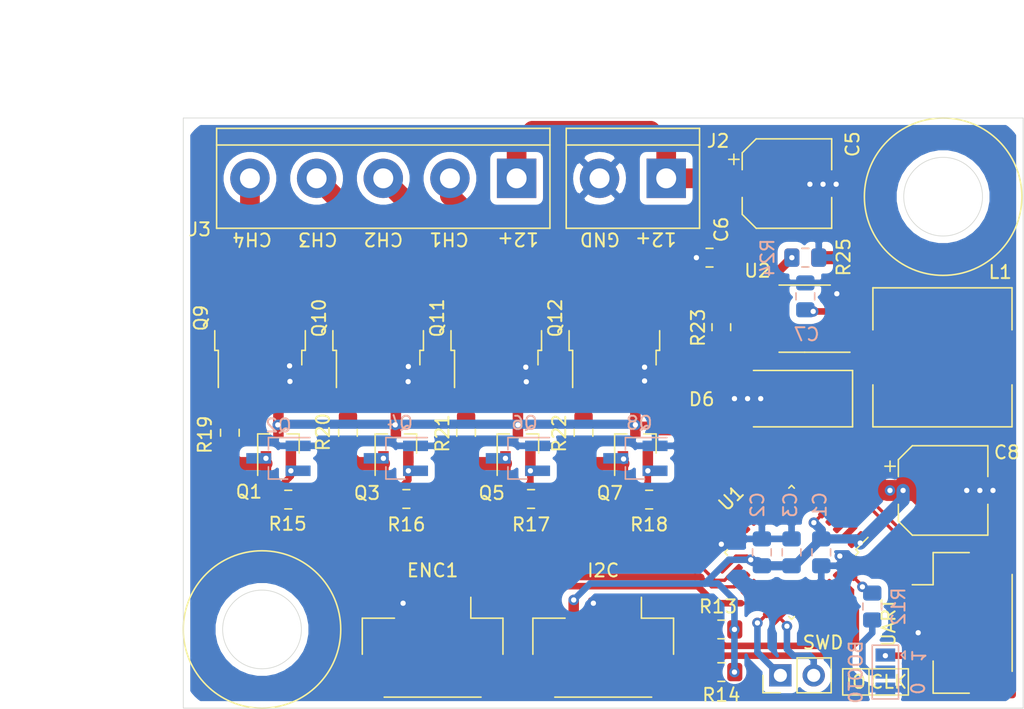
<source format=kicad_pcb>
(kicad_pcb (version 20171130) (host pcbnew "(5.1.5)-3")

  (general
    (thickness 1.6)
    (drawings 26)
    (tracks 328)
    (zones 0)
    (modules 44)
    (nets 52)
  )

  (page A4)
  (layers
    (0 F.Cu signal)
    (31 B.Cu signal)
    (32 B.Adhes user)
    (33 F.Adhes user)
    (34 B.Paste user)
    (35 F.Paste user)
    (36 B.SilkS user)
    (37 F.SilkS user)
    (38 B.Mask user)
    (39 F.Mask user)
    (40 Dwgs.User user)
    (41 Cmts.User user)
    (42 Eco1.User user)
    (43 Eco2.User user)
    (44 Edge.Cuts user)
    (45 Margin user)
    (46 B.CrtYd user)
    (47 F.CrtYd user)
    (48 B.Fab user hide)
    (49 F.Fab user hide)
  )

  (setup
    (last_trace_width 0.25)
    (user_trace_width 0.5)
    (user_trace_width 0.7)
    (user_trace_width 1)
    (user_trace_width 1.5)
    (user_trace_width 2)
    (trace_clearance 0.2)
    (zone_clearance 0.508)
    (zone_45_only no)
    (trace_min 0.2)
    (via_size 0.8)
    (via_drill 0.4)
    (via_min_size 0.4)
    (via_min_drill 0.3)
    (uvia_size 0.3)
    (uvia_drill 0.1)
    (uvias_allowed no)
    (uvia_min_size 0.2)
    (uvia_min_drill 0.1)
    (edge_width 0.05)
    (segment_width 0.2)
    (pcb_text_width 0.3)
    (pcb_text_size 1.5 1.5)
    (mod_edge_width 0.12)
    (mod_text_size 1 1)
    (mod_text_width 0.15)
    (pad_size 1.15 1.4)
    (pad_drill 0)
    (pad_to_mask_clearance 0.051)
    (solder_mask_min_width 0.25)
    (aux_axis_origin 0 0)
    (visible_elements 7FFFFFFF)
    (pcbplotparams
      (layerselection 0x010fc_ffffffff)
      (usegerberextensions false)
      (usegerberattributes false)
      (usegerberadvancedattributes false)
      (creategerberjobfile false)
      (excludeedgelayer true)
      (linewidth 0.100000)
      (plotframeref false)
      (viasonmask false)
      (mode 1)
      (useauxorigin false)
      (hpglpennumber 1)
      (hpglpenspeed 20)
      (hpglpendiameter 15.000000)
      (psnegative false)
      (psa4output false)
      (plotreference true)
      (plotvalue true)
      (plotinvisibletext false)
      (padsonsilk false)
      (subtractmaskfromsilk false)
      (outputformat 1)
      (mirror false)
      (drillshape 1)
      (scaleselection 1)
      (outputdirectory ""))
  )

  (net 0 "")
  (net 1 VDD)
  (net 2 VSS)
  (net 3 "Net-(C7-Pad1)")
  (net 4 "Net-(D6-Pad1)")
  (net 5 "Net-(Q1-Pad1)")
  (net 6 "Net-(Q1-Pad2)")
  (net 7 "Net-(Q3-Pad1)")
  (net 8 "Net-(Q3-Pad2)")
  (net 9 "Net-(Q5-Pad1)")
  (net 10 "Net-(Q5-Pad2)")
  (net 11 "Net-(Q7-Pad1)")
  (net 12 "Net-(Q7-Pad2)")
  (net 13 "Net-(Q9-Pad1)")
  (net 14 "Net-(Q10-Pad1)")
  (net 15 "Net-(Q11-Pad1)")
  (net 16 "Net-(Q12-Pad1)")
  (net 17 PWM_CH1)
  (net 18 PWM_CH2)
  (net 19 PWM_CH3)
  (net 20 PWM_CH4)
  (net 21 "Net-(R23-Pad1)")
  (net 22 "Net-(R24-Pad2)")
  (net 23 +12V)
  (net 24 I2C_SDA)
  (net 25 I2C_CLK)
  (net 26 SWCLK)
  (net 27 SWDIO)
  (net 28 ENC2)
  (net 29 ENC1)
  (net 30 BUTTON0_EXT_IRQ)
  (net 31 BUTTON1_EXT_IRQ)
  (net 32 CH4)
  (net 33 CH3)
  (net 34 CH2)
  (net 35 CH1)
  (net 36 "Net-(JP1-Pad2)")
  (net 37 BOOT0)
  (net 38 "Net-(U1-Pad26)")
  (net 39 UART_RX)
  (net 40 UART_TX)
  (net 41 "Net-(U1-Pad4)")
  (net 42 "Net-(U1-Pad28)")
  (net 43 "Net-(U1-Pad27)")
  (net 44 "Net-(U1-Pad25)")
  (net 45 "Net-(U1-Pad22)")
  (net 46 CURRENT_CH4)
  (net 47 CURRENT_CH3)
  (net 48 CURRENT_CH2)
  (net 49 CURRENT_CH1)
  (net 50 "Net-(U1-Pad3)")
  (net 51 "Net-(U1-Pad2)")

  (net_class Default "Это класс цепей по умолчанию."
    (clearance 0.2)
    (trace_width 0.25)
    (via_dia 0.8)
    (via_drill 0.4)
    (uvia_dia 0.3)
    (uvia_drill 0.1)
    (add_net +12V)
    (add_net BOOT0)
    (add_net BUTTON0_EXT_IRQ)
    (add_net BUTTON1_EXT_IRQ)
    (add_net CH1)
    (add_net CH2)
    (add_net CH3)
    (add_net CH4)
    (add_net CURRENT_CH1)
    (add_net CURRENT_CH2)
    (add_net CURRENT_CH3)
    (add_net CURRENT_CH4)
    (add_net ENC1)
    (add_net ENC2)
    (add_net I2C_CLK)
    (add_net I2C_SDA)
    (add_net "Net-(C7-Pad1)")
    (add_net "Net-(D6-Pad1)")
    (add_net "Net-(JP1-Pad2)")
    (add_net "Net-(Q1-Pad1)")
    (add_net "Net-(Q1-Pad2)")
    (add_net "Net-(Q10-Pad1)")
    (add_net "Net-(Q11-Pad1)")
    (add_net "Net-(Q12-Pad1)")
    (add_net "Net-(Q3-Pad1)")
    (add_net "Net-(Q3-Pad2)")
    (add_net "Net-(Q5-Pad1)")
    (add_net "Net-(Q5-Pad2)")
    (add_net "Net-(Q7-Pad1)")
    (add_net "Net-(Q7-Pad2)")
    (add_net "Net-(Q9-Pad1)")
    (add_net "Net-(R23-Pad1)")
    (add_net "Net-(R24-Pad2)")
    (add_net "Net-(U1-Pad2)")
    (add_net "Net-(U1-Pad22)")
    (add_net "Net-(U1-Pad25)")
    (add_net "Net-(U1-Pad26)")
    (add_net "Net-(U1-Pad27)")
    (add_net "Net-(U1-Pad28)")
    (add_net "Net-(U1-Pad3)")
    (add_net "Net-(U1-Pad4)")
    (add_net PWM_CH1)
    (add_net PWM_CH2)
    (add_net PWM_CH3)
    (add_net PWM_CH4)
    (add_net SWCLK)
    (add_net SWDIO)
    (add_net UART_RX)
    (add_net UART_TX)
    (add_net VDD)
    (add_net VSS)
  )

  (module Connector_PinHeader_2.54mm:PinHeader_1x02_P2.54mm_Vertical (layer F.Cu) (tedit 59FED5CC) (tstamp 5FB1EE47)
    (at 72.5 159.5 90)
    (descr "Through hole straight pin header, 1x02, 2.54mm pitch, single row")
    (tags "Through hole pin header THT 1x02 2.54mm single row")
    (path /5FB68E1A)
    (fp_text reference SWD (at 2.5 3.25 180) (layer F.SilkS)
      (effects (font (size 1 1) (thickness 0.15)))
    )
    (fp_text value SWD (at 0 4.87 90) (layer F.Fab)
      (effects (font (size 1 1) (thickness 0.15)))
    )
    (fp_text user %R (at 0 1.27) (layer F.Fab)
      (effects (font (size 1 1) (thickness 0.15)))
    )
    (fp_line (start 1.8 -1.8) (end -1.8 -1.8) (layer F.CrtYd) (width 0.05))
    (fp_line (start 1.8 4.35) (end 1.8 -1.8) (layer F.CrtYd) (width 0.05))
    (fp_line (start -1.8 4.35) (end 1.8 4.35) (layer F.CrtYd) (width 0.05))
    (fp_line (start -1.8 -1.8) (end -1.8 4.35) (layer F.CrtYd) (width 0.05))
    (fp_line (start -1.33 -1.33) (end 0 -1.33) (layer F.SilkS) (width 0.12))
    (fp_line (start -1.33 0) (end -1.33 -1.33) (layer F.SilkS) (width 0.12))
    (fp_line (start -1.33 1.27) (end 1.33 1.27) (layer F.SilkS) (width 0.12))
    (fp_line (start 1.33 1.27) (end 1.33 3.87) (layer F.SilkS) (width 0.12))
    (fp_line (start -1.33 1.27) (end -1.33 3.87) (layer F.SilkS) (width 0.12))
    (fp_line (start -1.33 3.87) (end 1.33 3.87) (layer F.SilkS) (width 0.12))
    (fp_line (start -1.27 -0.635) (end -0.635 -1.27) (layer F.Fab) (width 0.1))
    (fp_line (start -1.27 3.81) (end -1.27 -0.635) (layer F.Fab) (width 0.1))
    (fp_line (start 1.27 3.81) (end -1.27 3.81) (layer F.Fab) (width 0.1))
    (fp_line (start 1.27 -1.27) (end 1.27 3.81) (layer F.Fab) (width 0.1))
    (fp_line (start -0.635 -1.27) (end 1.27 -1.27) (layer F.Fab) (width 0.1))
    (pad 2 thru_hole oval (at 0 2.54 90) (size 1.7 1.7) (drill 1) (layers *.Cu *.Mask)
      (net 26 SWCLK))
    (pad 1 thru_hole rect (at 0 0 90) (size 1.7 1.7) (drill 1) (layers *.Cu *.Mask)
      (net 27 SWDIO))
    (model ${KISYS3DMOD}/Connector_PinHeader_2.54mm.3dshapes/PinHeader_1x02_P2.54mm_Vertical.wrl
      (at (xyz 0 0 0))
      (scale (xyz 1 1 1))
      (rotate (xyz 0 0 0))
    )
  )

  (module Connector_JST:JST_ZE_BM04B-ZESS-TBT_1x04-1MP_P1.50mm_Vertical (layer F.Cu) (tedit 5C2814BD) (tstamp 5FB1DAE3)
    (at 59 157.5 180)
    (descr "JST ZE series connector, BM04B-ZESS-TBT (http://www.jst-mfg.com/product/pdf/eng/eZE.pdf), generated with kicad-footprint-generator")
    (tags "connector JST ZE vertical")
    (path /5FB6D231)
    (attr smd)
    (fp_text reference I2C (at 0 6) (layer F.SilkS)
      (effects (font (size 1 1) (thickness 0.15)))
    )
    (fp_text value UART (at 0 5.15) (layer F.Fab)
      (effects (font (size 1 1) (thickness 0.15)))
    )
    (fp_text user %R (at 0 -1.5) (layer F.Fab)
      (effects (font (size 1 1) (thickness 0.15)))
    )
    (fp_line (start -2.25 1.542893) (end -1.75 2.25) (layer F.Fab) (width 0.1))
    (fp_line (start -2.75 2.25) (end -2.25 1.542893) (layer F.Fab) (width 0.1))
    (fp_line (start 6.25 -4.45) (end -6.25 -4.45) (layer F.CrtYd) (width 0.05))
    (fp_line (start 6.25 4.45) (end 6.25 -4.45) (layer F.CrtYd) (width 0.05))
    (fp_line (start -6.25 4.45) (end 6.25 4.45) (layer F.CrtYd) (width 0.05))
    (fp_line (start -6.25 -4.45) (end -6.25 4.45) (layer F.CrtYd) (width 0.05))
    (fp_line (start 2.5 -0.5) (end 2 -0.5) (layer F.Fab) (width 0.1))
    (fp_line (start 2.5 0) (end 2.5 -0.5) (layer F.Fab) (width 0.1))
    (fp_line (start 2 0) (end 2.5 0) (layer F.Fab) (width 0.1))
    (fp_line (start 2 -0.5) (end 2 0) (layer F.Fab) (width 0.1))
    (fp_line (start 1 -0.5) (end 0.5 -0.5) (layer F.Fab) (width 0.1))
    (fp_line (start 1 0) (end 1 -0.5) (layer F.Fab) (width 0.1))
    (fp_line (start 0.5 0) (end 1 0) (layer F.Fab) (width 0.1))
    (fp_line (start 0.5 -0.5) (end 0.5 0) (layer F.Fab) (width 0.1))
    (fp_line (start -0.5 -0.5) (end -1 -0.5) (layer F.Fab) (width 0.1))
    (fp_line (start -0.5 0) (end -0.5 -0.5) (layer F.Fab) (width 0.1))
    (fp_line (start -1 0) (end -0.5 0) (layer F.Fab) (width 0.1))
    (fp_line (start -1 -0.5) (end -1 0) (layer F.Fab) (width 0.1))
    (fp_line (start -2 -0.5) (end -2.5 -0.5) (layer F.Fab) (width 0.1))
    (fp_line (start -2 0) (end -2 -0.5) (layer F.Fab) (width 0.1))
    (fp_line (start -2.5 0) (end -2 0) (layer F.Fab) (width 0.1))
    (fp_line (start -2.5 -0.5) (end -2.5 0) (layer F.Fab) (width 0.1))
    (fp_line (start 5.25 2.25) (end 5.25 -3.55) (layer F.Fab) (width 0.1))
    (fp_line (start -5.25 2.25) (end -5.25 -3.55) (layer F.Fab) (width 0.1))
    (fp_line (start -5.25 -3.55) (end 5.25 -3.55) (layer F.Fab) (width 0.1))
    (fp_line (start -3.69 -3.66) (end 3.69 -3.66) (layer F.SilkS) (width 0.12))
    (fp_line (start 5.36 2.36) (end 2.91 2.36) (layer F.SilkS) (width 0.12))
    (fp_line (start 5.36 -0.39) (end 5.36 2.36) (layer F.SilkS) (width 0.12))
    (fp_line (start -2.91 2.36) (end -2.91 3.95) (layer F.SilkS) (width 0.12))
    (fp_line (start -5.36 2.36) (end -2.91 2.36) (layer F.SilkS) (width 0.12))
    (fp_line (start -5.36 -0.39) (end -5.36 2.36) (layer F.SilkS) (width 0.12))
    (fp_line (start -5.25 2.25) (end 5.25 2.25) (layer F.Fab) (width 0.1))
    (pad MP smd roundrect (at 4.85 -2.3 180) (size 1.8 3.3) (layers F.Cu F.Paste F.Mask) (roundrect_rratio 0.138889))
    (pad MP smd roundrect (at -4.85 -2.3 180) (size 1.8 3.3) (layers F.Cu F.Paste F.Mask) (roundrect_rratio 0.138889))
    (pad 4 smd roundrect (at 2.25 2.75 180) (size 0.8 2.4) (layers F.Cu F.Paste F.Mask) (roundrect_rratio 0.25)
      (net 1 VDD))
    (pad 3 smd roundrect (at 0.75 2.75 180) (size 0.8 2.4) (layers F.Cu F.Paste F.Mask) (roundrect_rratio 0.25)
      (net 2 VSS))
    (pad 2 smd roundrect (at -0.75 2.75 180) (size 0.8 2.4) (layers F.Cu F.Paste F.Mask) (roundrect_rratio 0.25)
      (net 25 I2C_CLK))
    (pad 1 smd roundrect (at -2.25 2.75 180) (size 0.8 2.4) (layers F.Cu F.Paste F.Mask) (roundrect_rratio 0.25)
      (net 24 I2C_SDA))
    (model ${KISYS3DMOD}/Connector_JST.3dshapes/JST_ZE_BM04B-ZESS-TBT_1x04-1MP_P1.50mm_Vertical.wrl
      (at (xyz 0 0 0))
      (scale (xyz 1 1 1))
      (rotate (xyz 0 0 0))
    )
  )

  (module Connector_JST:JST_ZE_BM04B-ZESS-TBT_1x04-1MP_P1.50mm_Vertical (layer F.Cu) (tedit 5C2814BD) (tstamp 5FB1DAB8)
    (at 86.5 155.5 270)
    (descr "JST ZE series connector, BM04B-ZESS-TBT (http://www.jst-mfg.com/product/pdf/eng/eZE.pdf), generated with kicad-footprint-generator")
    (tags "connector JST ZE vertical")
    (path /5FB6B2B0)
    (attr smd)
    (fp_text reference UART (at 0 5.75 90) (layer F.SilkS)
      (effects (font (size 1 1) (thickness 0.15)))
    )
    (fp_text value I2C (at 0 5.15 90) (layer F.Fab)
      (effects (font (size 1 1) (thickness 0.15)))
    )
    (fp_text user %R (at 0 -1.5 90) (layer F.Fab)
      (effects (font (size 1 1) (thickness 0.15)))
    )
    (fp_line (start -2.25 1.542893) (end -1.75 2.25) (layer F.Fab) (width 0.1))
    (fp_line (start -2.75 2.25) (end -2.25 1.542893) (layer F.Fab) (width 0.1))
    (fp_line (start 6.25 -4.45) (end -6.25 -4.45) (layer F.CrtYd) (width 0.05))
    (fp_line (start 6.25 4.45) (end 6.25 -4.45) (layer F.CrtYd) (width 0.05))
    (fp_line (start -6.25 4.45) (end 6.25 4.45) (layer F.CrtYd) (width 0.05))
    (fp_line (start -6.25 -4.45) (end -6.25 4.45) (layer F.CrtYd) (width 0.05))
    (fp_line (start 2.5 -0.5) (end 2 -0.5) (layer F.Fab) (width 0.1))
    (fp_line (start 2.5 0) (end 2.5 -0.5) (layer F.Fab) (width 0.1))
    (fp_line (start 2 0) (end 2.5 0) (layer F.Fab) (width 0.1))
    (fp_line (start 2 -0.5) (end 2 0) (layer F.Fab) (width 0.1))
    (fp_line (start 1 -0.5) (end 0.5 -0.5) (layer F.Fab) (width 0.1))
    (fp_line (start 1 0) (end 1 -0.5) (layer F.Fab) (width 0.1))
    (fp_line (start 0.5 0) (end 1 0) (layer F.Fab) (width 0.1))
    (fp_line (start 0.5 -0.5) (end 0.5 0) (layer F.Fab) (width 0.1))
    (fp_line (start -0.5 -0.5) (end -1 -0.5) (layer F.Fab) (width 0.1))
    (fp_line (start -0.5 0) (end -0.5 -0.5) (layer F.Fab) (width 0.1))
    (fp_line (start -1 0) (end -0.5 0) (layer F.Fab) (width 0.1))
    (fp_line (start -1 -0.5) (end -1 0) (layer F.Fab) (width 0.1))
    (fp_line (start -2 -0.5) (end -2.5 -0.5) (layer F.Fab) (width 0.1))
    (fp_line (start -2 0) (end -2 -0.5) (layer F.Fab) (width 0.1))
    (fp_line (start -2.5 0) (end -2 0) (layer F.Fab) (width 0.1))
    (fp_line (start -2.5 -0.5) (end -2.5 0) (layer F.Fab) (width 0.1))
    (fp_line (start 5.25 2.25) (end 5.25 -3.55) (layer F.Fab) (width 0.1))
    (fp_line (start -5.25 2.25) (end -5.25 -3.55) (layer F.Fab) (width 0.1))
    (fp_line (start -5.25 -3.55) (end 5.25 -3.55) (layer F.Fab) (width 0.1))
    (fp_line (start -3.69 -3.66) (end 3.69 -3.66) (layer F.SilkS) (width 0.12))
    (fp_line (start 5.36 2.36) (end 2.91 2.36) (layer F.SilkS) (width 0.12))
    (fp_line (start 5.36 -0.39) (end 5.36 2.36) (layer F.SilkS) (width 0.12))
    (fp_line (start -2.91 2.36) (end -2.91 3.95) (layer F.SilkS) (width 0.12))
    (fp_line (start -5.36 2.36) (end -2.91 2.36) (layer F.SilkS) (width 0.12))
    (fp_line (start -5.36 -0.39) (end -5.36 2.36) (layer F.SilkS) (width 0.12))
    (fp_line (start -5.25 2.25) (end 5.25 2.25) (layer F.Fab) (width 0.1))
    (pad MP smd roundrect (at 4.85 -2.3 270) (size 1.8 3.3) (layers F.Cu F.Paste F.Mask) (roundrect_rratio 0.138889))
    (pad MP smd roundrect (at -4.85 -2.3 270) (size 1.8 3.3) (layers F.Cu F.Paste F.Mask) (roundrect_rratio 0.138889))
    (pad 4 smd roundrect (at 2.25 2.75 270) (size 0.8 2.4) (layers F.Cu F.Paste F.Mask) (roundrect_rratio 0.25)
      (net 1 VDD))
    (pad 3 smd roundrect (at 0.75 2.75 270) (size 0.8 2.4) (layers F.Cu F.Paste F.Mask) (roundrect_rratio 0.25)
      (net 2 VSS))
    (pad 2 smd roundrect (at -0.75 2.75 270) (size 0.8 2.4) (layers F.Cu F.Paste F.Mask) (roundrect_rratio 0.25)
      (net 40 UART_TX))
    (pad 1 smd roundrect (at -2.25 2.75 270) (size 0.8 2.4) (layers F.Cu F.Paste F.Mask) (roundrect_rratio 0.25)
      (net 39 UART_RX))
    (model ${KISYS3DMOD}/Connector_JST.3dshapes/JST_ZE_BM04B-ZESS-TBT_1x04-1MP_P1.50mm_Vertical.wrl
      (at (xyz 0 0 0))
      (scale (xyz 1 1 1))
      (rotate (xyz 0 0 0))
    )
  )

  (module Connector_JST:JST_ZE_BM04B-ZESS-TBT_1x04-1MP_P1.50mm_Vertical (layer F.Cu) (tedit 5C2814BD) (tstamp 5FB1DA8D)
    (at 46 157.5 180)
    (descr "JST ZE series connector, BM04B-ZESS-TBT (http://www.jst-mfg.com/product/pdf/eng/eZE.pdf), generated with kicad-footprint-generator")
    (tags "connector JST ZE vertical")
    (path /5FB6A264)
    (attr smd)
    (fp_text reference ENC1 (at 0 6) (layer F.SilkS)
      (effects (font (size 1 1) (thickness 0.15)))
    )
    (fp_text value ENC1 (at 0 5.15) (layer F.Fab)
      (effects (font (size 1 1) (thickness 0.15)))
    )
    (fp_text user %R (at 0 -1.5) (layer F.Fab)
      (effects (font (size 1 1) (thickness 0.15)))
    )
    (fp_line (start -2.25 1.542893) (end -1.75 2.25) (layer F.Fab) (width 0.1))
    (fp_line (start -2.75 2.25) (end -2.25 1.542893) (layer F.Fab) (width 0.1))
    (fp_line (start 6.25 -4.45) (end -6.25 -4.45) (layer F.CrtYd) (width 0.05))
    (fp_line (start 6.25 4.45) (end 6.25 -4.45) (layer F.CrtYd) (width 0.05))
    (fp_line (start -6.25 4.45) (end 6.25 4.45) (layer F.CrtYd) (width 0.05))
    (fp_line (start -6.25 -4.45) (end -6.25 4.45) (layer F.CrtYd) (width 0.05))
    (fp_line (start 2.5 -0.5) (end 2 -0.5) (layer F.Fab) (width 0.1))
    (fp_line (start 2.5 0) (end 2.5 -0.5) (layer F.Fab) (width 0.1))
    (fp_line (start 2 0) (end 2.5 0) (layer F.Fab) (width 0.1))
    (fp_line (start 2 -0.5) (end 2 0) (layer F.Fab) (width 0.1))
    (fp_line (start 1 -0.5) (end 0.5 -0.5) (layer F.Fab) (width 0.1))
    (fp_line (start 1 0) (end 1 -0.5) (layer F.Fab) (width 0.1))
    (fp_line (start 0.5 0) (end 1 0) (layer F.Fab) (width 0.1))
    (fp_line (start 0.5 -0.5) (end 0.5 0) (layer F.Fab) (width 0.1))
    (fp_line (start -0.5 -0.5) (end -1 -0.5) (layer F.Fab) (width 0.1))
    (fp_line (start -0.5 0) (end -0.5 -0.5) (layer F.Fab) (width 0.1))
    (fp_line (start -1 0) (end -0.5 0) (layer F.Fab) (width 0.1))
    (fp_line (start -1 -0.5) (end -1 0) (layer F.Fab) (width 0.1))
    (fp_line (start -2 -0.5) (end -2.5 -0.5) (layer F.Fab) (width 0.1))
    (fp_line (start -2 0) (end -2 -0.5) (layer F.Fab) (width 0.1))
    (fp_line (start -2.5 0) (end -2 0) (layer F.Fab) (width 0.1))
    (fp_line (start -2.5 -0.5) (end -2.5 0) (layer F.Fab) (width 0.1))
    (fp_line (start 5.25 2.25) (end 5.25 -3.55) (layer F.Fab) (width 0.1))
    (fp_line (start -5.25 2.25) (end -5.25 -3.55) (layer F.Fab) (width 0.1))
    (fp_line (start -5.25 -3.55) (end 5.25 -3.55) (layer F.Fab) (width 0.1))
    (fp_line (start -3.69 -3.66) (end 3.69 -3.66) (layer F.SilkS) (width 0.12))
    (fp_line (start 5.36 2.36) (end 2.91 2.36) (layer F.SilkS) (width 0.12))
    (fp_line (start 5.36 -0.39) (end 5.36 2.36) (layer F.SilkS) (width 0.12))
    (fp_line (start -2.91 2.36) (end -2.91 3.95) (layer F.SilkS) (width 0.12))
    (fp_line (start -5.36 2.36) (end -2.91 2.36) (layer F.SilkS) (width 0.12))
    (fp_line (start -5.36 -0.39) (end -5.36 2.36) (layer F.SilkS) (width 0.12))
    (fp_line (start -5.25 2.25) (end 5.25 2.25) (layer F.Fab) (width 0.1))
    (pad MP smd roundrect (at 4.85 -2.3 180) (size 1.8 3.3) (layers F.Cu F.Paste F.Mask) (roundrect_rratio 0.138889))
    (pad MP smd roundrect (at -4.85 -2.3 180) (size 1.8 3.3) (layers F.Cu F.Paste F.Mask) (roundrect_rratio 0.138889))
    (pad 4 smd roundrect (at 2.25 2.75 180) (size 0.8 2.4) (layers F.Cu F.Paste F.Mask) (roundrect_rratio 0.25)
      (net 2 VSS))
    (pad 3 smd roundrect (at 0.75 2.75 180) (size 0.8 2.4) (layers F.Cu F.Paste F.Mask) (roundrect_rratio 0.25)
      (net 29 ENC1))
    (pad 2 smd roundrect (at -0.75 2.75 180) (size 0.8 2.4) (layers F.Cu F.Paste F.Mask) (roundrect_rratio 0.25)
      (net 28 ENC2))
    (pad 1 smd roundrect (at -2.25 2.75 180) (size 0.8 2.4) (layers F.Cu F.Paste F.Mask) (roundrect_rratio 0.25)
      (net 31 BUTTON1_EXT_IRQ))
    (model ${KISYS3DMOD}/Connector_JST.3dshapes/JST_ZE_BM04B-ZESS-TBT_1x04-1MP_P1.50mm_Vertical.wrl
      (at (xyz 0 0 0))
      (scale (xyz 1 1 1))
      (rotate (xyz 0 0 0))
    )
  )

  (module Capacitor_SMD:CP_Elec_6.3x5.4 (layer F.Cu) (tedit 5BCA39D0) (tstamp 5FADB3FB)
    (at 84.9 145.4)
    (descr "SMD capacitor, aluminum electrolytic, Panasonic C55, 6.3x5.4mm")
    (tags "capacitor electrolytic")
    (path /5FA2BB2C)
    (attr smd)
    (fp_text reference C8 (at 4.85 -2.9 180) (layer F.SilkS)
      (effects (font (size 1 1) (thickness 0.15)))
    )
    (fp_text value "220 uF" (at 0 4.35) (layer F.Fab)
      (effects (font (size 1 1) (thickness 0.15)))
    )
    (fp_text user %R (at 0 0) (layer F.Fab)
      (effects (font (size 1 1) (thickness 0.15)))
    )
    (fp_line (start -4.8 1.05) (end -3.55 1.05) (layer F.CrtYd) (width 0.05))
    (fp_line (start -4.8 -1.05) (end -4.8 1.05) (layer F.CrtYd) (width 0.05))
    (fp_line (start -3.55 -1.05) (end -4.8 -1.05) (layer F.CrtYd) (width 0.05))
    (fp_line (start -3.55 1.05) (end -3.55 2.4) (layer F.CrtYd) (width 0.05))
    (fp_line (start -3.55 -2.4) (end -3.55 -1.05) (layer F.CrtYd) (width 0.05))
    (fp_line (start -3.55 -2.4) (end -2.4 -3.55) (layer F.CrtYd) (width 0.05))
    (fp_line (start -3.55 2.4) (end -2.4 3.55) (layer F.CrtYd) (width 0.05))
    (fp_line (start -2.4 -3.55) (end 3.55 -3.55) (layer F.CrtYd) (width 0.05))
    (fp_line (start -2.4 3.55) (end 3.55 3.55) (layer F.CrtYd) (width 0.05))
    (fp_line (start 3.55 1.05) (end 3.55 3.55) (layer F.CrtYd) (width 0.05))
    (fp_line (start 4.8 1.05) (end 3.55 1.05) (layer F.CrtYd) (width 0.05))
    (fp_line (start 4.8 -1.05) (end 4.8 1.05) (layer F.CrtYd) (width 0.05))
    (fp_line (start 3.55 -1.05) (end 4.8 -1.05) (layer F.CrtYd) (width 0.05))
    (fp_line (start 3.55 -3.55) (end 3.55 -1.05) (layer F.CrtYd) (width 0.05))
    (fp_line (start -4.04375 -2.24125) (end -4.04375 -1.45375) (layer F.SilkS) (width 0.12))
    (fp_line (start -4.4375 -1.8475) (end -3.65 -1.8475) (layer F.SilkS) (width 0.12))
    (fp_line (start -3.41 2.345563) (end -2.345563 3.41) (layer F.SilkS) (width 0.12))
    (fp_line (start -3.41 -2.345563) (end -2.345563 -3.41) (layer F.SilkS) (width 0.12))
    (fp_line (start -3.41 -2.345563) (end -3.41 -1.06) (layer F.SilkS) (width 0.12))
    (fp_line (start -3.41 2.345563) (end -3.41 1.06) (layer F.SilkS) (width 0.12))
    (fp_line (start -2.345563 3.41) (end 3.41 3.41) (layer F.SilkS) (width 0.12))
    (fp_line (start -2.345563 -3.41) (end 3.41 -3.41) (layer F.SilkS) (width 0.12))
    (fp_line (start 3.41 -3.41) (end 3.41 -1.06) (layer F.SilkS) (width 0.12))
    (fp_line (start 3.41 3.41) (end 3.41 1.06) (layer F.SilkS) (width 0.12))
    (fp_line (start -2.389838 -1.645) (end -2.389838 -1.015) (layer F.Fab) (width 0.1))
    (fp_line (start -2.704838 -1.33) (end -2.074838 -1.33) (layer F.Fab) (width 0.1))
    (fp_line (start -3.3 2.3) (end -2.3 3.3) (layer F.Fab) (width 0.1))
    (fp_line (start -3.3 -2.3) (end -2.3 -3.3) (layer F.Fab) (width 0.1))
    (fp_line (start -3.3 -2.3) (end -3.3 2.3) (layer F.Fab) (width 0.1))
    (fp_line (start -2.3 3.3) (end 3.3 3.3) (layer F.Fab) (width 0.1))
    (fp_line (start -2.3 -3.3) (end 3.3 -3.3) (layer F.Fab) (width 0.1))
    (fp_line (start 3.3 -3.3) (end 3.3 3.3) (layer F.Fab) (width 0.1))
    (fp_circle (center 0 0) (end 3.15 0) (layer F.Fab) (width 0.1))
    (pad 2 smd roundrect (at 2.8 0) (size 3.5 1.6) (layers F.Cu F.Paste F.Mask) (roundrect_rratio 0.15625)
      (net 2 VSS))
    (pad 1 smd roundrect (at -2.8 0) (size 3.5 1.6) (layers F.Cu F.Paste F.Mask) (roundrect_rratio 0.15625)
      (net 1 VDD))
    (model ${KISYS3DMOD}/Capacitor_SMD.3dshapes/CP_Elec_6.3x5.4.wrl
      (at (xyz 0 0 0))
      (scale (xyz 1 1 1))
      (rotate (xyz 0 0 0))
    )
  )

  (module Capacitor_SMD:CP_Elec_6.3x5.4 (layer F.Cu) (tedit 5BCA39D0) (tstamp 5F887D36)
    (at 73 122)
    (descr "SMD capacitor, aluminum electrolytic, Panasonic C55, 6.3x5.4mm")
    (tags "capacitor electrolytic")
    (path /5FA9953C)
    (attr smd)
    (fp_text reference C5 (at 5 -3 -90) (layer F.SilkS)
      (effects (font (size 1 1) (thickness 0.15)))
    )
    (fp_text value "100 uF" (at 0 4.35) (layer F.Fab)
      (effects (font (size 1 1) (thickness 0.15)))
    )
    (fp_text user %R (at 0 0) (layer F.Fab)
      (effects (font (size 1 1) (thickness 0.15)))
    )
    (fp_line (start -4.8 1.05) (end -3.55 1.05) (layer F.CrtYd) (width 0.05))
    (fp_line (start -4.8 -1.05) (end -4.8 1.05) (layer F.CrtYd) (width 0.05))
    (fp_line (start -3.55 -1.05) (end -4.8 -1.05) (layer F.CrtYd) (width 0.05))
    (fp_line (start -3.55 1.05) (end -3.55 2.4) (layer F.CrtYd) (width 0.05))
    (fp_line (start -3.55 -2.4) (end -3.55 -1.05) (layer F.CrtYd) (width 0.05))
    (fp_line (start -3.55 -2.4) (end -2.4 -3.55) (layer F.CrtYd) (width 0.05))
    (fp_line (start -3.55 2.4) (end -2.4 3.55) (layer F.CrtYd) (width 0.05))
    (fp_line (start -2.4 -3.55) (end 3.55 -3.55) (layer F.CrtYd) (width 0.05))
    (fp_line (start -2.4 3.55) (end 3.55 3.55) (layer F.CrtYd) (width 0.05))
    (fp_line (start 3.55 1.05) (end 3.55 3.55) (layer F.CrtYd) (width 0.05))
    (fp_line (start 4.8 1.05) (end 3.55 1.05) (layer F.CrtYd) (width 0.05))
    (fp_line (start 4.8 -1.05) (end 4.8 1.05) (layer F.CrtYd) (width 0.05))
    (fp_line (start 3.55 -1.05) (end 4.8 -1.05) (layer F.CrtYd) (width 0.05))
    (fp_line (start 3.55 -3.55) (end 3.55 -1.05) (layer F.CrtYd) (width 0.05))
    (fp_line (start -4.04375 -2.24125) (end -4.04375 -1.45375) (layer F.SilkS) (width 0.12))
    (fp_line (start -4.4375 -1.8475) (end -3.65 -1.8475) (layer F.SilkS) (width 0.12))
    (fp_line (start -3.41 2.345563) (end -2.345563 3.41) (layer F.SilkS) (width 0.12))
    (fp_line (start -3.41 -2.345563) (end -2.345563 -3.41) (layer F.SilkS) (width 0.12))
    (fp_line (start -3.41 -2.345563) (end -3.41 -1.06) (layer F.SilkS) (width 0.12))
    (fp_line (start -3.41 2.345563) (end -3.41 1.06) (layer F.SilkS) (width 0.12))
    (fp_line (start -2.345563 3.41) (end 3.41 3.41) (layer F.SilkS) (width 0.12))
    (fp_line (start -2.345563 -3.41) (end 3.41 -3.41) (layer F.SilkS) (width 0.12))
    (fp_line (start 3.41 -3.41) (end 3.41 -1.06) (layer F.SilkS) (width 0.12))
    (fp_line (start 3.41 3.41) (end 3.41 1.06) (layer F.SilkS) (width 0.12))
    (fp_line (start -2.389838 -1.645) (end -2.389838 -1.015) (layer F.Fab) (width 0.1))
    (fp_line (start -2.704838 -1.33) (end -2.074838 -1.33) (layer F.Fab) (width 0.1))
    (fp_line (start -3.3 2.3) (end -2.3 3.3) (layer F.Fab) (width 0.1))
    (fp_line (start -3.3 -2.3) (end -2.3 -3.3) (layer F.Fab) (width 0.1))
    (fp_line (start -3.3 -2.3) (end -3.3 2.3) (layer F.Fab) (width 0.1))
    (fp_line (start -2.3 3.3) (end 3.3 3.3) (layer F.Fab) (width 0.1))
    (fp_line (start -2.3 -3.3) (end 3.3 -3.3) (layer F.Fab) (width 0.1))
    (fp_line (start 3.3 -3.3) (end 3.3 3.3) (layer F.Fab) (width 0.1))
    (fp_circle (center 0 0) (end 3.15 0) (layer F.Fab) (width 0.1))
    (pad 2 smd roundrect (at 2.8 0) (size 3.5 1.6) (layers F.Cu F.Paste F.Mask) (roundrect_rratio 0.15625)
      (net 2 VSS))
    (pad 1 smd roundrect (at -2.8 0) (size 3.5 1.6) (layers F.Cu F.Paste F.Mask) (roundrect_rratio 0.15625)
      (net 23 +12V))
    (model ${KISYS3DMOD}/Capacitor_SMD.3dshapes/CP_Elec_6.3x5.4.wrl
      (at (xyz 0 0 0))
      (scale (xyz 1 1 1))
      (rotate (xyz 0 0 0))
    )
  )

  (module Jumper:SolderJumper-3_P1.3mm_Open_Pad1.0x1.5mm (layer B.Cu) (tedit 5A3F8BB2) (tstamp 5FAE0F55)
    (at 80.5 159.25 270)
    (descr "SMD Solder 3-pad Jumper, 1x1.5mm Pads, 0.3mm gap, open")
    (tags "solder jumper open")
    (path /5F51DF74)
    (attr virtual)
    (fp_text reference BOOT0 (at 0 2.25 90) (layer B.SilkS)
      (effects (font (size 1 1) (thickness 0.15)) (justify mirror))
    )
    (fp_text value Jumper_3_Open (at 0 -2 90) (layer B.Fab)
      (effects (font (size 1 1) (thickness 0.15)) (justify mirror))
    )
    (fp_line (start 2.3 -1.25) (end -2.3 -1.25) (layer B.CrtYd) (width 0.05))
    (fp_line (start 2.3 -1.25) (end 2.3 1.25) (layer B.CrtYd) (width 0.05))
    (fp_line (start -2.3 1.25) (end -2.3 -1.25) (layer B.CrtYd) (width 0.05))
    (fp_line (start -2.3 1.25) (end 2.3 1.25) (layer B.CrtYd) (width 0.05))
    (fp_line (start -2.05 1) (end 2.05 1) (layer B.SilkS) (width 0.12))
    (fp_line (start 2.05 1) (end 2.05 -1) (layer B.SilkS) (width 0.12))
    (fp_line (start 2.05 -1) (end -2.05 -1) (layer B.SilkS) (width 0.12))
    (fp_line (start -2.05 -1) (end -2.05 1) (layer B.SilkS) (width 0.12))
    (fp_line (start -1.3 -1.2) (end -1.6 -1.5) (layer B.SilkS) (width 0.12))
    (fp_line (start -1.6 -1.5) (end -1 -1.5) (layer B.SilkS) (width 0.12))
    (fp_line (start -1.3 -1.2) (end -1 -1.5) (layer B.SilkS) (width 0.12))
    (pad 1 smd rect (at -1.3 0 270) (size 1 1.5) (layers B.Cu B.Mask)
      (net 1 VDD))
    (pad 2 smd rect (at 0 0 270) (size 1 1.5) (layers B.Cu B.Mask)
      (net 36 "Net-(JP1-Pad2)"))
    (pad 3 smd rect (at 1.3 0 270) (size 1 1.5) (layers B.Cu B.Mask)
      (net 2 VSS))
  )

  (module TerminalBlock:TerminalBlock_bornier-5_P5.08mm (layer F.Cu) (tedit 59FF03DE) (tstamp 5FAE62BD)
    (at 52.4 121.6 180)
    (descr "simple 5-pin terminal block, pitch 5.08mm, revamped version of bornier5")
    (tags "terminal block bornier5")
    (path /5FBEDB26)
    (fp_text reference J3 (at 24.15 -3.9) (layer F.SilkS)
      (effects (font (size 1 1) (thickness 0.15)))
    )
    (fp_text value "Выходная клемма" (at 10.15 4.6) (layer F.Fab)
      (effects (font (size 1 1) (thickness 0.15)))
    )
    (fp_line (start 23.06 4) (end -2.74 4) (layer F.CrtYd) (width 0.05))
    (fp_line (start 23.06 4) (end 23.06 -4) (layer F.CrtYd) (width 0.05))
    (fp_line (start -2.74 -4) (end -2.74 4) (layer F.CrtYd) (width 0.05))
    (fp_line (start -2.74 -4) (end 23.06 -4) (layer F.CrtYd) (width 0.05))
    (fp_line (start -2.54 -3.81) (end -2.54 3.81) (layer F.SilkS) (width 0.12))
    (fp_line (start 22.86 -3.81) (end 22.86 3.81) (layer F.SilkS) (width 0.12))
    (fp_line (start -2.54 -3.81) (end 22.86 -3.81) (layer F.SilkS) (width 0.12))
    (fp_line (start -2.54 2.54) (end 22.86 2.54) (layer F.SilkS) (width 0.12))
    (fp_line (start -2.54 3.81) (end 22.86 3.81) (layer F.SilkS) (width 0.12))
    (fp_line (start 22.81 -3.75) (end -2.49 -3.75) (layer F.Fab) (width 0.1))
    (fp_line (start 22.81 3.75) (end 22.81 -3.75) (layer F.Fab) (width 0.1))
    (fp_line (start -2.49 3.75) (end 22.81 3.75) (layer F.Fab) (width 0.1))
    (fp_line (start -2.49 -3.75) (end -2.49 3.75) (layer F.Fab) (width 0.1))
    (fp_line (start -2.49 2.55) (end 22.81 2.55) (layer F.Fab) (width 0.1))
    (fp_text user %R (at 10.16 0) (layer F.Fab)
      (effects (font (size 1 1) (thickness 0.15)))
    )
    (pad 5 thru_hole circle (at 20.32 0 180) (size 3 3) (drill 1.52) (layers *.Cu *.Mask)
      (net 32 CH4))
    (pad 4 thru_hole circle (at 15.24 0 180) (size 3 3) (drill 1.52) (layers *.Cu *.Mask)
      (net 33 CH3))
    (pad 1 thru_hole rect (at 0 0 180) (size 3 3) (drill 1.52) (layers *.Cu *.Mask)
      (net 23 +12V))
    (pad 3 thru_hole circle (at 10.16 0 180) (size 3 3) (drill 1.52) (layers *.Cu *.Mask)
      (net 34 CH2))
    (pad 2 thru_hole circle (at 5.08 0 180) (size 3 3) (drill 1.52) (layers *.Cu *.Mask)
      (net 35 CH1))
    (model ${KISYS3DMOD}/TerminalBlock.3dshapes/TerminalBlock_bornier-5_P5.08mm.wrl
      (offset (xyz 10.15999984741211 0 0))
      (scale (xyz 1 1 1))
      (rotate (xyz 0 0 0))
    )
  )

  (module TerminalBlock:TerminalBlock_bornier-2_P5.08mm (layer F.Cu) (tedit 59FF03AB) (tstamp 5FAE0ECB)
    (at 63.8 121.6 180)
    (descr "simple 2-pin terminal block, pitch 5.08mm, revamped version of bornier2")
    (tags "terminal block bornier2")
    (path /5FBECE10)
    (fp_text reference J2 (at -3.95 2.85) (layer F.SilkS)
      (effects (font (size 1 1) (thickness 0.15)))
    )
    (fp_text value "Клемма питания" (at 2.54 5.08) (layer F.Fab)
      (effects (font (size 1 1) (thickness 0.15)))
    )
    (fp_line (start 7.79 4) (end -2.71 4) (layer F.CrtYd) (width 0.05))
    (fp_line (start 7.79 4) (end 7.79 -4) (layer F.CrtYd) (width 0.05))
    (fp_line (start -2.71 -4) (end -2.71 4) (layer F.CrtYd) (width 0.05))
    (fp_line (start -2.71 -4) (end 7.79 -4) (layer F.CrtYd) (width 0.05))
    (fp_line (start -2.54 3.81) (end 7.62 3.81) (layer F.SilkS) (width 0.12))
    (fp_line (start -2.54 -3.81) (end -2.54 3.81) (layer F.SilkS) (width 0.12))
    (fp_line (start 7.62 -3.81) (end -2.54 -3.81) (layer F.SilkS) (width 0.12))
    (fp_line (start 7.62 3.81) (end 7.62 -3.81) (layer F.SilkS) (width 0.12))
    (fp_line (start 7.62 2.54) (end -2.54 2.54) (layer F.SilkS) (width 0.12))
    (fp_line (start 7.54 -3.75) (end -2.46 -3.75) (layer F.Fab) (width 0.1))
    (fp_line (start 7.54 3.75) (end 7.54 -3.75) (layer F.Fab) (width 0.1))
    (fp_line (start -2.46 3.75) (end 7.54 3.75) (layer F.Fab) (width 0.1))
    (fp_line (start -2.46 -3.75) (end -2.46 3.75) (layer F.Fab) (width 0.1))
    (fp_line (start -2.41 2.55) (end 7.49 2.55) (layer F.Fab) (width 0.1))
    (fp_text user %R (at 2.54 0) (layer F.Fab)
      (effects (font (size 1 1) (thickness 0.15)))
    )
    (pad 2 thru_hole circle (at 5.08 0 180) (size 3 3) (drill 1.52) (layers *.Cu *.Mask)
      (net 2 VSS))
    (pad 1 thru_hole rect (at 0 0 180) (size 3 3) (drill 1.52) (layers *.Cu *.Mask)
      (net 23 +12V))
    (model ${KISYS3DMOD}/TerminalBlock.3dshapes/TerminalBlock_bornier-2_P5.08mm.wrl
      (offset (xyz 2.539999961853027 0 0))
      (scale (xyz 1 1 1))
      (rotate (xyz 0 0 0))
    )
  )

  (module Capacitor_SMD:C_0805_2012Metric_Pad1.15x1.40mm_HandSolder (layer B.Cu) (tedit 5B36C52B) (tstamp 5FAECAA5)
    (at 73.35227 150.11977 90)
    (descr "Capacitor SMD 0805 (2012 Metric), square (rectangular) end terminal, IPC_7351 nominal with elongated pad for handsoldering. (Body size source: https://docs.google.com/spreadsheets/d/1BsfQQcO9C6DZCsRaXUlFlo91Tg2WpOkGARC1WS5S8t0/edit?usp=sharing), generated with kicad-footprint-generator")
    (tags "capacitor handsolder")
    (path /5F50F726)
    (attr smd)
    (fp_text reference C1 (at 3.61977 2.14773 -90) (layer B.SilkS)
      (effects (font (size 1 1) (thickness 0.15)) (justify mirror))
    )
    (fp_text value "1 uF" (at 0 -1.65 -90) (layer B.Fab)
      (effects (font (size 1 1) (thickness 0.15)) (justify mirror))
    )
    (fp_text user %R (at 0 0 -90) (layer B.Fab)
      (effects (font (size 0.5 0.5) (thickness 0.08)) (justify mirror))
    )
    (fp_line (start 1.85 -0.95) (end -1.85 -0.95) (layer B.CrtYd) (width 0.05))
    (fp_line (start 1.85 0.95) (end 1.85 -0.95) (layer B.CrtYd) (width 0.05))
    (fp_line (start -1.85 0.95) (end 1.85 0.95) (layer B.CrtYd) (width 0.05))
    (fp_line (start -1.85 -0.95) (end -1.85 0.95) (layer B.CrtYd) (width 0.05))
    (fp_line (start -0.261252 -0.71) (end 0.261252 -0.71) (layer B.SilkS) (width 0.12))
    (fp_line (start -0.261252 0.71) (end 0.261252 0.71) (layer B.SilkS) (width 0.12))
    (fp_line (start 1 -0.6) (end -1 -0.6) (layer B.Fab) (width 0.1))
    (fp_line (start 1 0.6) (end 1 -0.6) (layer B.Fab) (width 0.1))
    (fp_line (start -1 0.6) (end 1 0.6) (layer B.Fab) (width 0.1))
    (fp_line (start -1 -0.6) (end -1 0.6) (layer B.Fab) (width 0.1))
    (pad 2 smd roundrect (at 1.025 0 90) (size 1.15 1.4) (layers B.Cu B.Paste B.Mask) (roundrect_rratio 0.217391)
      (net 2 VSS))
    (pad 1 smd roundrect (at -1.025 0 90) (size 1.15 1.4) (layers B.Cu B.Paste B.Mask) (roundrect_rratio 0.217391)
      (net 1 VDD))
    (model ${KISYS3DMOD}/Capacitor_SMD.3dshapes/C_0805_2012Metric.wrl
      (at (xyz 0 0 0))
      (scale (xyz 1 1 1))
      (rotate (xyz 0 0 0))
    )
  )

  (module Package_QFP:LQFP-32_7x7mm_P0.8mm (layer F.Cu) (tedit 5D9F72AF) (tstamp 5FAE13D6)
    (at 73.35227 150.11977 225)
    (descr "LQFP, 32 Pin (https://www.nxp.com/docs/en/package-information/SOT358-1.pdf), generated with kicad-footprint-generator ipc_gullwing_generator.py")
    (tags "LQFP QFP")
    (path /5F50DD5E)
    (attr smd)
    (fp_text reference U1 (at 0.341179 6.167414 45) (layer F.SilkS)
      (effects (font (size 1 1) (thickness 0.15)))
    )
    (fp_text value STM32F030K6Tx (at 0 5.88 45) (layer F.Fab)
      (effects (font (size 1 1) (thickness 0.15)))
    )
    (fp_text user %R (at 0 0 45) (layer F.Fab)
      (effects (font (size 1 1) (thickness 0.15)))
    )
    (fp_line (start 5.18 3.3) (end 5.18 0) (layer F.CrtYd) (width 0.05))
    (fp_line (start 3.75 3.3) (end 5.18 3.3) (layer F.CrtYd) (width 0.05))
    (fp_line (start 3.75 3.75) (end 3.75 3.3) (layer F.CrtYd) (width 0.05))
    (fp_line (start 3.3 3.75) (end 3.75 3.75) (layer F.CrtYd) (width 0.05))
    (fp_line (start 3.3 5.18) (end 3.3 3.75) (layer F.CrtYd) (width 0.05))
    (fp_line (start 0 5.18) (end 3.3 5.18) (layer F.CrtYd) (width 0.05))
    (fp_line (start -5.18 3.3) (end -5.18 0) (layer F.CrtYd) (width 0.05))
    (fp_line (start -3.75 3.3) (end -5.18 3.3) (layer F.CrtYd) (width 0.05))
    (fp_line (start -3.75 3.75) (end -3.75 3.3) (layer F.CrtYd) (width 0.05))
    (fp_line (start -3.3 3.75) (end -3.75 3.75) (layer F.CrtYd) (width 0.05))
    (fp_line (start -3.3 5.18) (end -3.3 3.75) (layer F.CrtYd) (width 0.05))
    (fp_line (start 0 5.18) (end -3.3 5.18) (layer F.CrtYd) (width 0.05))
    (fp_line (start 5.18 -3.3) (end 5.18 0) (layer F.CrtYd) (width 0.05))
    (fp_line (start 3.75 -3.3) (end 5.18 -3.3) (layer F.CrtYd) (width 0.05))
    (fp_line (start 3.75 -3.75) (end 3.75 -3.3) (layer F.CrtYd) (width 0.05))
    (fp_line (start 3.3 -3.75) (end 3.75 -3.75) (layer F.CrtYd) (width 0.05))
    (fp_line (start 3.3 -5.18) (end 3.3 -3.75) (layer F.CrtYd) (width 0.05))
    (fp_line (start 0 -5.18) (end 3.3 -5.18) (layer F.CrtYd) (width 0.05))
    (fp_line (start -5.18 -3.3) (end -5.18 0) (layer F.CrtYd) (width 0.05))
    (fp_line (start -3.75 -3.3) (end -5.18 -3.3) (layer F.CrtYd) (width 0.05))
    (fp_line (start -3.75 -3.75) (end -3.75 -3.3) (layer F.CrtYd) (width 0.05))
    (fp_line (start -3.3 -3.75) (end -3.75 -3.75) (layer F.CrtYd) (width 0.05))
    (fp_line (start -3.3 -5.18) (end -3.3 -3.75) (layer F.CrtYd) (width 0.05))
    (fp_line (start 0 -5.18) (end -3.3 -5.18) (layer F.CrtYd) (width 0.05))
    (fp_line (start -3.5 -2.5) (end -2.5 -3.5) (layer F.Fab) (width 0.1))
    (fp_line (start -3.5 3.5) (end -3.5 -2.5) (layer F.Fab) (width 0.1))
    (fp_line (start 3.5 3.5) (end -3.5 3.5) (layer F.Fab) (width 0.1))
    (fp_line (start 3.5 -3.5) (end 3.5 3.5) (layer F.Fab) (width 0.1))
    (fp_line (start -2.5 -3.5) (end 3.5 -3.5) (layer F.Fab) (width 0.1))
    (fp_line (start -3.61 -3.31) (end -4.925 -3.31) (layer F.SilkS) (width 0.12))
    (fp_line (start -3.61 -3.61) (end -3.61 -3.31) (layer F.SilkS) (width 0.12))
    (fp_line (start -3.31 -3.61) (end -3.61 -3.61) (layer F.SilkS) (width 0.12))
    (fp_line (start 3.61 -3.61) (end 3.61 -3.31) (layer F.SilkS) (width 0.12))
    (fp_line (start 3.31 -3.61) (end 3.61 -3.61) (layer F.SilkS) (width 0.12))
    (fp_line (start -3.61 3.61) (end -3.61 3.31) (layer F.SilkS) (width 0.12))
    (fp_line (start -3.31 3.61) (end -3.61 3.61) (layer F.SilkS) (width 0.12))
    (fp_line (start 3.61 3.61) (end 3.61 3.31) (layer F.SilkS) (width 0.12))
    (fp_line (start 3.31 3.61) (end 3.61 3.61) (layer F.SilkS) (width 0.12))
    (pad 32 smd roundrect (at -2.8 -4.175 225) (size 0.5 1.5) (layers F.Cu F.Paste F.Mask) (roundrect_rratio 0.25)
      (net 2 VSS))
    (pad 31 smd roundrect (at -2 -4.175 225) (size 0.5 1.5) (layers F.Cu F.Paste F.Mask) (roundrect_rratio 0.25)
      (net 37 BOOT0))
    (pad 30 smd roundrect (at -1.2 -4.175 225) (size 0.5 1.5) (layers F.Cu F.Paste F.Mask) (roundrect_rratio 0.25)
      (net 25 I2C_CLK))
    (pad 29 smd roundrect (at -0.4 -4.175 225) (size 0.5 1.5) (layers F.Cu F.Paste F.Mask) (roundrect_rratio 0.25)
      (net 24 I2C_SDA))
    (pad 28 smd roundrect (at 0.4 -4.175 225) (size 0.5 1.5) (layers F.Cu F.Paste F.Mask) (roundrect_rratio 0.25)
      (net 42 "Net-(U1-Pad28)"))
    (pad 27 smd roundrect (at 1.2 -4.175 225) (size 0.5 1.5) (layers F.Cu F.Paste F.Mask) (roundrect_rratio 0.25)
      (net 43 "Net-(U1-Pad27)"))
    (pad 26 smd roundrect (at 2 -4.175 225) (size 0.5 1.5) (layers F.Cu F.Paste F.Mask) (roundrect_rratio 0.25)
      (net 38 "Net-(U1-Pad26)"))
    (pad 25 smd roundrect (at 2.8 -4.175 225) (size 0.5 1.5) (layers F.Cu F.Paste F.Mask) (roundrect_rratio 0.25)
      (net 44 "Net-(U1-Pad25)"))
    (pad 24 smd roundrect (at 4.175 -2.8 225) (size 1.5 0.5) (layers F.Cu F.Paste F.Mask) (roundrect_rratio 0.25)
      (net 26 SWCLK))
    (pad 23 smd roundrect (at 4.175 -2 225) (size 1.5 0.5) (layers F.Cu F.Paste F.Mask) (roundrect_rratio 0.25)
      (net 27 SWDIO))
    (pad 22 smd roundrect (at 4.175 -1.2 225) (size 1.5 0.5) (layers F.Cu F.Paste F.Mask) (roundrect_rratio 0.25)
      (net 45 "Net-(U1-Pad22)"))
    (pad 21 smd roundrect (at 4.175 -0.4 225) (size 1.5 0.5) (layers F.Cu F.Paste F.Mask) (roundrect_rratio 0.25)
      (net 31 BUTTON1_EXT_IRQ))
    (pad 20 smd roundrect (at 4.175 0.4 225) (size 1.5 0.5) (layers F.Cu F.Paste F.Mask) (roundrect_rratio 0.25)
      (net 30 BUTTON0_EXT_IRQ))
    (pad 19 smd roundrect (at 4.175 1.2 225) (size 1.5 0.5) (layers F.Cu F.Paste F.Mask) (roundrect_rratio 0.25)
      (net 28 ENC2))
    (pad 18 smd roundrect (at 4.175 2 225) (size 1.5 0.5) (layers F.Cu F.Paste F.Mask) (roundrect_rratio 0.25)
      (net 29 ENC1))
    (pad 17 smd roundrect (at 4.175 2.8 225) (size 1.5 0.5) (layers F.Cu F.Paste F.Mask) (roundrect_rratio 0.25)
      (net 1 VDD))
    (pad 16 smd roundrect (at 2.8 4.175 225) (size 0.5 1.5) (layers F.Cu F.Paste F.Mask) (roundrect_rratio 0.25)
      (net 2 VSS))
    (pad 15 smd roundrect (at 2 4.175 225) (size 0.5 1.5) (layers F.Cu F.Paste F.Mask) (roundrect_rratio 0.25)
      (net 20 PWM_CH4))
    (pad 14 smd roundrect (at 1.2 4.175 225) (size 0.5 1.5) (layers F.Cu F.Paste F.Mask) (roundrect_rratio 0.25)
      (net 19 PWM_CH3))
    (pad 13 smd roundrect (at 0.4 4.175 225) (size 0.5 1.5) (layers F.Cu F.Paste F.Mask) (roundrect_rratio 0.25)
      (net 18 PWM_CH2))
    (pad 12 smd roundrect (at -0.4 4.175 225) (size 0.5 1.5) (layers F.Cu F.Paste F.Mask) (roundrect_rratio 0.25)
      (net 17 PWM_CH1))
    (pad 11 smd roundrect (at -1.2 4.175 225) (size 0.5 1.5) (layers F.Cu F.Paste F.Mask) (roundrect_rratio 0.25)
      (net 46 CURRENT_CH4))
    (pad 10 smd roundrect (at -2 4.175 225) (size 0.5 1.5) (layers F.Cu F.Paste F.Mask) (roundrect_rratio 0.25)
      (net 47 CURRENT_CH3))
    (pad 9 smd roundrect (at -2.8 4.175 225) (size 0.5 1.5) (layers F.Cu F.Paste F.Mask) (roundrect_rratio 0.25)
      (net 39 UART_RX))
    (pad 8 smd roundrect (at -4.175 2.8 225) (size 1.5 0.5) (layers F.Cu F.Paste F.Mask) (roundrect_rratio 0.25)
      (net 40 UART_TX))
    (pad 7 smd roundrect (at -4.175 2 225) (size 1.5 0.5) (layers F.Cu F.Paste F.Mask) (roundrect_rratio 0.25)
      (net 48 CURRENT_CH2))
    (pad 6 smd roundrect (at -4.175 1.2 225) (size 1.5 0.5) (layers F.Cu F.Paste F.Mask) (roundrect_rratio 0.25)
      (net 49 CURRENT_CH1))
    (pad 5 smd roundrect (at -4.175 0.4 225) (size 1.5 0.5) (layers F.Cu F.Paste F.Mask) (roundrect_rratio 0.25)
      (net 1 VDD))
    (pad 4 smd roundrect (at -4.175 -0.4 225) (size 1.5 0.5) (layers F.Cu F.Paste F.Mask) (roundrect_rratio 0.25)
      (net 41 "Net-(U1-Pad4)"))
    (pad 3 smd roundrect (at -4.175 -1.2 225) (size 1.5 0.5) (layers F.Cu F.Paste F.Mask) (roundrect_rratio 0.25)
      (net 50 "Net-(U1-Pad3)"))
    (pad 2 smd roundrect (at -4.175 -2 225) (size 1.5 0.5) (layers F.Cu F.Paste F.Mask) (roundrect_rratio 0.25)
      (net 51 "Net-(U1-Pad2)"))
    (pad 1 smd roundrect (at -4.175 -2.8 225) (size 1.5 0.5) (layers F.Cu F.Paste F.Mask) (roundrect_rratio 0.25)
      (net 1 VDD))
    (model ${KISYS3DMOD}/Package_QFP.3dshapes/LQFP-32_7x7mm_P0.8mm.wrl
      (at (xyz 0 0 0))
      (scale (xyz 1 1 1))
      (rotate (xyz 0 0 0))
    )
  )

  (module Resistor_SMD:R_0805_2012Metric_Pad1.15x1.40mm_HandSolder (layer F.Cu) (tedit 5B36C52B) (tstamp 5FAE1210)
    (at 68 159.25)
    (descr "Resistor SMD 0805 (2012 Metric), square (rectangular) end terminal, IPC_7351 nominal with elongated pad for handsoldering. (Body size source: https://docs.google.com/spreadsheets/d/1BsfQQcO9C6DZCsRaXUlFlo91Tg2WpOkGARC1WS5S8t0/edit?usp=sharing), generated with kicad-footprint-generator")
    (tags "resistor handsolder")
    (path /5F92397D)
    (attr smd)
    (fp_text reference R14 (at 0 1.75) (layer F.SilkS)
      (effects (font (size 1 1) (thickness 0.15)))
    )
    (fp_text value 1k (at 0 1.65) (layer F.Fab)
      (effects (font (size 1 1) (thickness 0.15)))
    )
    (fp_text user %R (at 0 0) (layer F.Fab)
      (effects (font (size 0.5 0.5) (thickness 0.08)))
    )
    (fp_line (start 1.85 0.95) (end -1.85 0.95) (layer F.CrtYd) (width 0.05))
    (fp_line (start 1.85 -0.95) (end 1.85 0.95) (layer F.CrtYd) (width 0.05))
    (fp_line (start -1.85 -0.95) (end 1.85 -0.95) (layer F.CrtYd) (width 0.05))
    (fp_line (start -1.85 0.95) (end -1.85 -0.95) (layer F.CrtYd) (width 0.05))
    (fp_line (start -0.261252 0.71) (end 0.261252 0.71) (layer F.SilkS) (width 0.12))
    (fp_line (start -0.261252 -0.71) (end 0.261252 -0.71) (layer F.SilkS) (width 0.12))
    (fp_line (start 1 0.6) (end -1 0.6) (layer F.Fab) (width 0.1))
    (fp_line (start 1 -0.6) (end 1 0.6) (layer F.Fab) (width 0.1))
    (fp_line (start -1 -0.6) (end 1 -0.6) (layer F.Fab) (width 0.1))
    (fp_line (start -1 0.6) (end -1 -0.6) (layer F.Fab) (width 0.1))
    (pad 2 smd roundrect (at 1.025 0) (size 1.15 1.4) (layers F.Cu F.Paste F.Mask) (roundrect_rratio 0.217391)
      (net 1 VDD))
    (pad 1 smd roundrect (at -1.025 0) (size 1.15 1.4) (layers F.Cu F.Paste F.Mask) (roundrect_rratio 0.217391)
      (net 25 I2C_CLK))
    (model ${KISYS3DMOD}/Resistor_SMD.3dshapes/R_0805_2012Metric.wrl
      (at (xyz 0 0 0))
      (scale (xyz 1 1 1))
      (rotate (xyz 0 0 0))
    )
  )

  (module Resistor_SMD:R_0805_2012Metric_Pad1.15x1.40mm_HandSolder (layer F.Cu) (tedit 5B36C52B) (tstamp 5FAE11FF)
    (at 68 156)
    (descr "Resistor SMD 0805 (2012 Metric), square (rectangular) end terminal, IPC_7351 nominal with elongated pad for handsoldering. (Body size source: https://docs.google.com/spreadsheets/d/1BsfQQcO9C6DZCsRaXUlFlo91Tg2WpOkGARC1WS5S8t0/edit?usp=sharing), generated with kicad-footprint-generator")
    (tags "resistor handsolder")
    (path /5F922AEA)
    (attr smd)
    (fp_text reference R13 (at -0.25 -1.75 180) (layer F.SilkS)
      (effects (font (size 1 1) (thickness 0.15)))
    )
    (fp_text value 1k (at 0 1.65 180) (layer F.Fab)
      (effects (font (size 1 1) (thickness 0.15)))
    )
    (fp_text user %R (at 0 0 180) (layer F.Fab)
      (effects (font (size 0.5 0.5) (thickness 0.08)))
    )
    (fp_line (start 1.85 0.95) (end -1.85 0.95) (layer F.CrtYd) (width 0.05))
    (fp_line (start 1.85 -0.95) (end 1.85 0.95) (layer F.CrtYd) (width 0.05))
    (fp_line (start -1.85 -0.95) (end 1.85 -0.95) (layer F.CrtYd) (width 0.05))
    (fp_line (start -1.85 0.95) (end -1.85 -0.95) (layer F.CrtYd) (width 0.05))
    (fp_line (start -0.261252 0.71) (end 0.261252 0.71) (layer F.SilkS) (width 0.12))
    (fp_line (start -0.261252 -0.71) (end 0.261252 -0.71) (layer F.SilkS) (width 0.12))
    (fp_line (start 1 0.6) (end -1 0.6) (layer F.Fab) (width 0.1))
    (fp_line (start 1 -0.6) (end 1 0.6) (layer F.Fab) (width 0.1))
    (fp_line (start -1 -0.6) (end 1 -0.6) (layer F.Fab) (width 0.1))
    (fp_line (start -1 0.6) (end -1 -0.6) (layer F.Fab) (width 0.1))
    (pad 2 smd roundrect (at 1.025 0) (size 1.15 1.4) (layers F.Cu F.Paste F.Mask) (roundrect_rratio 0.217391)
      (net 1 VDD))
    (pad 1 smd roundrect (at -1.025 0) (size 1.15 1.4) (layers F.Cu F.Paste F.Mask) (roundrect_rratio 0.217391)
      (net 24 I2C_SDA))
    (model ${KISYS3DMOD}/Resistor_SMD.3dshapes/R_0805_2012Metric.wrl
      (at (xyz 0 0 0))
      (scale (xyz 1 1 1))
      (rotate (xyz 0 0 0))
    )
  )

  (module Resistor_SMD:R_0805_2012Metric_Pad1.15x1.40mm_HandSolder (layer B.Cu) (tedit 5B36C52B) (tstamp 5FAE11EE)
    (at 79.5 154.25 90)
    (descr "Resistor SMD 0805 (2012 Metric), square (rectangular) end terminal, IPC_7351 nominal with elongated pad for handsoldering. (Body size source: https://docs.google.com/spreadsheets/d/1BsfQQcO9C6DZCsRaXUlFlo91Tg2WpOkGARC1WS5S8t0/edit?usp=sharing), generated with kicad-footprint-generator")
    (tags "resistor handsolder")
    (path /5F9C6817)
    (attr smd)
    (fp_text reference R12 (at 0 2 270) (layer B.SilkS)
      (effects (font (size 1 1) (thickness 0.15)) (justify mirror))
    )
    (fp_text value 10k (at 0 -1.65 270) (layer B.Fab)
      (effects (font (size 1 1) (thickness 0.15)) (justify mirror))
    )
    (fp_text user %R (at 0 0 270) (layer B.Fab)
      (effects (font (size 0.5 0.5) (thickness 0.08)) (justify mirror))
    )
    (fp_line (start 1.85 -0.95) (end -1.85 -0.95) (layer B.CrtYd) (width 0.05))
    (fp_line (start 1.85 0.95) (end 1.85 -0.95) (layer B.CrtYd) (width 0.05))
    (fp_line (start -1.85 0.95) (end 1.85 0.95) (layer B.CrtYd) (width 0.05))
    (fp_line (start -1.85 -0.95) (end -1.85 0.95) (layer B.CrtYd) (width 0.05))
    (fp_line (start -0.261252 -0.71) (end 0.261252 -0.71) (layer B.SilkS) (width 0.12))
    (fp_line (start -0.261252 0.71) (end 0.261252 0.71) (layer B.SilkS) (width 0.12))
    (fp_line (start 1 -0.6) (end -1 -0.6) (layer B.Fab) (width 0.1))
    (fp_line (start 1 0.6) (end 1 -0.6) (layer B.Fab) (width 0.1))
    (fp_line (start -1 0.6) (end 1 0.6) (layer B.Fab) (width 0.1))
    (fp_line (start -1 -0.6) (end -1 0.6) (layer B.Fab) (width 0.1))
    (pad 2 smd roundrect (at 1.025 0 90) (size 1.15 1.4) (layers B.Cu B.Paste B.Mask) (roundrect_rratio 0.217391)
      (net 37 BOOT0))
    (pad 1 smd roundrect (at -1.025 0 90) (size 1.15 1.4) (layers B.Cu B.Paste B.Mask) (roundrect_rratio 0.217391)
      (net 36 "Net-(JP1-Pad2)"))
    (model ${KISYS3DMOD}/Resistor_SMD.3dshapes/R_0805_2012Metric.wrl
      (at (xyz 0 0 0))
      (scale (xyz 1 1 1))
      (rotate (xyz 0 0 0))
    )
  )

  (module Capacitor_SMD:C_0805_2012Metric_Pad1.15x1.40mm_HandSolder (layer B.Cu) (tedit 5B36C52B) (tstamp 5FAE0D4B)
    (at 75.615012 150.11977 270)
    (descr "Capacitor SMD 0805 (2012 Metric), square (rectangular) end terminal, IPC_7351 nominal with elongated pad for handsoldering. (Body size source: https://docs.google.com/spreadsheets/d/1BsfQQcO9C6DZCsRaXUlFlo91Tg2WpOkGARC1WS5S8t0/edit?usp=sharing), generated with kicad-footprint-generator")
    (tags "capacitor handsolder")
    (path /5F86CE5A)
    (attr smd)
    (fp_text reference C3 (at -3.61977 2.365012 270) (layer B.SilkS)
      (effects (font (size 1 1) (thickness 0.15)) (justify mirror))
    )
    (fp_text value "100 nF" (at 0 -1.65 270) (layer B.Fab)
      (effects (font (size 1 1) (thickness 0.15)) (justify mirror))
    )
    (fp_text user %R (at 0 0 270) (layer B.Fab)
      (effects (font (size 0.5 0.5) (thickness 0.08)) (justify mirror))
    )
    (fp_line (start 1.85 -0.95) (end -1.85 -0.95) (layer B.CrtYd) (width 0.05))
    (fp_line (start 1.85 0.95) (end 1.85 -0.95) (layer B.CrtYd) (width 0.05))
    (fp_line (start -1.85 0.95) (end 1.85 0.95) (layer B.CrtYd) (width 0.05))
    (fp_line (start -1.85 -0.95) (end -1.85 0.95) (layer B.CrtYd) (width 0.05))
    (fp_line (start -0.261252 -0.71) (end 0.261252 -0.71) (layer B.SilkS) (width 0.12))
    (fp_line (start -0.261252 0.71) (end 0.261252 0.71) (layer B.SilkS) (width 0.12))
    (fp_line (start 1 -0.6) (end -1 -0.6) (layer B.Fab) (width 0.1))
    (fp_line (start 1 0.6) (end 1 -0.6) (layer B.Fab) (width 0.1))
    (fp_line (start -1 0.6) (end 1 0.6) (layer B.Fab) (width 0.1))
    (fp_line (start -1 -0.6) (end -1 0.6) (layer B.Fab) (width 0.1))
    (pad 2 smd roundrect (at 1.025 0 270) (size 1.15 1.4) (layers B.Cu B.Paste B.Mask) (roundrect_rratio 0.217391)
      (net 2 VSS))
    (pad 1 smd roundrect (at -1.025 0 270) (size 1.15 1.4) (layers B.Cu B.Paste B.Mask) (roundrect_rratio 0.217391)
      (net 1 VDD))
    (model ${KISYS3DMOD}/Capacitor_SMD.3dshapes/C_0805_2012Metric.wrl
      (at (xyz 0 0 0))
      (scale (xyz 1 1 1))
      (rotate (xyz 0 0 0))
    )
  )

  (module Capacitor_SMD:C_0805_2012Metric_Pad1.15x1.40mm_HandSolder (layer B.Cu) (tedit 5B36C52B) (tstamp 5FAE0D3A)
    (at 71.089529 150.11977 90)
    (descr "Capacitor SMD 0805 (2012 Metric), square (rectangular) end terminal, IPC_7351 nominal with elongated pad for handsoldering. (Body size source: https://docs.google.com/spreadsheets/d/1BsfQQcO9C6DZCsRaXUlFlo91Tg2WpOkGARC1WS5S8t0/edit?usp=sharing), generated with kicad-footprint-generator")
    (tags "capacitor handsolder")
    (path /5F50EE8D)
    (attr smd)
    (fp_text reference C2 (at 3.61977 -0.339529 -90) (layer B.SilkS)
      (effects (font (size 1 1) (thickness 0.15)) (justify mirror))
    )
    (fp_text value "100 nF" (at 0 -1.65 -90) (layer B.Fab)
      (effects (font (size 1 1) (thickness 0.15)) (justify mirror))
    )
    (fp_text user %R (at 0 0 -90) (layer B.Fab)
      (effects (font (size 0.5 0.5) (thickness 0.08)) (justify mirror))
    )
    (fp_line (start 1.85 -0.95) (end -1.85 -0.95) (layer B.CrtYd) (width 0.05))
    (fp_line (start 1.85 0.95) (end 1.85 -0.95) (layer B.CrtYd) (width 0.05))
    (fp_line (start -1.85 0.95) (end 1.85 0.95) (layer B.CrtYd) (width 0.05))
    (fp_line (start -1.85 -0.95) (end -1.85 0.95) (layer B.CrtYd) (width 0.05))
    (fp_line (start -0.261252 -0.71) (end 0.261252 -0.71) (layer B.SilkS) (width 0.12))
    (fp_line (start -0.261252 0.71) (end 0.261252 0.71) (layer B.SilkS) (width 0.12))
    (fp_line (start 1 -0.6) (end -1 -0.6) (layer B.Fab) (width 0.1))
    (fp_line (start 1 0.6) (end 1 -0.6) (layer B.Fab) (width 0.1))
    (fp_line (start -1 0.6) (end 1 0.6) (layer B.Fab) (width 0.1))
    (fp_line (start -1 -0.6) (end -1 0.6) (layer B.Fab) (width 0.1))
    (pad 2 smd roundrect (at 1.025 0 90) (size 1.15 1.4) (layers B.Cu B.Paste B.Mask) (roundrect_rratio 0.217391)
      (net 2 VSS))
    (pad 1 smd roundrect (at -1.025 0 90) (size 1.15 1.4) (layers B.Cu B.Paste B.Mask) (roundrect_rratio 0.217391)
      (net 1 VDD))
    (model ${KISYS3DMOD}/Capacitor_SMD.3dshapes/C_0805_2012Metric.wrl
      (at (xyz 0 0 0))
      (scale (xyz 1 1 1))
      (rotate (xyz 0 0 0))
    )
  )

  (module Package_TO_SOT_SMD:SOT-23_Handsoldering (layer B.Cu) (tedit 5A0AB76C) (tstamp 5F887EF8)
    (at 61.45 142.95 180)
    (descr "SOT-23, Handsoldering")
    (tags SOT-23)
    (path /5F8880F6)
    (attr smd)
    (fp_text reference Q8 (at -0.3 2.7 180) (layer B.SilkS)
      (effects (font (size 1 1) (thickness 0.15)) (justify mirror))
    )
    (fp_text value 2N3905 (at 0 -2.5 180) (layer B.Fab)
      (effects (font (size 1 1) (thickness 0.15)) (justify mirror))
    )
    (fp_line (start 0.76 -1.58) (end -0.7 -1.58) (layer B.SilkS) (width 0.12))
    (fp_line (start -0.7 -1.52) (end 0.7 -1.52) (layer B.Fab) (width 0.1))
    (fp_line (start 0.7 1.52) (end 0.7 -1.52) (layer B.Fab) (width 0.1))
    (fp_line (start -0.7 0.95) (end -0.15 1.52) (layer B.Fab) (width 0.1))
    (fp_line (start -0.15 1.52) (end 0.7 1.52) (layer B.Fab) (width 0.1))
    (fp_line (start -0.7 0.95) (end -0.7 -1.5) (layer B.Fab) (width 0.1))
    (fp_line (start 0.76 1.58) (end -2.4 1.58) (layer B.SilkS) (width 0.12))
    (fp_line (start -2.7 -1.75) (end -2.7 1.75) (layer B.CrtYd) (width 0.05))
    (fp_line (start 2.7 -1.75) (end -2.7 -1.75) (layer B.CrtYd) (width 0.05))
    (fp_line (start 2.7 1.75) (end 2.7 -1.75) (layer B.CrtYd) (width 0.05))
    (fp_line (start -2.7 1.75) (end 2.7 1.75) (layer B.CrtYd) (width 0.05))
    (fp_line (start 0.76 1.58) (end 0.76 0.65) (layer B.SilkS) (width 0.12))
    (fp_line (start 0.76 -1.58) (end 0.76 -0.65) (layer B.SilkS) (width 0.12))
    (fp_text user %R (at 0 0 90) (layer B.Fab)
      (effects (font (size 0.5 0.5) (thickness 0.075)) (justify mirror))
    )
    (pad 3 smd rect (at 1.5 0 180) (size 1.9 0.8) (layers B.Cu B.Paste B.Mask)
      (net 11 "Net-(Q7-Pad1)"))
    (pad 2 smd rect (at -1.5 -0.95 180) (size 1.9 0.8) (layers B.Cu B.Paste B.Mask)
      (net 12 "Net-(Q7-Pad2)"))
    (pad 1 smd rect (at -1.5 0.95 180) (size 1.9 0.8) (layers B.Cu B.Paste B.Mask)
      (net 2 VSS))
    (model ${KISYS3DMOD}/Package_TO_SOT_SMD.3dshapes/SOT-23.wrl
      (at (xyz 0 0 0))
      (scale (xyz 1 1 1))
      (rotate (xyz 0 0 0))
    )
  )

  (module Package_TO_SOT_SMD:SOT-23_Handsoldering (layer F.Cu) (tedit 5A0AB76C) (tstamp 5F887EE6)
    (at 61.45 141.85 90)
    (descr "SOT-23, Handsoldering")
    (tags SOT-23)
    (path /5F8880F0)
    (attr smd)
    (fp_text reference Q7 (at -3.75 -1.95 180) (layer F.SilkS)
      (effects (font (size 1 1) (thickness 0.15)))
    )
    (fp_text value 2N3904 (at 0 2.5 90) (layer F.Fab)
      (effects (font (size 1 1) (thickness 0.15)))
    )
    (fp_line (start 0.76 1.58) (end -0.7 1.58) (layer F.SilkS) (width 0.12))
    (fp_line (start -0.7 1.52) (end 0.7 1.52) (layer F.Fab) (width 0.1))
    (fp_line (start 0.7 -1.52) (end 0.7 1.52) (layer F.Fab) (width 0.1))
    (fp_line (start -0.7 -0.95) (end -0.15 -1.52) (layer F.Fab) (width 0.1))
    (fp_line (start -0.15 -1.52) (end 0.7 -1.52) (layer F.Fab) (width 0.1))
    (fp_line (start -0.7 -0.95) (end -0.7 1.5) (layer F.Fab) (width 0.1))
    (fp_line (start 0.76 -1.58) (end -2.4 -1.58) (layer F.SilkS) (width 0.12))
    (fp_line (start -2.7 1.75) (end -2.7 -1.75) (layer F.CrtYd) (width 0.05))
    (fp_line (start 2.7 1.75) (end -2.7 1.75) (layer F.CrtYd) (width 0.05))
    (fp_line (start 2.7 -1.75) (end 2.7 1.75) (layer F.CrtYd) (width 0.05))
    (fp_line (start -2.7 -1.75) (end 2.7 -1.75) (layer F.CrtYd) (width 0.05))
    (fp_line (start 0.76 -1.58) (end 0.76 -0.65) (layer F.SilkS) (width 0.12))
    (fp_line (start 0.76 1.58) (end 0.76 0.65) (layer F.SilkS) (width 0.12))
    (fp_text user %R (at 0 0) (layer F.Fab)
      (effects (font (size 0.5 0.5) (thickness 0.075)))
    )
    (pad 3 smd rect (at 1.5 0 90) (size 1.9 0.8) (layers F.Cu F.Paste F.Mask)
      (net 1 VDD))
    (pad 2 smd rect (at -1.5 0.95 90) (size 1.9 0.8) (layers F.Cu F.Paste F.Mask)
      (net 12 "Net-(Q7-Pad2)"))
    (pad 1 smd rect (at -1.5 -0.95 90) (size 1.9 0.8) (layers F.Cu F.Paste F.Mask)
      (net 11 "Net-(Q7-Pad1)"))
    (model ${KISYS3DMOD}/Package_TO_SOT_SMD.3dshapes/SOT-23.wrl
      (at (xyz 0 0 0))
      (scale (xyz 1 1 1))
      (rotate (xyz 0 0 0))
    )
  )

  (module Package_TO_SOT_SMD:SOT-23_Handsoldering (layer B.Cu) (tedit 5A0AB76C) (tstamp 5F88A329)
    (at 52.5 142.95 180)
    (descr "SOT-23, Handsoldering")
    (tags SOT-23)
    (path /5F883216)
    (attr smd)
    (fp_text reference Q6 (at -0.5 2.7 180) (layer B.SilkS)
      (effects (font (size 1 1) (thickness 0.15)) (justify mirror))
    )
    (fp_text value 2N3905 (at 0 -2.5 180) (layer B.Fab)
      (effects (font (size 1 1) (thickness 0.15)) (justify mirror))
    )
    (fp_line (start 0.76 -1.58) (end -0.7 -1.58) (layer B.SilkS) (width 0.12))
    (fp_line (start -0.7 -1.52) (end 0.7 -1.52) (layer B.Fab) (width 0.1))
    (fp_line (start 0.7 1.52) (end 0.7 -1.52) (layer B.Fab) (width 0.1))
    (fp_line (start -0.7 0.95) (end -0.15 1.52) (layer B.Fab) (width 0.1))
    (fp_line (start -0.15 1.52) (end 0.7 1.52) (layer B.Fab) (width 0.1))
    (fp_line (start -0.7 0.95) (end -0.7 -1.5) (layer B.Fab) (width 0.1))
    (fp_line (start 0.76 1.58) (end -2.4 1.58) (layer B.SilkS) (width 0.12))
    (fp_line (start -2.7 -1.75) (end -2.7 1.75) (layer B.CrtYd) (width 0.05))
    (fp_line (start 2.7 -1.75) (end -2.7 -1.75) (layer B.CrtYd) (width 0.05))
    (fp_line (start 2.7 1.75) (end 2.7 -1.75) (layer B.CrtYd) (width 0.05))
    (fp_line (start -2.7 1.75) (end 2.7 1.75) (layer B.CrtYd) (width 0.05))
    (fp_line (start 0.76 1.58) (end 0.76 0.65) (layer B.SilkS) (width 0.12))
    (fp_line (start 0.76 -1.58) (end 0.76 -0.65) (layer B.SilkS) (width 0.12))
    (fp_text user %R (at 0 0 90) (layer B.Fab)
      (effects (font (size 0.5 0.5) (thickness 0.075)) (justify mirror))
    )
    (pad 3 smd rect (at 1.5 0 180) (size 1.9 0.8) (layers B.Cu B.Paste B.Mask)
      (net 9 "Net-(Q5-Pad1)"))
    (pad 2 smd rect (at -1.5 -0.95 180) (size 1.9 0.8) (layers B.Cu B.Paste B.Mask)
      (net 10 "Net-(Q5-Pad2)"))
    (pad 1 smd rect (at -1.5 0.95 180) (size 1.9 0.8) (layers B.Cu B.Paste B.Mask)
      (net 2 VSS))
    (model ${KISYS3DMOD}/Package_TO_SOT_SMD.3dshapes/SOT-23.wrl
      (at (xyz 0 0 0))
      (scale (xyz 1 1 1))
      (rotate (xyz 0 0 0))
    )
  )

  (module Package_TO_SOT_SMD:SOT-23_Handsoldering (layer F.Cu) (tedit 5A0AB76C) (tstamp 5F887EC2)
    (at 52.5 141.85 90)
    (descr "SOT-23, Handsoldering")
    (tags SOT-23)
    (path /5F883210)
    (attr smd)
    (fp_text reference Q5 (at -3.75 -2 180) (layer F.SilkS)
      (effects (font (size 1 1) (thickness 0.15)))
    )
    (fp_text value 2N3904 (at 0 2.5 90) (layer F.Fab)
      (effects (font (size 1 1) (thickness 0.15)))
    )
    (fp_line (start 0.76 1.58) (end -0.7 1.58) (layer F.SilkS) (width 0.12))
    (fp_line (start -0.7 1.52) (end 0.7 1.52) (layer F.Fab) (width 0.1))
    (fp_line (start 0.7 -1.52) (end 0.7 1.52) (layer F.Fab) (width 0.1))
    (fp_line (start -0.7 -0.95) (end -0.15 -1.52) (layer F.Fab) (width 0.1))
    (fp_line (start -0.15 -1.52) (end 0.7 -1.52) (layer F.Fab) (width 0.1))
    (fp_line (start -0.7 -0.95) (end -0.7 1.5) (layer F.Fab) (width 0.1))
    (fp_line (start 0.76 -1.58) (end -2.4 -1.58) (layer F.SilkS) (width 0.12))
    (fp_line (start -2.7 1.75) (end -2.7 -1.75) (layer F.CrtYd) (width 0.05))
    (fp_line (start 2.7 1.75) (end -2.7 1.75) (layer F.CrtYd) (width 0.05))
    (fp_line (start 2.7 -1.75) (end 2.7 1.75) (layer F.CrtYd) (width 0.05))
    (fp_line (start -2.7 -1.75) (end 2.7 -1.75) (layer F.CrtYd) (width 0.05))
    (fp_line (start 0.76 -1.58) (end 0.76 -0.65) (layer F.SilkS) (width 0.12))
    (fp_line (start 0.76 1.58) (end 0.76 0.65) (layer F.SilkS) (width 0.12))
    (fp_text user %R (at 0 0) (layer F.Fab)
      (effects (font (size 0.5 0.5) (thickness 0.075)))
    )
    (pad 3 smd rect (at 1.5 0 90) (size 1.9 0.8) (layers F.Cu F.Paste F.Mask)
      (net 1 VDD))
    (pad 2 smd rect (at -1.5 0.95 90) (size 1.9 0.8) (layers F.Cu F.Paste F.Mask)
      (net 10 "Net-(Q5-Pad2)"))
    (pad 1 smd rect (at -1.5 -0.95 90) (size 1.9 0.8) (layers F.Cu F.Paste F.Mask)
      (net 9 "Net-(Q5-Pad1)"))
    (model ${KISYS3DMOD}/Package_TO_SOT_SMD.3dshapes/SOT-23.wrl
      (at (xyz 0 0 0))
      (scale (xyz 1 1 1))
      (rotate (xyz 0 0 0))
    )
  )

  (module Package_TO_SOT_SMD:SOT-23_Handsoldering (layer B.Cu) (tedit 5A0AB76C) (tstamp 5F887EB0)
    (at 43.2 142.95 180)
    (descr "SOT-23, Handsoldering")
    (tags SOT-23)
    (path /5F86B902)
    (attr smd)
    (fp_text reference Q4 (at -0.3 2.7 180) (layer B.SilkS)
      (effects (font (size 1 1) (thickness 0.15)) (justify mirror))
    )
    (fp_text value 2N3905 (at 0 -2.5 180) (layer B.Fab)
      (effects (font (size 1 1) (thickness 0.15)) (justify mirror))
    )
    (fp_line (start 0.76 -1.58) (end -0.7 -1.58) (layer B.SilkS) (width 0.12))
    (fp_line (start -0.7 -1.52) (end 0.7 -1.52) (layer B.Fab) (width 0.1))
    (fp_line (start 0.7 1.52) (end 0.7 -1.52) (layer B.Fab) (width 0.1))
    (fp_line (start -0.7 0.95) (end -0.15 1.52) (layer B.Fab) (width 0.1))
    (fp_line (start -0.15 1.52) (end 0.7 1.52) (layer B.Fab) (width 0.1))
    (fp_line (start -0.7 0.95) (end -0.7 -1.5) (layer B.Fab) (width 0.1))
    (fp_line (start 0.76 1.58) (end -2.4 1.58) (layer B.SilkS) (width 0.12))
    (fp_line (start -2.7 -1.75) (end -2.7 1.75) (layer B.CrtYd) (width 0.05))
    (fp_line (start 2.7 -1.75) (end -2.7 -1.75) (layer B.CrtYd) (width 0.05))
    (fp_line (start 2.7 1.75) (end 2.7 -1.75) (layer B.CrtYd) (width 0.05))
    (fp_line (start -2.7 1.75) (end 2.7 1.75) (layer B.CrtYd) (width 0.05))
    (fp_line (start 0.76 1.58) (end 0.76 0.65) (layer B.SilkS) (width 0.12))
    (fp_line (start 0.76 -1.58) (end 0.76 -0.65) (layer B.SilkS) (width 0.12))
    (fp_text user %R (at 0 0 90) (layer B.Fab)
      (effects (font (size 0.5 0.5) (thickness 0.075)) (justify mirror))
    )
    (pad 3 smd rect (at 1.5 0 180) (size 1.9 0.8) (layers B.Cu B.Paste B.Mask)
      (net 7 "Net-(Q3-Pad1)"))
    (pad 2 smd rect (at -1.5 -0.95 180) (size 1.9 0.8) (layers B.Cu B.Paste B.Mask)
      (net 8 "Net-(Q3-Pad2)"))
    (pad 1 smd rect (at -1.5 0.95 180) (size 1.9 0.8) (layers B.Cu B.Paste B.Mask)
      (net 2 VSS))
    (model ${KISYS3DMOD}/Package_TO_SOT_SMD.3dshapes/SOT-23.wrl
      (at (xyz 0 0 0))
      (scale (xyz 1 1 1))
      (rotate (xyz 0 0 0))
    )
  )

  (module Package_TO_SOT_SMD:SOT-23_Handsoldering (layer F.Cu) (tedit 5A0AB76C) (tstamp 5F887E9E)
    (at 43.2 141.85 90)
    (descr "SOT-23, Handsoldering")
    (tags SOT-23)
    (path /5F86ACA0)
    (attr smd)
    (fp_text reference Q3 (at -3.75 -2.2 180) (layer F.SilkS)
      (effects (font (size 1 1) (thickness 0.15)))
    )
    (fp_text value 2N3904 (at 0 2.5 90) (layer F.Fab)
      (effects (font (size 1 1) (thickness 0.15)))
    )
    (fp_line (start 0.76 1.58) (end -0.7 1.58) (layer F.SilkS) (width 0.12))
    (fp_line (start -0.7 1.52) (end 0.7 1.52) (layer F.Fab) (width 0.1))
    (fp_line (start 0.7 -1.52) (end 0.7 1.52) (layer F.Fab) (width 0.1))
    (fp_line (start -0.7 -0.95) (end -0.15 -1.52) (layer F.Fab) (width 0.1))
    (fp_line (start -0.15 -1.52) (end 0.7 -1.52) (layer F.Fab) (width 0.1))
    (fp_line (start -0.7 -0.95) (end -0.7 1.5) (layer F.Fab) (width 0.1))
    (fp_line (start 0.76 -1.58) (end -2.4 -1.58) (layer F.SilkS) (width 0.12))
    (fp_line (start -2.7 1.75) (end -2.7 -1.75) (layer F.CrtYd) (width 0.05))
    (fp_line (start 2.7 1.75) (end -2.7 1.75) (layer F.CrtYd) (width 0.05))
    (fp_line (start 2.7 -1.75) (end 2.7 1.75) (layer F.CrtYd) (width 0.05))
    (fp_line (start -2.7 -1.75) (end 2.7 -1.75) (layer F.CrtYd) (width 0.05))
    (fp_line (start 0.76 -1.58) (end 0.76 -0.65) (layer F.SilkS) (width 0.12))
    (fp_line (start 0.76 1.58) (end 0.76 0.65) (layer F.SilkS) (width 0.12))
    (fp_text user %R (at 0 0) (layer F.Fab)
      (effects (font (size 0.5 0.5) (thickness 0.075)))
    )
    (pad 3 smd rect (at 1.5 0 90) (size 1.9 0.8) (layers F.Cu F.Paste F.Mask)
      (net 1 VDD))
    (pad 2 smd rect (at -1.5 0.95 90) (size 1.9 0.8) (layers F.Cu F.Paste F.Mask)
      (net 8 "Net-(Q3-Pad2)"))
    (pad 1 smd rect (at -1.5 -0.95 90) (size 1.9 0.8) (layers F.Cu F.Paste F.Mask)
      (net 7 "Net-(Q3-Pad1)"))
    (model ${KISYS3DMOD}/Package_TO_SOT_SMD.3dshapes/SOT-23.wrl
      (at (xyz 0 0 0))
      (scale (xyz 1 1 1))
      (rotate (xyz 0 0 0))
    )
  )

  (module Package_TO_SOT_SMD:SOT-23_Handsoldering (layer B.Cu) (tedit 5A0AB76C) (tstamp 5F887E8C)
    (at 34.25 142.95 180)
    (descr "SOT-23, Handsoldering")
    (tags SOT-23)
    (path /5F89D033)
    (attr smd)
    (fp_text reference Q2 (at 0 2.5 180) (layer B.SilkS)
      (effects (font (size 1 1) (thickness 0.15)) (justify mirror))
    )
    (fp_text value 2N3905 (at 0 -2.5 180) (layer B.Fab)
      (effects (font (size 1 1) (thickness 0.15)) (justify mirror))
    )
    (fp_line (start 0.76 -1.58) (end -0.7 -1.58) (layer B.SilkS) (width 0.12))
    (fp_line (start -0.7 -1.52) (end 0.7 -1.52) (layer B.Fab) (width 0.1))
    (fp_line (start 0.7 1.52) (end 0.7 -1.52) (layer B.Fab) (width 0.1))
    (fp_line (start -0.7 0.95) (end -0.15 1.52) (layer B.Fab) (width 0.1))
    (fp_line (start -0.15 1.52) (end 0.7 1.52) (layer B.Fab) (width 0.1))
    (fp_line (start -0.7 0.95) (end -0.7 -1.5) (layer B.Fab) (width 0.1))
    (fp_line (start 0.76 1.58) (end -2.4 1.58) (layer B.SilkS) (width 0.12))
    (fp_line (start -2.7 -1.75) (end -2.7 1.75) (layer B.CrtYd) (width 0.05))
    (fp_line (start 2.7 -1.75) (end -2.7 -1.75) (layer B.CrtYd) (width 0.05))
    (fp_line (start 2.7 1.75) (end 2.7 -1.75) (layer B.CrtYd) (width 0.05))
    (fp_line (start -2.7 1.75) (end 2.7 1.75) (layer B.CrtYd) (width 0.05))
    (fp_line (start 0.76 1.58) (end 0.76 0.65) (layer B.SilkS) (width 0.12))
    (fp_line (start 0.76 -1.58) (end 0.76 -0.65) (layer B.SilkS) (width 0.12))
    (fp_text user %R (at 0 0 90) (layer B.Fab)
      (effects (font (size 0.5 0.5) (thickness 0.075)) (justify mirror))
    )
    (pad 3 smd rect (at 1.5 0 180) (size 1.9 0.8) (layers B.Cu B.Paste B.Mask)
      (net 5 "Net-(Q1-Pad1)"))
    (pad 2 smd rect (at -1.5 -0.95 180) (size 1.9 0.8) (layers B.Cu B.Paste B.Mask)
      (net 6 "Net-(Q1-Pad2)"))
    (pad 1 smd rect (at -1.5 0.95 180) (size 1.9 0.8) (layers B.Cu B.Paste B.Mask)
      (net 2 VSS))
    (model ${KISYS3DMOD}/Package_TO_SOT_SMD.3dshapes/SOT-23.wrl
      (at (xyz 0 0 0))
      (scale (xyz 1 1 1))
      (rotate (xyz 0 0 0))
    )
  )

  (module Package_TO_SOT_SMD:SOT-23_Handsoldering (layer F.Cu) (tedit 5A0AB76C) (tstamp 5F88A365)
    (at 34.25 141.85 90)
    (descr "SOT-23, Handsoldering")
    (tags SOT-23)
    (path /5F89D02D)
    (attr smd)
    (fp_text reference Q1 (at -3.65 -2.25 180) (layer F.SilkS)
      (effects (font (size 1 1) (thickness 0.15)))
    )
    (fp_text value 2N3904 (at 0 2.5 90) (layer F.Fab)
      (effects (font (size 1 1) (thickness 0.15)))
    )
    (fp_line (start 0.76 1.58) (end -0.7 1.58) (layer F.SilkS) (width 0.12))
    (fp_line (start -0.7 1.52) (end 0.7 1.52) (layer F.Fab) (width 0.1))
    (fp_line (start 0.7 -1.52) (end 0.7 1.52) (layer F.Fab) (width 0.1))
    (fp_line (start -0.7 -0.95) (end -0.15 -1.52) (layer F.Fab) (width 0.1))
    (fp_line (start -0.15 -1.52) (end 0.7 -1.52) (layer F.Fab) (width 0.1))
    (fp_line (start -0.7 -0.95) (end -0.7 1.5) (layer F.Fab) (width 0.1))
    (fp_line (start 0.76 -1.58) (end -2.4 -1.58) (layer F.SilkS) (width 0.12))
    (fp_line (start -2.7 1.75) (end -2.7 -1.75) (layer F.CrtYd) (width 0.05))
    (fp_line (start 2.7 1.75) (end -2.7 1.75) (layer F.CrtYd) (width 0.05))
    (fp_line (start 2.7 -1.75) (end 2.7 1.75) (layer F.CrtYd) (width 0.05))
    (fp_line (start -2.7 -1.75) (end 2.7 -1.75) (layer F.CrtYd) (width 0.05))
    (fp_line (start 0.76 -1.58) (end 0.76 -0.65) (layer F.SilkS) (width 0.12))
    (fp_line (start 0.76 1.58) (end 0.76 0.65) (layer F.SilkS) (width 0.12))
    (fp_text user %R (at 0 0) (layer F.Fab)
      (effects (font (size 0.5 0.5) (thickness 0.075)))
    )
    (pad 3 smd rect (at 1.5 0 90) (size 1.9 0.8) (layers F.Cu F.Paste F.Mask)
      (net 1 VDD))
    (pad 2 smd rect (at -1.5 0.95 90) (size 1.9 0.8) (layers F.Cu F.Paste F.Mask)
      (net 6 "Net-(Q1-Pad2)"))
    (pad 1 smd rect (at -1.5 -0.95 90) (size 1.9 0.8) (layers F.Cu F.Paste F.Mask)
      (net 5 "Net-(Q1-Pad1)"))
    (model ${KISYS3DMOD}/Package_TO_SOT_SMD.3dshapes/SOT-23.wrl
      (at (xyz 0 0 0))
      (scale (xyz 1 1 1))
      (rotate (xyz 0 0 0))
    )
  )

  (module Diode_SMD:D_SMA-SMB_Universal_Handsoldering (layer F.Cu) (tedit 5864381A) (tstamp 5F887DDC)
    (at 73.15 138.4 180)
    (descr "Diode, Universal, SMA (DO-214AC) or SMB (DO-214AA), Handsoldering,")
    (tags "Diode Universal SMA (DO-214AC) SMB (DO-214AA) Handsoldering ")
    (path /5FA04F13)
    (attr smd)
    (fp_text reference D6 (at 6.65 -0.05) (layer F.SilkS)
      (effects (font (size 1 1) (thickness 0.15)))
    )
    (fp_text value 1N5819 (at 0 3.1) (layer F.Fab)
      (effects (font (size 1 1) (thickness 0.15)))
    )
    (fp_line (start -4.85 -2.15) (end 2.7 -2.15) (layer F.SilkS) (width 0.12))
    (fp_line (start -4.85 2.15) (end 2.7 2.15) (layer F.SilkS) (width 0.12))
    (fp_line (start -0.64944 0.00102) (end 0.50118 -0.79908) (layer F.Fab) (width 0.1))
    (fp_line (start -0.64944 0.00102) (end 0.50118 0.75032) (layer F.Fab) (width 0.1))
    (fp_line (start 0.50118 0.75032) (end 0.50118 -0.79908) (layer F.Fab) (width 0.1))
    (fp_line (start -0.64944 -0.79908) (end -0.64944 0.80112) (layer F.Fab) (width 0.1))
    (fp_line (start 0.50118 0.00102) (end 1.4994 0.00102) (layer F.Fab) (width 0.1))
    (fp_line (start -0.64944 0.00102) (end -1.55114 0.00102) (layer F.Fab) (width 0.1))
    (fp_line (start -4.95 2.25) (end -4.95 -2.25) (layer F.CrtYd) (width 0.05))
    (fp_line (start 4.95 2.25) (end -4.95 2.25) (layer F.CrtYd) (width 0.05))
    (fp_line (start 4.95 -2.25) (end 4.95 2.25) (layer F.CrtYd) (width 0.05))
    (fp_line (start -4.95 -2.25) (end 4.95 -2.25) (layer F.CrtYd) (width 0.05))
    (fp_line (start 2.3 -1.5) (end -2.3 -1.5) (layer F.Fab) (width 0.1))
    (fp_line (start 2.3 -1.5) (end 2.3 1.5) (layer F.Fab) (width 0.1))
    (fp_line (start -2.3 1.5) (end -2.3 -1.5) (layer F.Fab) (width 0.1))
    (fp_line (start 2.3 1.5) (end -2.3 1.5) (layer F.Fab) (width 0.1))
    (fp_line (start 2.3 -2) (end -2.3 -2) (layer F.Fab) (width 0.1))
    (fp_line (start 2.3 -2) (end 2.3 2) (layer F.Fab) (width 0.1))
    (fp_line (start -2.3 2) (end -2.3 -2) (layer F.Fab) (width 0.1))
    (fp_line (start 2.3 2) (end -2.3 2) (layer F.Fab) (width 0.1))
    (fp_line (start -4.85 -2.15) (end -4.85 2.15) (layer F.SilkS) (width 0.12))
    (fp_text user %R (at 0 -3) (layer F.Fab)
      (effects (font (size 1 1) (thickness 0.15)))
    )
    (pad 2 smd trapezoid (at 2.9 0) (size 3.6 1.7) (rect_delta 0.6 0 ) (layers F.Cu F.Paste F.Mask)
      (net 2 VSS))
    (pad 1 smd trapezoid (at -2.9 0 180) (size 3.6 1.7) (rect_delta 0.6 0 ) (layers F.Cu F.Paste F.Mask)
      (net 4 "Net-(D6-Pad1)"))
    (model ${KISYS3DMOD}/Diode_SMD.3dshapes/D_SMB.wrl
      (at (xyz 0 0 0))
      (scale (xyz 1 1 1))
      (rotate (xyz 0 0 0))
    )
  )

  (module Package_SO:SOIC-8_3.9x4.9mm_P1.27mm (layer F.Cu) (tedit 5D9F72B1) (tstamp 5F8881D7)
    (at 74.35 132.3 180)
    (descr "SOIC, 8 Pin (JEDEC MS-012AA, https://www.analog.com/media/en/package-pcb-resources/package/pkg_pdf/soic_narrow-r/r_8.pdf), generated with kicad-footprint-generator ipc_gullwing_generator.py")
    (tags "SOIC SO")
    (path /5FA03593)
    (attr smd)
    (fp_text reference U2 (at 3.6 3.65) (layer F.SilkS)
      (effects (font (size 1 1) (thickness 0.15)))
    )
    (fp_text value MC33063AD (at 0 3.4) (layer F.Fab)
      (effects (font (size 1 1) (thickness 0.15)))
    )
    (fp_text user %R (at 0 0) (layer F.Fab)
      (effects (font (size 0.98 0.98) (thickness 0.15)))
    )
    (fp_line (start 3.7 -2.7) (end -3.7 -2.7) (layer F.CrtYd) (width 0.05))
    (fp_line (start 3.7 2.7) (end 3.7 -2.7) (layer F.CrtYd) (width 0.05))
    (fp_line (start -3.7 2.7) (end 3.7 2.7) (layer F.CrtYd) (width 0.05))
    (fp_line (start -3.7 -2.7) (end -3.7 2.7) (layer F.CrtYd) (width 0.05))
    (fp_line (start -1.95 -1.475) (end -0.975 -2.45) (layer F.Fab) (width 0.1))
    (fp_line (start -1.95 2.45) (end -1.95 -1.475) (layer F.Fab) (width 0.1))
    (fp_line (start 1.95 2.45) (end -1.95 2.45) (layer F.Fab) (width 0.1))
    (fp_line (start 1.95 -2.45) (end 1.95 2.45) (layer F.Fab) (width 0.1))
    (fp_line (start -0.975 -2.45) (end 1.95 -2.45) (layer F.Fab) (width 0.1))
    (fp_line (start 0 -2.56) (end -3.45 -2.56) (layer F.SilkS) (width 0.12))
    (fp_line (start 0 -2.56) (end 1.95 -2.56) (layer F.SilkS) (width 0.12))
    (fp_line (start 0 2.56) (end -1.95 2.56) (layer F.SilkS) (width 0.12))
    (fp_line (start 0 2.56) (end 1.95 2.56) (layer F.SilkS) (width 0.12))
    (pad 8 smd roundrect (at 2.475 -1.905 180) (size 1.95 0.6) (layers F.Cu F.Paste F.Mask) (roundrect_rratio 0.25)
      (net 21 "Net-(R23-Pad1)"))
    (pad 7 smd roundrect (at 2.475 -0.635 180) (size 1.95 0.6) (layers F.Cu F.Paste F.Mask) (roundrect_rratio 0.25)
      (net 21 "Net-(R23-Pad1)"))
    (pad 6 smd roundrect (at 2.475 0.635 180) (size 1.95 0.6) (layers F.Cu F.Paste F.Mask) (roundrect_rratio 0.25)
      (net 23 +12V))
    (pad 5 smd roundrect (at 2.475 1.905 180) (size 1.95 0.6) (layers F.Cu F.Paste F.Mask) (roundrect_rratio 0.25)
      (net 22 "Net-(R24-Pad2)"))
    (pad 4 smd roundrect (at -2.475 1.905 180) (size 1.95 0.6) (layers F.Cu F.Paste F.Mask) (roundrect_rratio 0.25)
      (net 2 VSS))
    (pad 3 smd roundrect (at -2.475 0.635 180) (size 1.95 0.6) (layers F.Cu F.Paste F.Mask) (roundrect_rratio 0.25)
      (net 3 "Net-(C7-Pad1)"))
    (pad 2 smd roundrect (at -2.475 -0.635 180) (size 1.95 0.6) (layers F.Cu F.Paste F.Mask) (roundrect_rratio 0.25)
      (net 4 "Net-(D6-Pad1)"))
    (pad 1 smd roundrect (at -2.475 -1.905 180) (size 1.95 0.6) (layers F.Cu F.Paste F.Mask) (roundrect_rratio 0.25)
      (net 21 "Net-(R23-Pad1)"))
    (model ${KISYS3DMOD}/Package_SO.3dshapes/SOIC-8_3.9x4.9mm_P1.27mm.wrl
      (at (xyz 0 0 0))
      (scale (xyz 1 1 1))
      (rotate (xyz 0 0 0))
    )
  )

  (module Resistor_SMD:R_0805_2012Metric_Pad1.15x1.40mm_HandSolder (layer F.Cu) (tedit 5B36C52B) (tstamp 5F888131)
    (at 74.4 127.65 180)
    (descr "Resistor SMD 0805 (2012 Metric), square (rectangular) end terminal, IPC_7351 nominal with elongated pad for handsoldering. (Body size source: https://docs.google.com/spreadsheets/d/1BsfQQcO9C6DZCsRaXUlFlo91Tg2WpOkGARC1WS5S8t0/edit?usp=sharing), generated with kicad-footprint-generator")
    (tags "resistor handsolder")
    (path /5FA10169)
    (attr smd)
    (fp_text reference R25 (at -2.9184 0.0359 90) (layer F.SilkS)
      (effects (font (size 1 1) (thickness 0.15)))
    )
    (fp_text value 18k (at 0 1.65) (layer F.Fab)
      (effects (font (size 1 1) (thickness 0.15)))
    )
    (fp_text user %R (at 0 0) (layer F.Fab)
      (effects (font (size 0.5 0.5) (thickness 0.08)))
    )
    (fp_line (start 1.85 0.95) (end -1.85 0.95) (layer F.CrtYd) (width 0.05))
    (fp_line (start 1.85 -0.95) (end 1.85 0.95) (layer F.CrtYd) (width 0.05))
    (fp_line (start -1.85 -0.95) (end 1.85 -0.95) (layer F.CrtYd) (width 0.05))
    (fp_line (start -1.85 0.95) (end -1.85 -0.95) (layer F.CrtYd) (width 0.05))
    (fp_line (start -0.261252 0.71) (end 0.261252 0.71) (layer F.SilkS) (width 0.12))
    (fp_line (start -0.261252 -0.71) (end 0.261252 -0.71) (layer F.SilkS) (width 0.12))
    (fp_line (start 1 0.6) (end -1 0.6) (layer F.Fab) (width 0.1))
    (fp_line (start 1 -0.6) (end 1 0.6) (layer F.Fab) (width 0.1))
    (fp_line (start -1 -0.6) (end 1 -0.6) (layer F.Fab) (width 0.1))
    (fp_line (start -1 0.6) (end -1 -0.6) (layer F.Fab) (width 0.1))
    (pad 2 smd roundrect (at 1.025 0 180) (size 1.15 1.4) (layers F.Cu F.Paste F.Mask) (roundrect_rratio 0.217391)
      (net 22 "Net-(R24-Pad2)"))
    (pad 1 smd roundrect (at -1.025 0 180) (size 1.15 1.4) (layers F.Cu F.Paste F.Mask) (roundrect_rratio 0.217391)
      (net 1 VDD))
    (model ${KISYS3DMOD}/Resistor_SMD.3dshapes/R_0805_2012Metric.wrl
      (at (xyz 0 0 0))
      (scale (xyz 1 1 1))
      (rotate (xyz 0 0 0))
    )
  )

  (module Resistor_SMD:R_0805_2012Metric_Pad1.15x1.40mm_HandSolder (layer B.Cu) (tedit 5B36C52B) (tstamp 5F888120)
    (at 74.4 127.65 180)
    (descr "Resistor SMD 0805 (2012 Metric), square (rectangular) end terminal, IPC_7351 nominal with elongated pad for handsoldering. (Body size source: https://docs.google.com/spreadsheets/d/1BsfQQcO9C6DZCsRaXUlFlo91Tg2WpOkGARC1WS5S8t0/edit?usp=sharing), generated with kicad-footprint-generator")
    (tags "resistor handsolder")
    (path /5FA089F2)
    (attr smd)
    (fp_text reference R24 (at 2.8803 -0.0161 90) (layer B.SilkS)
      (effects (font (size 1 1) (thickness 0.15)) (justify mirror))
    )
    (fp_text value 11k (at 0 -1.65) (layer B.Fab)
      (effects (font (size 1 1) (thickness 0.15)) (justify mirror))
    )
    (fp_text user %R (at 0 0) (layer B.Fab)
      (effects (font (size 0.5 0.5) (thickness 0.08)) (justify mirror))
    )
    (fp_line (start 1.85 -0.95) (end -1.85 -0.95) (layer B.CrtYd) (width 0.05))
    (fp_line (start 1.85 0.95) (end 1.85 -0.95) (layer B.CrtYd) (width 0.05))
    (fp_line (start -1.85 0.95) (end 1.85 0.95) (layer B.CrtYd) (width 0.05))
    (fp_line (start -1.85 -0.95) (end -1.85 0.95) (layer B.CrtYd) (width 0.05))
    (fp_line (start -0.261252 -0.71) (end 0.261252 -0.71) (layer B.SilkS) (width 0.12))
    (fp_line (start -0.261252 0.71) (end 0.261252 0.71) (layer B.SilkS) (width 0.12))
    (fp_line (start 1 -0.6) (end -1 -0.6) (layer B.Fab) (width 0.1))
    (fp_line (start 1 0.6) (end 1 -0.6) (layer B.Fab) (width 0.1))
    (fp_line (start -1 0.6) (end 1 0.6) (layer B.Fab) (width 0.1))
    (fp_line (start -1 -0.6) (end -1 0.6) (layer B.Fab) (width 0.1))
    (pad 2 smd roundrect (at 1.025 0 180) (size 1.15 1.4) (layers B.Cu B.Paste B.Mask) (roundrect_rratio 0.217391)
      (net 22 "Net-(R24-Pad2)"))
    (pad 1 smd roundrect (at -1.025 0 180) (size 1.15 1.4) (layers B.Cu B.Paste B.Mask) (roundrect_rratio 0.217391)
      (net 2 VSS))
    (model ${KISYS3DMOD}/Resistor_SMD.3dshapes/R_0805_2012Metric.wrl
      (at (xyz 0 0 0))
      (scale (xyz 1 1 1))
      (rotate (xyz 0 0 0))
    )
  )

  (module Resistor_SMD:R_0805_2012Metric_Pad1.15x1.40mm_HandSolder (layer F.Cu) (tedit 5B36C52B) (tstamp 5F88810F)
    (at 68 132.95 90)
    (descr "Resistor SMD 0805 (2012 Metric), square (rectangular) end terminal, IPC_7351 nominal with elongated pad for handsoldering. (Body size source: https://docs.google.com/spreadsheets/d/1BsfQQcO9C6DZCsRaXUlFlo91Tg2WpOkGARC1WS5S8t0/edit?usp=sharing), generated with kicad-footprint-generator")
    (tags "resistor handsolder")
    (path /5FA71C80)
    (attr smd)
    (fp_text reference R23 (at -0.0399 -1.7702 90) (layer F.SilkS)
      (effects (font (size 1 1) (thickness 0.15)))
    )
    (fp_text value "0.3 Omh" (at 0 1.65 90) (layer F.Fab)
      (effects (font (size 1 1) (thickness 0.15)))
    )
    (fp_text user %R (at 0 0 90) (layer F.Fab)
      (effects (font (size 0.5 0.5) (thickness 0.08)))
    )
    (fp_line (start 1.85 0.95) (end -1.85 0.95) (layer F.CrtYd) (width 0.05))
    (fp_line (start 1.85 -0.95) (end 1.85 0.95) (layer F.CrtYd) (width 0.05))
    (fp_line (start -1.85 -0.95) (end 1.85 -0.95) (layer F.CrtYd) (width 0.05))
    (fp_line (start -1.85 0.95) (end -1.85 -0.95) (layer F.CrtYd) (width 0.05))
    (fp_line (start -0.261252 0.71) (end 0.261252 0.71) (layer F.SilkS) (width 0.12))
    (fp_line (start -0.261252 -0.71) (end 0.261252 -0.71) (layer F.SilkS) (width 0.12))
    (fp_line (start 1 0.6) (end -1 0.6) (layer F.Fab) (width 0.1))
    (fp_line (start 1 -0.6) (end 1 0.6) (layer F.Fab) (width 0.1))
    (fp_line (start -1 -0.6) (end 1 -0.6) (layer F.Fab) (width 0.1))
    (fp_line (start -1 0.6) (end -1 -0.6) (layer F.Fab) (width 0.1))
    (pad 2 smd roundrect (at 1.025 0 90) (size 1.15 1.4) (layers F.Cu F.Paste F.Mask) (roundrect_rratio 0.217391)
      (net 23 +12V))
    (pad 1 smd roundrect (at -1.025 0 90) (size 1.15 1.4) (layers F.Cu F.Paste F.Mask) (roundrect_rratio 0.217391)
      (net 21 "Net-(R23-Pad1)"))
    (model ${KISYS3DMOD}/Resistor_SMD.3dshapes/R_0805_2012Metric.wrl
      (at (xyz 0 0 0))
      (scale (xyz 1 1 1))
      (rotate (xyz 0 0 0))
    )
  )

  (module Resistor_SMD:R_0805_2012Metric_Pad1.15x1.40mm_HandSolder (layer F.Cu) (tedit 5B36C52B) (tstamp 5F8880FE)
    (at 57.5 141 270)
    (descr "Resistor SMD 0805 (2012 Metric), square (rectangular) end terminal, IPC_7351 nominal with elongated pad for handsoldering. (Body size source: https://docs.google.com/spreadsheets/d/1BsfQQcO9C6DZCsRaXUlFlo91Tg2WpOkGARC1WS5S8t0/edit?usp=sharing), generated with kicad-footprint-generator")
    (tags "resistor handsolder")
    (path /5F888107)
    (attr smd)
    (fp_text reference R22 (at 0.05 1.85 90) (layer F.SilkS)
      (effects (font (size 1 1) (thickness 0.15)))
    )
    (fp_text value "11 Omh" (at 0 1.65 90) (layer F.Fab)
      (effects (font (size 1 1) (thickness 0.15)))
    )
    (fp_text user %R (at 0 0 90) (layer F.Fab)
      (effects (font (size 0.5 0.5) (thickness 0.08)))
    )
    (fp_line (start 1.85 0.95) (end -1.85 0.95) (layer F.CrtYd) (width 0.05))
    (fp_line (start 1.85 -0.95) (end 1.85 0.95) (layer F.CrtYd) (width 0.05))
    (fp_line (start -1.85 -0.95) (end 1.85 -0.95) (layer F.CrtYd) (width 0.05))
    (fp_line (start -1.85 0.95) (end -1.85 -0.95) (layer F.CrtYd) (width 0.05))
    (fp_line (start -0.261252 0.71) (end 0.261252 0.71) (layer F.SilkS) (width 0.12))
    (fp_line (start -0.261252 -0.71) (end 0.261252 -0.71) (layer F.SilkS) (width 0.12))
    (fp_line (start 1 0.6) (end -1 0.6) (layer F.Fab) (width 0.1))
    (fp_line (start 1 -0.6) (end 1 0.6) (layer F.Fab) (width 0.1))
    (fp_line (start -1 -0.6) (end 1 -0.6) (layer F.Fab) (width 0.1))
    (fp_line (start -1 0.6) (end -1 -0.6) (layer F.Fab) (width 0.1))
    (pad 2 smd roundrect (at 1.025 0 270) (size 1.15 1.4) (layers F.Cu F.Paste F.Mask) (roundrect_rratio 0.217391)
      (net 11 "Net-(Q7-Pad1)"))
    (pad 1 smd roundrect (at -1.025 0 270) (size 1.15 1.4) (layers F.Cu F.Paste F.Mask) (roundrect_rratio 0.217391)
      (net 16 "Net-(Q12-Pad1)"))
    (model ${KISYS3DMOD}/Resistor_SMD.3dshapes/R_0805_2012Metric.wrl
      (at (xyz 0 0 0))
      (scale (xyz 1 1 1))
      (rotate (xyz 0 0 0))
    )
  )

  (module Resistor_SMD:R_0805_2012Metric_Pad1.15x1.40mm_HandSolder (layer F.Cu) (tedit 5B36C52B) (tstamp 5F8880ED)
    (at 48.55 141 270)
    (descr "Resistor SMD 0805 (2012 Metric), square (rectangular) end terminal, IPC_7351 nominal with elongated pad for handsoldering. (Body size source: https://docs.google.com/spreadsheets/d/1BsfQQcO9C6DZCsRaXUlFlo91Tg2WpOkGARC1WS5S8t0/edit?usp=sharing), generated with kicad-footprint-generator")
    (tags "resistor handsolder")
    (path /5F883227)
    (attr smd)
    (fp_text reference R21 (at 0.05 1.8 90) (layer F.SilkS)
      (effects (font (size 1 1) (thickness 0.15)))
    )
    (fp_text value "11 Omh" (at 0 1.65 90) (layer F.Fab)
      (effects (font (size 1 1) (thickness 0.15)))
    )
    (fp_text user %R (at 0 0 90) (layer F.Fab)
      (effects (font (size 0.5 0.5) (thickness 0.08)))
    )
    (fp_line (start 1.85 0.95) (end -1.85 0.95) (layer F.CrtYd) (width 0.05))
    (fp_line (start 1.85 -0.95) (end 1.85 0.95) (layer F.CrtYd) (width 0.05))
    (fp_line (start -1.85 -0.95) (end 1.85 -0.95) (layer F.CrtYd) (width 0.05))
    (fp_line (start -1.85 0.95) (end -1.85 -0.95) (layer F.CrtYd) (width 0.05))
    (fp_line (start -0.261252 0.71) (end 0.261252 0.71) (layer F.SilkS) (width 0.12))
    (fp_line (start -0.261252 -0.71) (end 0.261252 -0.71) (layer F.SilkS) (width 0.12))
    (fp_line (start 1 0.6) (end -1 0.6) (layer F.Fab) (width 0.1))
    (fp_line (start 1 -0.6) (end 1 0.6) (layer F.Fab) (width 0.1))
    (fp_line (start -1 -0.6) (end 1 -0.6) (layer F.Fab) (width 0.1))
    (fp_line (start -1 0.6) (end -1 -0.6) (layer F.Fab) (width 0.1))
    (pad 2 smd roundrect (at 1.025 0 270) (size 1.15 1.4) (layers F.Cu F.Paste F.Mask) (roundrect_rratio 0.217391)
      (net 9 "Net-(Q5-Pad1)"))
    (pad 1 smd roundrect (at -1.025 0 270) (size 1.15 1.4) (layers F.Cu F.Paste F.Mask) (roundrect_rratio 0.217391)
      (net 15 "Net-(Q11-Pad1)"))
    (model ${KISYS3DMOD}/Resistor_SMD.3dshapes/R_0805_2012Metric.wrl
      (at (xyz 0 0 0))
      (scale (xyz 1 1 1))
      (rotate (xyz 0 0 0))
    )
  )

  (module Resistor_SMD:R_0805_2012Metric_Pad1.15x1.40mm_HandSolder (layer F.Cu) (tedit 5B36C52B) (tstamp 5F8880DC)
    (at 39.55 141 270)
    (descr "Resistor SMD 0805 (2012 Metric), square (rectangular) end terminal, IPC_7351 nominal with elongated pad for handsoldering. (Body size source: https://docs.google.com/spreadsheets/d/1BsfQQcO9C6DZCsRaXUlFlo91Tg2WpOkGARC1WS5S8t0/edit?usp=sharing), generated with kicad-footprint-generator")
    (tags "resistor handsolder")
    (path /5F555E9C)
    (attr smd)
    (fp_text reference R20 (at -0.05 1.9 90) (layer F.SilkS)
      (effects (font (size 1 1) (thickness 0.15)))
    )
    (fp_text value "11 Omh" (at 0 1.65 90) (layer F.Fab)
      (effects (font (size 1 1) (thickness 0.15)))
    )
    (fp_text user %R (at 0 0 90) (layer F.Fab)
      (effects (font (size 0.5 0.5) (thickness 0.08)))
    )
    (fp_line (start 1.85 0.95) (end -1.85 0.95) (layer F.CrtYd) (width 0.05))
    (fp_line (start 1.85 -0.95) (end 1.85 0.95) (layer F.CrtYd) (width 0.05))
    (fp_line (start -1.85 -0.95) (end 1.85 -0.95) (layer F.CrtYd) (width 0.05))
    (fp_line (start -1.85 0.95) (end -1.85 -0.95) (layer F.CrtYd) (width 0.05))
    (fp_line (start -0.261252 0.71) (end 0.261252 0.71) (layer F.SilkS) (width 0.12))
    (fp_line (start -0.261252 -0.71) (end 0.261252 -0.71) (layer F.SilkS) (width 0.12))
    (fp_line (start 1 0.6) (end -1 0.6) (layer F.Fab) (width 0.1))
    (fp_line (start 1 -0.6) (end 1 0.6) (layer F.Fab) (width 0.1))
    (fp_line (start -1 -0.6) (end 1 -0.6) (layer F.Fab) (width 0.1))
    (fp_line (start -1 0.6) (end -1 -0.6) (layer F.Fab) (width 0.1))
    (pad 2 smd roundrect (at 1.025 0 270) (size 1.15 1.4) (layers F.Cu F.Paste F.Mask) (roundrect_rratio 0.217391)
      (net 7 "Net-(Q3-Pad1)"))
    (pad 1 smd roundrect (at -1.025 0 270) (size 1.15 1.4) (layers F.Cu F.Paste F.Mask) (roundrect_rratio 0.217391)
      (net 14 "Net-(Q10-Pad1)"))
    (model ${KISYS3DMOD}/Resistor_SMD.3dshapes/R_0805_2012Metric.wrl
      (at (xyz 0 0 0))
      (scale (xyz 1 1 1))
      (rotate (xyz 0 0 0))
    )
  )

  (module Resistor_SMD:R_0805_2012Metric_Pad1.15x1.40mm_HandSolder (layer F.Cu) (tedit 5B36C52B) (tstamp 5F8880CB)
    (at 30.55 141 270)
    (descr "Resistor SMD 0805 (2012 Metric), square (rectangular) end terminal, IPC_7351 nominal with elongated pad for handsoldering. (Body size source: https://docs.google.com/spreadsheets/d/1BsfQQcO9C6DZCsRaXUlFlo91Tg2WpOkGARC1WS5S8t0/edit?usp=sharing), generated with kicad-footprint-generator")
    (tags "resistor handsolder")
    (path /5F89D044)
    (attr smd)
    (fp_text reference R19 (at 0.15 1.9 90) (layer F.SilkS)
      (effects (font (size 1 1) (thickness 0.15)))
    )
    (fp_text value "11 Omh" (at 0 1.65 90) (layer F.Fab)
      (effects (font (size 1 1) (thickness 0.15)))
    )
    (fp_text user %R (at 0 0 90) (layer F.Fab)
      (effects (font (size 0.5 0.5) (thickness 0.08)))
    )
    (fp_line (start 1.85 0.95) (end -1.85 0.95) (layer F.CrtYd) (width 0.05))
    (fp_line (start 1.85 -0.95) (end 1.85 0.95) (layer F.CrtYd) (width 0.05))
    (fp_line (start -1.85 -0.95) (end 1.85 -0.95) (layer F.CrtYd) (width 0.05))
    (fp_line (start -1.85 0.95) (end -1.85 -0.95) (layer F.CrtYd) (width 0.05))
    (fp_line (start -0.261252 0.71) (end 0.261252 0.71) (layer F.SilkS) (width 0.12))
    (fp_line (start -0.261252 -0.71) (end 0.261252 -0.71) (layer F.SilkS) (width 0.12))
    (fp_line (start 1 0.6) (end -1 0.6) (layer F.Fab) (width 0.1))
    (fp_line (start 1 -0.6) (end 1 0.6) (layer F.Fab) (width 0.1))
    (fp_line (start -1 -0.6) (end 1 -0.6) (layer F.Fab) (width 0.1))
    (fp_line (start -1 0.6) (end -1 -0.6) (layer F.Fab) (width 0.1))
    (pad 2 smd roundrect (at 1.025 0 270) (size 1.15 1.4) (layers F.Cu F.Paste F.Mask) (roundrect_rratio 0.217391)
      (net 5 "Net-(Q1-Pad1)"))
    (pad 1 smd roundrect (at -1.025 0 270) (size 1.15 1.4) (layers F.Cu F.Paste F.Mask) (roundrect_rratio 0.217391)
      (net 13 "Net-(Q9-Pad1)"))
    (model ${KISYS3DMOD}/Resistor_SMD.3dshapes/R_0805_2012Metric.wrl
      (at (xyz 0 0 0))
      (scale (xyz 1 1 1))
      (rotate (xyz 0 0 0))
    )
  )

  (module Resistor_SMD:R_0805_2012Metric_Pad1.15x1.40mm_HandSolder (layer F.Cu) (tedit 5B36C52B) (tstamp 5F8880BA)
    (at 62.5 146.1)
    (descr "Resistor SMD 0805 (2012 Metric), square (rectangular) end terminal, IPC_7351 nominal with elongated pad for handsoldering. (Body size source: https://docs.google.com/spreadsheets/d/1BsfQQcO9C6DZCsRaXUlFlo91Tg2WpOkGARC1WS5S8t0/edit?usp=sharing), generated with kicad-footprint-generator")
    (tags "resistor handsolder")
    (path /5F8880EA)
    (attr smd)
    (fp_text reference R18 (at 0 1.9 180) (layer F.SilkS)
      (effects (font (size 1 1) (thickness 0.15)))
    )
    (fp_text value "10 Omh" (at 0 1.65 180) (layer F.Fab)
      (effects (font (size 1 1) (thickness 0.15)))
    )
    (fp_text user %R (at 0 0 180) (layer F.Fab)
      (effects (font (size 0.5 0.5) (thickness 0.08)))
    )
    (fp_line (start 1.85 0.95) (end -1.85 0.95) (layer F.CrtYd) (width 0.05))
    (fp_line (start 1.85 -0.95) (end 1.85 0.95) (layer F.CrtYd) (width 0.05))
    (fp_line (start -1.85 -0.95) (end 1.85 -0.95) (layer F.CrtYd) (width 0.05))
    (fp_line (start -1.85 0.95) (end -1.85 -0.95) (layer F.CrtYd) (width 0.05))
    (fp_line (start -0.261252 0.71) (end 0.261252 0.71) (layer F.SilkS) (width 0.12))
    (fp_line (start -0.261252 -0.71) (end 0.261252 -0.71) (layer F.SilkS) (width 0.12))
    (fp_line (start 1 0.6) (end -1 0.6) (layer F.Fab) (width 0.1))
    (fp_line (start 1 -0.6) (end 1 0.6) (layer F.Fab) (width 0.1))
    (fp_line (start -1 -0.6) (end 1 -0.6) (layer F.Fab) (width 0.1))
    (fp_line (start -1 0.6) (end -1 -0.6) (layer F.Fab) (width 0.1))
    (pad 2 smd roundrect (at 1.025 0) (size 1.15 1.4) (layers F.Cu F.Paste F.Mask) (roundrect_rratio 0.217391)
      (net 17 PWM_CH1))
    (pad 1 smd roundrect (at -1.025 0) (size 1.15 1.4) (layers F.Cu F.Paste F.Mask) (roundrect_rratio 0.217391)
      (net 12 "Net-(Q7-Pad2)"))
    (model ${KISYS3DMOD}/Resistor_SMD.3dshapes/R_0805_2012Metric.wrl
      (at (xyz 0 0 0))
      (scale (xyz 1 1 1))
      (rotate (xyz 0 0 0))
    )
  )

  (module Resistor_SMD:R_0805_2012Metric_Pad1.15x1.40mm_HandSolder (layer F.Cu) (tedit 5B36C52B) (tstamp 5F8880A9)
    (at 53.5 146.05)
    (descr "Resistor SMD 0805 (2012 Metric), square (rectangular) end terminal, IPC_7351 nominal with elongated pad for handsoldering. (Body size source: https://docs.google.com/spreadsheets/d/1BsfQQcO9C6DZCsRaXUlFlo91Tg2WpOkGARC1WS5S8t0/edit?usp=sharing), generated with kicad-footprint-generator")
    (tags "resistor handsolder")
    (path /5F88320A)
    (attr smd)
    (fp_text reference R17 (at 0 1.95) (layer F.SilkS)
      (effects (font (size 1 1) (thickness 0.15)))
    )
    (fp_text value "10 Omh" (at 0 1.65 180) (layer F.Fab)
      (effects (font (size 1 1) (thickness 0.15)))
    )
    (fp_text user %R (at 0 0 180) (layer F.Fab)
      (effects (font (size 0.5 0.5) (thickness 0.08)))
    )
    (fp_line (start 1.85 0.95) (end -1.85 0.95) (layer F.CrtYd) (width 0.05))
    (fp_line (start 1.85 -0.95) (end 1.85 0.95) (layer F.CrtYd) (width 0.05))
    (fp_line (start -1.85 -0.95) (end 1.85 -0.95) (layer F.CrtYd) (width 0.05))
    (fp_line (start -1.85 0.95) (end -1.85 -0.95) (layer F.CrtYd) (width 0.05))
    (fp_line (start -0.261252 0.71) (end 0.261252 0.71) (layer F.SilkS) (width 0.12))
    (fp_line (start -0.261252 -0.71) (end 0.261252 -0.71) (layer F.SilkS) (width 0.12))
    (fp_line (start 1 0.6) (end -1 0.6) (layer F.Fab) (width 0.1))
    (fp_line (start 1 -0.6) (end 1 0.6) (layer F.Fab) (width 0.1))
    (fp_line (start -1 -0.6) (end 1 -0.6) (layer F.Fab) (width 0.1))
    (fp_line (start -1 0.6) (end -1 -0.6) (layer F.Fab) (width 0.1))
    (pad 2 smd roundrect (at 1.025 0) (size 1.15 1.4) (layers F.Cu F.Paste F.Mask) (roundrect_rratio 0.217391)
      (net 18 PWM_CH2))
    (pad 1 smd roundrect (at -1.025 0) (size 1.15 1.4) (layers F.Cu F.Paste F.Mask) (roundrect_rratio 0.217391)
      (net 10 "Net-(Q5-Pad2)"))
    (model ${KISYS3DMOD}/Resistor_SMD.3dshapes/R_0805_2012Metric.wrl
      (at (xyz 0 0 0))
      (scale (xyz 1 1 1))
      (rotate (xyz 0 0 0))
    )
  )

  (module Resistor_SMD:R_0805_2012Metric_Pad1.15x1.40mm_HandSolder (layer F.Cu) (tedit 5B36C52B) (tstamp 5F888098)
    (at 44 146.05)
    (descr "Resistor SMD 0805 (2012 Metric), square (rectangular) end terminal, IPC_7351 nominal with elongated pad for handsoldering. (Body size source: https://docs.google.com/spreadsheets/d/1BsfQQcO9C6DZCsRaXUlFlo91Tg2WpOkGARC1WS5S8t0/edit?usp=sharing), generated with kicad-footprint-generator")
    (tags "resistor handsolder")
    (path /5F551E1D)
    (attr smd)
    (fp_text reference R16 (at 0 1.95) (layer F.SilkS)
      (effects (font (size 1 1) (thickness 0.15)))
    )
    (fp_text value "10 Omh" (at 0 1.65) (layer F.Fab)
      (effects (font (size 1 1) (thickness 0.15)))
    )
    (fp_text user %R (at 0 0) (layer F.Fab)
      (effects (font (size 0.5 0.5) (thickness 0.08)))
    )
    (fp_line (start 1.85 0.95) (end -1.85 0.95) (layer F.CrtYd) (width 0.05))
    (fp_line (start 1.85 -0.95) (end 1.85 0.95) (layer F.CrtYd) (width 0.05))
    (fp_line (start -1.85 -0.95) (end 1.85 -0.95) (layer F.CrtYd) (width 0.05))
    (fp_line (start -1.85 0.95) (end -1.85 -0.95) (layer F.CrtYd) (width 0.05))
    (fp_line (start -0.261252 0.71) (end 0.261252 0.71) (layer F.SilkS) (width 0.12))
    (fp_line (start -0.261252 -0.71) (end 0.261252 -0.71) (layer F.SilkS) (width 0.12))
    (fp_line (start 1 0.6) (end -1 0.6) (layer F.Fab) (width 0.1))
    (fp_line (start 1 -0.6) (end 1 0.6) (layer F.Fab) (width 0.1))
    (fp_line (start -1 -0.6) (end 1 -0.6) (layer F.Fab) (width 0.1))
    (fp_line (start -1 0.6) (end -1 -0.6) (layer F.Fab) (width 0.1))
    (pad 2 smd roundrect (at 1.025 0) (size 1.15 1.4) (layers F.Cu F.Paste F.Mask) (roundrect_rratio 0.217391)
      (net 19 PWM_CH3))
    (pad 1 smd roundrect (at -1.025 0) (size 1.15 1.4) (layers F.Cu F.Paste F.Mask) (roundrect_rratio 0.217391)
      (net 8 "Net-(Q3-Pad2)"))
    (model ${KISYS3DMOD}/Resistor_SMD.3dshapes/R_0805_2012Metric.wrl
      (at (xyz 0 0 0))
      (scale (xyz 1 1 1))
      (rotate (xyz 0 0 0))
    )
  )

  (module Resistor_SMD:R_0805_2012Metric_Pad1.15x1.40mm_HandSolder (layer F.Cu) (tedit 5B36C52B) (tstamp 5F888087)
    (at 35 146.1)
    (descr "Resistor SMD 0805 (2012 Metric), square (rectangular) end terminal, IPC_7351 nominal with elongated pad for handsoldering. (Body size source: https://docs.google.com/spreadsheets/d/1BsfQQcO9C6DZCsRaXUlFlo91Tg2WpOkGARC1WS5S8t0/edit?usp=sharing), generated with kicad-footprint-generator")
    (tags "resistor handsolder")
    (path /5F89D027)
    (attr smd)
    (fp_text reference R15 (at -0.05 1.85 -180) (layer F.SilkS)
      (effects (font (size 1 1) (thickness 0.15)))
    )
    (fp_text value "10 Omh" (at 0 1.65 180) (layer F.Fab)
      (effects (font (size 1 1) (thickness 0.15)))
    )
    (fp_text user %R (at 0 0 180) (layer F.Fab)
      (effects (font (size 0.5 0.5) (thickness 0.08)))
    )
    (fp_line (start 1.85 0.95) (end -1.85 0.95) (layer F.CrtYd) (width 0.05))
    (fp_line (start 1.85 -0.95) (end 1.85 0.95) (layer F.CrtYd) (width 0.05))
    (fp_line (start -1.85 -0.95) (end 1.85 -0.95) (layer F.CrtYd) (width 0.05))
    (fp_line (start -1.85 0.95) (end -1.85 -0.95) (layer F.CrtYd) (width 0.05))
    (fp_line (start -0.261252 0.71) (end 0.261252 0.71) (layer F.SilkS) (width 0.12))
    (fp_line (start -0.261252 -0.71) (end 0.261252 -0.71) (layer F.SilkS) (width 0.12))
    (fp_line (start 1 0.6) (end -1 0.6) (layer F.Fab) (width 0.1))
    (fp_line (start 1 -0.6) (end 1 0.6) (layer F.Fab) (width 0.1))
    (fp_line (start -1 -0.6) (end 1 -0.6) (layer F.Fab) (width 0.1))
    (fp_line (start -1 0.6) (end -1 -0.6) (layer F.Fab) (width 0.1))
    (pad 2 smd roundrect (at 1.025 0) (size 1.15 1.4) (layers F.Cu F.Paste F.Mask) (roundrect_rratio 0.217391)
      (net 20 PWM_CH4))
    (pad 1 smd roundrect (at -1.025 0) (size 1.15 1.4) (layers F.Cu F.Paste F.Mask) (roundrect_rratio 0.217391)
      (net 6 "Net-(Q1-Pad2)"))
    (model ${KISYS3DMOD}/Resistor_SMD.3dshapes/R_0805_2012Metric.wrl
      (at (xyz 0 0 0))
      (scale (xyz 1 1 1))
      (rotate (xyz 0 0 0))
    )
  )

  (module Package_TO_SOT_SMD:TO-252-2 (layer F.Cu) (tedit 5A70A390) (tstamp 5F887F88)
    (at 59.85 132.25 90)
    (descr "TO-252 / DPAK SMD package, http://www.infineon.com/cms/en/product/packages/PG-TO252/PG-TO252-3-1/")
    (tags "DPAK TO-252 DPAK-3 TO-252-3 SOT-428")
    (path /5F888101)
    (attr smd)
    (fp_text reference Q12 (at 0 -4.5 90) (layer F.SilkS)
      (effects (font (size 1 1) (thickness 0.15)))
    )
    (fp_text value AOD4184A (at 0 4.5 90) (layer F.Fab)
      (effects (font (size 1 1) (thickness 0.15)))
    )
    (fp_text user %R (at 0 0 90) (layer F.Fab)
      (effects (font (size 1 1) (thickness 0.15)))
    )
    (fp_line (start 5.55 -3.5) (end -5.55 -3.5) (layer F.CrtYd) (width 0.05))
    (fp_line (start 5.55 3.5) (end 5.55 -3.5) (layer F.CrtYd) (width 0.05))
    (fp_line (start -5.55 3.5) (end 5.55 3.5) (layer F.CrtYd) (width 0.05))
    (fp_line (start -5.55 -3.5) (end -5.55 3.5) (layer F.CrtYd) (width 0.05))
    (fp_line (start -2.47 3.18) (end -3.57 3.18) (layer F.SilkS) (width 0.12))
    (fp_line (start -2.47 3.45) (end -2.47 3.18) (layer F.SilkS) (width 0.12))
    (fp_line (start -0.97 3.45) (end -2.47 3.45) (layer F.SilkS) (width 0.12))
    (fp_line (start -2.47 -3.18) (end -5.3 -3.18) (layer F.SilkS) (width 0.12))
    (fp_line (start -2.47 -3.45) (end -2.47 -3.18) (layer F.SilkS) (width 0.12))
    (fp_line (start -0.97 -3.45) (end -2.47 -3.45) (layer F.SilkS) (width 0.12))
    (fp_line (start -4.97 2.655) (end -2.27 2.655) (layer F.Fab) (width 0.1))
    (fp_line (start -4.97 1.905) (end -4.97 2.655) (layer F.Fab) (width 0.1))
    (fp_line (start -2.27 1.905) (end -4.97 1.905) (layer F.Fab) (width 0.1))
    (fp_line (start -4.97 -1.905) (end -2.27 -1.905) (layer F.Fab) (width 0.1))
    (fp_line (start -4.97 -2.655) (end -4.97 -1.905) (layer F.Fab) (width 0.1))
    (fp_line (start -1.865 -2.655) (end -4.97 -2.655) (layer F.Fab) (width 0.1))
    (fp_line (start -1.27 -3.25) (end 3.95 -3.25) (layer F.Fab) (width 0.1))
    (fp_line (start -2.27 -2.25) (end -1.27 -3.25) (layer F.Fab) (width 0.1))
    (fp_line (start -2.27 3.25) (end -2.27 -2.25) (layer F.Fab) (width 0.1))
    (fp_line (start 3.95 3.25) (end -2.27 3.25) (layer F.Fab) (width 0.1))
    (fp_line (start 3.95 -3.25) (end 3.95 3.25) (layer F.Fab) (width 0.1))
    (fp_line (start 4.95 2.7) (end 3.95 2.7) (layer F.Fab) (width 0.1))
    (fp_line (start 4.95 -2.7) (end 4.95 2.7) (layer F.Fab) (width 0.1))
    (fp_line (start 3.95 -2.7) (end 4.95 -2.7) (layer F.Fab) (width 0.1))
    (pad "" smd rect (at 0.425 1.525 90) (size 3.05 2.75) (layers F.Paste))
    (pad "" smd rect (at 3.775 -1.525 90) (size 3.05 2.75) (layers F.Paste))
    (pad "" smd rect (at 0.425 -1.525 90) (size 3.05 2.75) (layers F.Paste))
    (pad "" smd rect (at 3.775 1.525 90) (size 3.05 2.75) (layers F.Paste))
    (pad 2 smd rect (at 2.1 0 90) (size 6.4 5.8) (layers F.Cu F.Mask)
      (net 35 CH1))
    (pad 3 smd rect (at -4.2 2.28 90) (size 2.2 1.2) (layers F.Cu F.Paste F.Mask)
      (net 2 VSS))
    (pad 1 smd rect (at -4.2 -2.28 90) (size 2.2 1.2) (layers F.Cu F.Paste F.Mask)
      (net 16 "Net-(Q12-Pad1)"))
    (model ${KISYS3DMOD}/Package_TO_SOT_SMD.3dshapes/TO-252-2.wrl
      (at (xyz 0 0 0))
      (scale (xyz 1 1 1))
      (rotate (xyz 0 0 0))
    )
  )

  (module Package_TO_SOT_SMD:TO-252-2 (layer F.Cu) (tedit 5A70A390) (tstamp 5F887F64)
    (at 50.85 132.25 90)
    (descr "TO-252 / DPAK SMD package, http://www.infineon.com/cms/en/product/packages/PG-TO252/PG-TO252-3-1/")
    (tags "DPAK TO-252 DPAK-3 TO-252-3 SOT-428")
    (path /5F883221)
    (attr smd)
    (fp_text reference Q11 (at 0 -4.5 90) (layer F.SilkS)
      (effects (font (size 1 1) (thickness 0.15)))
    )
    (fp_text value AOD4184A (at 0 4.5 90) (layer F.Fab)
      (effects (font (size 1 1) (thickness 0.15)))
    )
    (fp_text user %R (at 0 0 90) (layer F.Fab)
      (effects (font (size 1 1) (thickness 0.15)))
    )
    (fp_line (start 5.55 -3.5) (end -5.55 -3.5) (layer F.CrtYd) (width 0.05))
    (fp_line (start 5.55 3.5) (end 5.55 -3.5) (layer F.CrtYd) (width 0.05))
    (fp_line (start -5.55 3.5) (end 5.55 3.5) (layer F.CrtYd) (width 0.05))
    (fp_line (start -5.55 -3.5) (end -5.55 3.5) (layer F.CrtYd) (width 0.05))
    (fp_line (start -2.47 3.18) (end -3.57 3.18) (layer F.SilkS) (width 0.12))
    (fp_line (start -2.47 3.45) (end -2.47 3.18) (layer F.SilkS) (width 0.12))
    (fp_line (start -0.97 3.45) (end -2.47 3.45) (layer F.SilkS) (width 0.12))
    (fp_line (start -2.47 -3.18) (end -5.3 -3.18) (layer F.SilkS) (width 0.12))
    (fp_line (start -2.47 -3.45) (end -2.47 -3.18) (layer F.SilkS) (width 0.12))
    (fp_line (start -0.97 -3.45) (end -2.47 -3.45) (layer F.SilkS) (width 0.12))
    (fp_line (start -4.97 2.655) (end -2.27 2.655) (layer F.Fab) (width 0.1))
    (fp_line (start -4.97 1.905) (end -4.97 2.655) (layer F.Fab) (width 0.1))
    (fp_line (start -2.27 1.905) (end -4.97 1.905) (layer F.Fab) (width 0.1))
    (fp_line (start -4.97 -1.905) (end -2.27 -1.905) (layer F.Fab) (width 0.1))
    (fp_line (start -4.97 -2.655) (end -4.97 -1.905) (layer F.Fab) (width 0.1))
    (fp_line (start -1.865 -2.655) (end -4.97 -2.655) (layer F.Fab) (width 0.1))
    (fp_line (start -1.27 -3.25) (end 3.95 -3.25) (layer F.Fab) (width 0.1))
    (fp_line (start -2.27 -2.25) (end -1.27 -3.25) (layer F.Fab) (width 0.1))
    (fp_line (start -2.27 3.25) (end -2.27 -2.25) (layer F.Fab) (width 0.1))
    (fp_line (start 3.95 3.25) (end -2.27 3.25) (layer F.Fab) (width 0.1))
    (fp_line (start 3.95 -3.25) (end 3.95 3.25) (layer F.Fab) (width 0.1))
    (fp_line (start 4.95 2.7) (end 3.95 2.7) (layer F.Fab) (width 0.1))
    (fp_line (start 4.95 -2.7) (end 4.95 2.7) (layer F.Fab) (width 0.1))
    (fp_line (start 3.95 -2.7) (end 4.95 -2.7) (layer F.Fab) (width 0.1))
    (pad "" smd rect (at 0.425 1.525 90) (size 3.05 2.75) (layers F.Paste))
    (pad "" smd rect (at 3.775 -1.525 90) (size 3.05 2.75) (layers F.Paste))
    (pad "" smd rect (at 0.425 -1.525 90) (size 3.05 2.75) (layers F.Paste))
    (pad "" smd rect (at 3.775 1.525 90) (size 3.05 2.75) (layers F.Paste))
    (pad 2 smd rect (at 2.1 0 90) (size 6.4 5.8) (layers F.Cu F.Mask)
      (net 34 CH2))
    (pad 3 smd rect (at -4.2 2.28 90) (size 2.2 1.2) (layers F.Cu F.Paste F.Mask)
      (net 2 VSS))
    (pad 1 smd rect (at -4.2 -2.28 90) (size 2.2 1.2) (layers F.Cu F.Paste F.Mask)
      (net 15 "Net-(Q11-Pad1)"))
    (model ${KISYS3DMOD}/Package_TO_SOT_SMD.3dshapes/TO-252-2.wrl
      (at (xyz 0 0 0))
      (scale (xyz 1 1 1))
      (rotate (xyz 0 0 0))
    )
  )

  (module Package_TO_SOT_SMD:TO-252-2 (layer F.Cu) (tedit 5A70A390) (tstamp 5F887F40)
    (at 41.85 132.25 90)
    (descr "TO-252 / DPAK SMD package, http://www.infineon.com/cms/en/product/packages/PG-TO252/PG-TO252-3-1/")
    (tags "DPAK TO-252 DPAK-3 TO-252-3 SOT-428")
    (path /5F55C828)
    (attr smd)
    (fp_text reference Q10 (at 0 -4.5 90) (layer F.SilkS)
      (effects (font (size 1 1) (thickness 0.15)))
    )
    (fp_text value AOD4184A (at 0 4.5 90) (layer F.Fab)
      (effects (font (size 1 1) (thickness 0.15)))
    )
    (fp_text user %R (at 0 0 90) (layer F.Fab)
      (effects (font (size 1 1) (thickness 0.15)))
    )
    (fp_line (start 5.55 -3.5) (end -5.55 -3.5) (layer F.CrtYd) (width 0.05))
    (fp_line (start 5.55 3.5) (end 5.55 -3.5) (layer F.CrtYd) (width 0.05))
    (fp_line (start -5.55 3.5) (end 5.55 3.5) (layer F.CrtYd) (width 0.05))
    (fp_line (start -5.55 -3.5) (end -5.55 3.5) (layer F.CrtYd) (width 0.05))
    (fp_line (start -2.47 3.18) (end -3.57 3.18) (layer F.SilkS) (width 0.12))
    (fp_line (start -2.47 3.45) (end -2.47 3.18) (layer F.SilkS) (width 0.12))
    (fp_line (start -0.97 3.45) (end -2.47 3.45) (layer F.SilkS) (width 0.12))
    (fp_line (start -2.47 -3.18) (end -5.3 -3.18) (layer F.SilkS) (width 0.12))
    (fp_line (start -2.47 -3.45) (end -2.47 -3.18) (layer F.SilkS) (width 0.12))
    (fp_line (start -0.97 -3.45) (end -2.47 -3.45) (layer F.SilkS) (width 0.12))
    (fp_line (start -4.97 2.655) (end -2.27 2.655) (layer F.Fab) (width 0.1))
    (fp_line (start -4.97 1.905) (end -4.97 2.655) (layer F.Fab) (width 0.1))
    (fp_line (start -2.27 1.905) (end -4.97 1.905) (layer F.Fab) (width 0.1))
    (fp_line (start -4.97 -1.905) (end -2.27 -1.905) (layer F.Fab) (width 0.1))
    (fp_line (start -4.97 -2.655) (end -4.97 -1.905) (layer F.Fab) (width 0.1))
    (fp_line (start -1.865 -2.655) (end -4.97 -2.655) (layer F.Fab) (width 0.1))
    (fp_line (start -1.27 -3.25) (end 3.95 -3.25) (layer F.Fab) (width 0.1))
    (fp_line (start -2.27 -2.25) (end -1.27 -3.25) (layer F.Fab) (width 0.1))
    (fp_line (start -2.27 3.25) (end -2.27 -2.25) (layer F.Fab) (width 0.1))
    (fp_line (start 3.95 3.25) (end -2.27 3.25) (layer F.Fab) (width 0.1))
    (fp_line (start 3.95 -3.25) (end 3.95 3.25) (layer F.Fab) (width 0.1))
    (fp_line (start 4.95 2.7) (end 3.95 2.7) (layer F.Fab) (width 0.1))
    (fp_line (start 4.95 -2.7) (end 4.95 2.7) (layer F.Fab) (width 0.1))
    (fp_line (start 3.95 -2.7) (end 4.95 -2.7) (layer F.Fab) (width 0.1))
    (pad "" smd rect (at 0.425 1.525 90) (size 3.05 2.75) (layers F.Paste))
    (pad "" smd rect (at 3.775 -1.525 90) (size 3.05 2.75) (layers F.Paste))
    (pad "" smd rect (at 0.425 -1.525 90) (size 3.05 2.75) (layers F.Paste))
    (pad "" smd rect (at 3.775 1.525 90) (size 3.05 2.75) (layers F.Paste))
    (pad 2 smd rect (at 2.1 0 90) (size 6.4 5.8) (layers F.Cu F.Mask)
      (net 33 CH3))
    (pad 3 smd rect (at -4.2 2.28 90) (size 2.2 1.2) (layers F.Cu F.Paste F.Mask)
      (net 2 VSS))
    (pad 1 smd rect (at -4.2 -2.28 90) (size 2.2 1.2) (layers F.Cu F.Paste F.Mask)
      (net 14 "Net-(Q10-Pad1)"))
    (model ${KISYS3DMOD}/Package_TO_SOT_SMD.3dshapes/TO-252-2.wrl
      (at (xyz 0 0 0))
      (scale (xyz 1 1 1))
      (rotate (xyz 0 0 0))
    )
  )

  (module Package_TO_SOT_SMD:TO-252-2 (layer F.Cu) (tedit 5A70A390) (tstamp 5F887F1C)
    (at 32.85 132.25 90)
    (descr "TO-252 / DPAK SMD package, http://www.infineon.com/cms/en/product/packages/PG-TO252/PG-TO252-3-1/")
    (tags "DPAK TO-252 DPAK-3 TO-252-3 SOT-428")
    (path /5F89D03E)
    (attr smd)
    (fp_text reference Q9 (at 0 -4.5 90) (layer F.SilkS)
      (effects (font (size 1 1) (thickness 0.15)))
    )
    (fp_text value AOD4184A (at 0 4.5 90) (layer F.Fab)
      (effects (font (size 1 1) (thickness 0.15)))
    )
    (fp_text user %R (at 0 0 90) (layer F.Fab)
      (effects (font (size 1 1) (thickness 0.15)))
    )
    (fp_line (start 5.55 -3.5) (end -5.55 -3.5) (layer F.CrtYd) (width 0.05))
    (fp_line (start 5.55 3.5) (end 5.55 -3.5) (layer F.CrtYd) (width 0.05))
    (fp_line (start -5.55 3.5) (end 5.55 3.5) (layer F.CrtYd) (width 0.05))
    (fp_line (start -5.55 -3.5) (end -5.55 3.5) (layer F.CrtYd) (width 0.05))
    (fp_line (start -2.47 3.18) (end -3.57 3.18) (layer F.SilkS) (width 0.12))
    (fp_line (start -2.47 3.45) (end -2.47 3.18) (layer F.SilkS) (width 0.12))
    (fp_line (start -0.97 3.45) (end -2.47 3.45) (layer F.SilkS) (width 0.12))
    (fp_line (start -2.47 -3.18) (end -5.3 -3.18) (layer F.SilkS) (width 0.12))
    (fp_line (start -2.47 -3.45) (end -2.47 -3.18) (layer F.SilkS) (width 0.12))
    (fp_line (start -0.97 -3.45) (end -2.47 -3.45) (layer F.SilkS) (width 0.12))
    (fp_line (start -4.97 2.655) (end -2.27 2.655) (layer F.Fab) (width 0.1))
    (fp_line (start -4.97 1.905) (end -4.97 2.655) (layer F.Fab) (width 0.1))
    (fp_line (start -2.27 1.905) (end -4.97 1.905) (layer F.Fab) (width 0.1))
    (fp_line (start -4.97 -1.905) (end -2.27 -1.905) (layer F.Fab) (width 0.1))
    (fp_line (start -4.97 -2.655) (end -4.97 -1.905) (layer F.Fab) (width 0.1))
    (fp_line (start -1.865 -2.655) (end -4.97 -2.655) (layer F.Fab) (width 0.1))
    (fp_line (start -1.27 -3.25) (end 3.95 -3.25) (layer F.Fab) (width 0.1))
    (fp_line (start -2.27 -2.25) (end -1.27 -3.25) (layer F.Fab) (width 0.1))
    (fp_line (start -2.27 3.25) (end -2.27 -2.25) (layer F.Fab) (width 0.1))
    (fp_line (start 3.95 3.25) (end -2.27 3.25) (layer F.Fab) (width 0.1))
    (fp_line (start 3.95 -3.25) (end 3.95 3.25) (layer F.Fab) (width 0.1))
    (fp_line (start 4.95 2.7) (end 3.95 2.7) (layer F.Fab) (width 0.1))
    (fp_line (start 4.95 -2.7) (end 4.95 2.7) (layer F.Fab) (width 0.1))
    (fp_line (start 3.95 -2.7) (end 4.95 -2.7) (layer F.Fab) (width 0.1))
    (pad "" smd rect (at 0.425 1.525 90) (size 3.05 2.75) (layers F.Paste))
    (pad "" smd rect (at 3.775 -1.525 90) (size 3.05 2.75) (layers F.Paste))
    (pad "" smd rect (at 0.425 -1.525 90) (size 3.05 2.75) (layers F.Paste))
    (pad "" smd rect (at 3.775 1.525 90) (size 3.05 2.75) (layers F.Paste))
    (pad 2 smd rect (at 2.1 0 90) (size 6.4 5.8) (layers F.Cu F.Mask)
      (net 32 CH4))
    (pad 3 smd rect (at -4.2 2.28 90) (size 2.2 1.2) (layers F.Cu F.Paste F.Mask)
      (net 2 VSS))
    (pad 1 smd rect (at -4.2 -2.28 90) (size 2.2 1.2) (layers F.Cu F.Paste F.Mask)
      (net 13 "Net-(Q9-Pad1)"))
    (model ${KISYS3DMOD}/Package_TO_SOT_SMD.3dshapes/TO-252-2.wrl
      (at (xyz 0 0 0))
      (scale (xyz 1 1 1))
      (rotate (xyz 0 0 0))
    )
  )

  (module Inductor_SMD:L_10.4x10.4_H4.8 (layer F.Cu) (tedit 5990349B) (tstamp 5FADAFCC)
    (at 84.85 135.25)
    (descr "Choke, SMD, 10.4x10.4mm 4.8mm height")
    (tags "Choke SMD")
    (path /5FA5153F)
    (attr smd)
    (fp_text reference L1 (at 4.4 -6.5) (layer F.SilkS)
      (effects (font (size 1 1) (thickness 0.15)))
    )
    (fp_text value "47 uH" (at 0 6.35) (layer F.Fab)
      (effects (font (size 1 1) (thickness 0.15)))
    )
    (fp_arc (start 0 0) (end -3.17 -3.17) (angle 90) (layer F.Fab) (width 0.1))
    (fp_arc (start 0 0) (end 3.17 3.17) (angle 90) (layer F.Fab) (width 0.1))
    (fp_line (start -5.2 5.2) (end 5.2 5.2) (layer F.Fab) (width 0.1))
    (fp_line (start -5.2 -5.2) (end 5.2 -5.2) (layer F.Fab) (width 0.1))
    (fp_line (start -5.2 5.2) (end -5.2 2.1) (layer F.Fab) (width 0.1))
    (fp_line (start 5.2 5.2) (end 5.2 2.1) (layer F.Fab) (width 0.1))
    (fp_line (start -5.2 -5.2) (end -5.2 -2.1) (layer F.Fab) (width 0.1))
    (fp_line (start 5.2 -5.2) (end 5.2 -2.1) (layer F.Fab) (width 0.1))
    (fp_line (start 5.75 -5.45) (end -5.75 -5.45) (layer F.CrtYd) (width 0.05))
    (fp_line (start 5.75 5.45) (end 5.75 -5.45) (layer F.CrtYd) (width 0.05))
    (fp_line (start -5.75 5.45) (end 5.75 5.45) (layer F.CrtYd) (width 0.05))
    (fp_line (start -5.75 -5.45) (end -5.75 5.45) (layer F.CrtYd) (width 0.05))
    (fp_line (start 5.3 -5.3) (end 5.3 -2.1) (layer F.SilkS) (width 0.12))
    (fp_line (start -5.3 -5.3) (end 5.3 -5.3) (layer F.SilkS) (width 0.12))
    (fp_line (start -5.3 -2.1) (end -5.3 -5.3) (layer F.SilkS) (width 0.12))
    (fp_line (start -5.3 5.3) (end -5.3 2.1) (layer F.SilkS) (width 0.12))
    (fp_line (start 5.3 5.3) (end -5.3 5.3) (layer F.SilkS) (width 0.12))
    (fp_line (start 5.3 2.1) (end 5.3 5.3) (layer F.SilkS) (width 0.12))
    (fp_text user %R (at 0 0) (layer F.Fab)
      (effects (font (size 1 1) (thickness 0.15)))
    )
    (pad 2 smd rect (at 4.15 0) (size 2.7 3.6) (layers F.Cu F.Paste F.Mask)
      (net 1 VDD))
    (pad 1 smd rect (at -4.15 0) (size 2.7 3.6) (layers F.Cu F.Paste F.Mask)
      (net 4 "Net-(D6-Pad1)"))
    (model ${KISYS3DMOD}/Inductor_SMD.3dshapes/L_10.4x10.4_H4.8.wrl
      (at (xyz 0 0 0))
      (scale (xyz 1 1 1))
      (rotate (xyz 0 0 0))
    )
  )

  (module Capacitor_SMD:C_0805_2012Metric_Pad1.15x1.40mm_HandSolder (layer B.Cu) (tedit 5B36C52B) (tstamp 5F887D58)
    (at 74.4 130.6 90)
    (descr "Capacitor SMD 0805 (2012 Metric), square (rectangular) end terminal, IPC_7351 nominal with elongated pad for handsoldering. (Body size source: https://docs.google.com/spreadsheets/d/1BsfQQcO9C6DZCsRaXUlFlo91Tg2WpOkGARC1WS5S8t0/edit?usp=sharing), generated with kicad-footprint-generator")
    (tags "capacitor handsolder")
    (path /5FA86E92)
    (attr smd)
    (fp_text reference C7 (at -2.9 0.1) (layer B.SilkS)
      (effects (font (size 1 1) (thickness 0.15)) (justify mirror))
    )
    (fp_text value "270 pF" (at 0 -1.65 270) (layer B.Fab)
      (effects (font (size 1 1) (thickness 0.15)) (justify mirror))
    )
    (fp_text user %R (at 0 0 270) (layer B.Fab)
      (effects (font (size 0.5 0.5) (thickness 0.08)) (justify mirror))
    )
    (fp_line (start 1.85 -0.95) (end -1.85 -0.95) (layer B.CrtYd) (width 0.05))
    (fp_line (start 1.85 0.95) (end 1.85 -0.95) (layer B.CrtYd) (width 0.05))
    (fp_line (start -1.85 0.95) (end 1.85 0.95) (layer B.CrtYd) (width 0.05))
    (fp_line (start -1.85 -0.95) (end -1.85 0.95) (layer B.CrtYd) (width 0.05))
    (fp_line (start -0.261252 -0.71) (end 0.261252 -0.71) (layer B.SilkS) (width 0.12))
    (fp_line (start -0.261252 0.71) (end 0.261252 0.71) (layer B.SilkS) (width 0.12))
    (fp_line (start 1 -0.6) (end -1 -0.6) (layer B.Fab) (width 0.1))
    (fp_line (start 1 0.6) (end 1 -0.6) (layer B.Fab) (width 0.1))
    (fp_line (start -1 0.6) (end 1 0.6) (layer B.Fab) (width 0.1))
    (fp_line (start -1 -0.6) (end -1 0.6) (layer B.Fab) (width 0.1))
    (pad 2 smd roundrect (at 1.025 0 90) (size 1.15 1.4) (layers B.Cu B.Paste B.Mask) (roundrect_rratio 0.217391)
      (net 2 VSS))
    (pad 1 smd roundrect (at -1.025 0 90) (size 1.15 1.4) (layers B.Cu B.Paste B.Mask) (roundrect_rratio 0.217391)
      (net 3 "Net-(C7-Pad1)"))
    (model ${KISYS3DMOD}/Capacitor_SMD.3dshapes/C_0805_2012Metric.wrl
      (at (xyz 0 0 0))
      (scale (xyz 1 1 1))
      (rotate (xyz 0 0 0))
    )
  )

  (module Capacitor_SMD:C_0805_2012Metric_Pad1.15x1.40mm_HandSolder (layer F.Cu) (tedit 5B36C52B) (tstamp 5FADCA42)
    (at 67.1 127.65 180)
    (descr "Capacitor SMD 0805 (2012 Metric), square (rectangular) end terminal, IPC_7351 nominal with elongated pad for handsoldering. (Body size source: https://docs.google.com/spreadsheets/d/1BsfQQcO9C6DZCsRaXUlFlo91Tg2WpOkGARC1WS5S8t0/edit?usp=sharing), generated with kicad-footprint-generator")
    (tags "capacitor handsolder")
    (path /5FA94F49)
    (attr smd)
    (fp_text reference C6 (at -0.9 2.15 270) (layer F.SilkS)
      (effects (font (size 1 1) (thickness 0.15)))
    )
    (fp_text value "100 nF" (at 0 1.65) (layer F.Fab)
      (effects (font (size 1 1) (thickness 0.15)))
    )
    (fp_text user %R (at 0 0) (layer F.Fab)
      (effects (font (size 0.5 0.5) (thickness 0.08)))
    )
    (fp_line (start 1.85 0.95) (end -1.85 0.95) (layer F.CrtYd) (width 0.05))
    (fp_line (start 1.85 -0.95) (end 1.85 0.95) (layer F.CrtYd) (width 0.05))
    (fp_line (start -1.85 -0.95) (end 1.85 -0.95) (layer F.CrtYd) (width 0.05))
    (fp_line (start -1.85 0.95) (end -1.85 -0.95) (layer F.CrtYd) (width 0.05))
    (fp_line (start -0.261252 0.71) (end 0.261252 0.71) (layer F.SilkS) (width 0.12))
    (fp_line (start -0.261252 -0.71) (end 0.261252 -0.71) (layer F.SilkS) (width 0.12))
    (fp_line (start 1 0.6) (end -1 0.6) (layer F.Fab) (width 0.1))
    (fp_line (start 1 -0.6) (end 1 0.6) (layer F.Fab) (width 0.1))
    (fp_line (start -1 -0.6) (end 1 -0.6) (layer F.Fab) (width 0.1))
    (fp_line (start -1 0.6) (end -1 -0.6) (layer F.Fab) (width 0.1))
    (pad 2 smd roundrect (at 1.025 0 180) (size 1.15 1.4) (layers F.Cu F.Paste F.Mask) (roundrect_rratio 0.217391)
      (net 2 VSS))
    (pad 1 smd roundrect (at -1.025 0 180) (size 1.15 1.4) (layers F.Cu F.Paste F.Mask) (roundrect_rratio 0.217391)
      (net 23 +12V))
    (model ${KISYS3DMOD}/Capacitor_SMD.3dshapes/C_0805_2012Metric.wrl
      (at (xyz 0 0 0))
      (scale (xyz 1 1 1))
      (rotate (xyz 0 0 0))
    )
  )

  (gr_line (start 79.25 161) (end 79.25 159) (layer F.SilkS) (width 0.12))
  (gr_line (start 82.25 161) (end 77.25 161) (layer F.SilkS) (width 0.12) (tstamp 5FB27EDD))
  (gr_line (start 82.25 159) (end 82.25 161) (layer F.SilkS) (width 0.12))
  (gr_line (start 77.25 159) (end 82.25 159) (layer F.SilkS) (width 0.12))
  (gr_line (start 77.25 161) (end 77.25 159) (layer F.SilkS) (width 0.12))
  (gr_text IO (at 78.25 160) (layer F.SilkS) (tstamp 5FB27EB3)
    (effects (font (size 1 1) (thickness 0.15)))
  )
  (gr_text "CLK\n" (at 80.75 160) (layer F.SilkS) (tstamp 5FB27EB3)
    (effects (font (size 1 1) (thickness 0.15)))
  )
  (gr_text "GND\n" (at 58.75 126.25 180) (layer F.SilkS) (tstamp 5FB27EB3)
    (effects (font (size 1 1) (thickness 0.15)))
  )
  (gr_text "12+\n" (at 63 126.25 180) (layer F.SilkS) (tstamp 5FB27EB3)
    (effects (font (size 1 1) (thickness 0.15)))
  )
  (gr_text "12+\n" (at 52.5 126.25 180) (layer F.SilkS) (tstamp 5FB27D11)
    (effects (font (size 1 1) (thickness 0.15)))
  )
  (gr_text CH1 (at 47.25 126.25 180) (layer F.SilkS) (tstamp 5FB27D11)
    (effects (font (size 1 1) (thickness 0.15)))
  )
  (gr_text CH2 (at 42.25 126.25 180) (layer F.SilkS) (tstamp 5FB27D11)
    (effects (font (size 1 1) (thickness 0.15)))
  )
  (gr_text "CH3\n" (at 37.25 126.25 180) (layer F.SilkS) (tstamp 5FB27D11)
    (effects (font (size 1 1) (thickness 0.15)))
  )
  (gr_text CH4 (at 32.25 126.25 180) (layer F.SilkS)
    (effects (font (size 1 1) (thickness 0.15)))
  )
  (gr_text 0 (at 83 160.5 90) (layer B.SilkS)
    (effects (font (size 1 1) (thickness 0.15)) (justify mirror))
  )
  (gr_text 1 (at 83 158 270) (layer B.SilkS)
    (effects (font (size 1 1) (thickness 0.15)) (justify mirror))
  )
  (dimension 64 (width 0.15) (layer Dwgs.User)
    (gr_text "64,000 мм" (at 59 108.7) (layer Dwgs.User)
      (effects (font (size 1 1) (thickness 0.15)))
    )
    (feature1 (pts (xy 27 117) (xy 27 109.413579)))
    (feature2 (pts (xy 91 117) (xy 91 109.413579)))
    (crossbar (pts (xy 91 110) (xy 27 110)))
    (arrow1a (pts (xy 27 110) (xy 28.126504 109.413579)))
    (arrow1b (pts (xy 27 110) (xy 28.126504 110.586421)))
    (arrow2a (pts (xy 91 110) (xy 89.873496 109.413579)))
    (arrow2b (pts (xy 91 110) (xy 89.873496 110.586421)))
  )
  (gr_line (start 91 162) (end 27 162) (layer Edge.Cuts) (width 0.05) (tstamp 5FB13143))
  (gr_line (start 91 117) (end 91 162) (layer Edge.Cuts) (width 0.05))
  (gr_line (start 27 117) (end 91 117) (layer Edge.Cuts) (width 0.05))
  (gr_line (start 27 117) (end 27 162) (layer Edge.Cuts) (width 0.05))
  (dimension 45 (width 0.15) (layer Dwgs.User)
    (gr_text "45,000 мм" (at 16.7 139.5 270) (layer Dwgs.User)
      (effects (font (size 1 1) (thickness 0.15)))
    )
    (feature1 (pts (xy 27 162) (xy 17.413579 162)))
    (feature2 (pts (xy 27 117) (xy 17.413579 117)))
    (crossbar (pts (xy 18 117) (xy 18 162)))
    (arrow1a (pts (xy 18 162) (xy 17.413579 160.873496)))
    (arrow1b (pts (xy 18 162) (xy 18.586421 160.873496)))
    (arrow2a (pts (xy 18 117) (xy 17.413579 118.126504)))
    (arrow2b (pts (xy 18 117) (xy 18.586421 118.126504)))
  )
  (gr_circle (center 33 156) (end 33 159) (layer Edge.Cuts) (width 0.05) (tstamp 5FAEEF19))
  (gr_circle (center 33 156) (end 33 162) (layer F.SilkS) (width 0.12) (tstamp 5FAEEF18))
  (gr_circle (center 84.9 123) (end 87.9 123) (layer Edge.Cuts) (width 0.05))
  (gr_circle (center 84.9 123) (end 90.9 123) (layer F.SilkS) (width 0.12))

  (via (at 80.5 158) (size 0.8) (drill 0.4) (layers F.Cu B.Cu) (net 1))
  (via (at 70.241 150.685456) (size 0.8) (drill 0.4) (layers F.Cu B.Cu) (net 1))
  (via (at 34.2 140.4) (size 0.8) (drill 0.4) (layers F.Cu B.Cu) (net 1))
  (via (at 43.15 140.4) (size 0.8) (drill 0.4) (layers F.Cu B.Cu) (net 1))
  (via (at 52.5 140.4) (size 0.8) (drill 0.4) (layers F.Cu B.Cu) (net 1))
  (via (at 61.45 140.4) (size 0.8) (drill 0.4) (layers F.Cu B.Cu) (net 1))
  (segment (start 75.56345 149.043209) (end 75.473591 149.043209) (width 0.5) (layer B.Cu) (net 1))
  (segment (start 75.615012 149.094771) (end 75.56345 149.043209) (width 0.5) (layer B.Cu) (net 1))
  (segment (start 71.258034 151.14477) (end 71.089529 151.14477) (width 0.5) (layer B.Cu) (net 1))
  (segment (start 78.28434 149.147498) (end 78.443439 148.988399) (width 0.5) (layer F.Cu) (net 1))
  (segment (start 78.443439 149.271242) (end 78.58486 149.412664) (width 0.5) (layer F.Cu) (net 1))
  (segment (start 78.443439 148.988399) (end 78.443439 149.271242) (width 0.5) (layer F.Cu) (net 1))
  (via (at 78.58486 149.412664) (size 0.8) (drill 0.4) (layers F.Cu B.Cu) (net 1))
  (via (at 75.049327 147.857029) (size 0.8) (drill 0.4) (layers F.Cu B.Cu) (net 1))
  (segment (start 71.089529 151.14477) (end 70.771636 150.826877) (width 0.7) (layer B.Cu) (net 1))
  (segment (start 70.771636 150.826877) (end 70.382422 150.826877) (width 0.7) (layer B.Cu) (net 1))
  (segment (start 76.021598 146.884757) (end 75.049327 147.857029) (width 0.25) (layer F.Cu) (net 1))
  (segment (start 70.241 150.685456) (end 69.958158 150.402613) (width 0.25) (layer F.Cu) (net 1))
  (segment (start 69.10963 150.402613) (end 68.4202 151.092042) (width 0.25) (layer F.Cu) (net 1))
  (segment (start 69.958158 150.402613) (end 69.10963 150.402613) (width 0.25) (layer F.Cu) (net 1))
  (segment (start 75.615012 149.094771) (end 75.579962 149.129821) (width 1) (layer B.Cu) (net 1))
  (segment (start 78.266968 149.094771) (end 75.615012 149.094771) (width 0.7) (layer B.Cu) (net 1))
  (segment (start 78.58486 149.412664) (end 78.266968 149.094771) (width 0.7) (layer B.Cu) (net 1))
  (segment (start 73.565013 151.14477) (end 71.089529 151.14477) (width 0.7) (layer B.Cu) (net 1))
  (segment (start 75.615012 149.094771) (end 73.565013 151.14477) (width 0.7) (layer B.Cu) (net 1))
  (segment (start 75.615012 148.422714) (end 75.615012 149.094771) (width 0.7) (layer B.Cu) (net 1))
  (segment (start 75.049327 147.857029) (end 75.615012 148.422714) (width 0.7) (layer B.Cu) (net 1))
  (segment (start 75.425 127.65) (end 80.15 127.65) (width 1) (layer F.Cu) (net 1))
  (segment (start 80.15 127.65) (end 84.85 132.35) (width 1) (layer F.Cu) (net 1))
  (segment (start 86.1 132.35) (end 89 135.25) (width 1.5) (layer F.Cu) (net 1))
  (segment (start 84.85 132.35) (end 86.1 132.35) (width 1.5) (layer F.Cu) (net 1))
  (segment (start 82.1 145.4) (end 82.1 142.7) (width 1.5) (layer F.Cu) (net 1))
  (segment (start 82.1 142.7) (end 83.75 141.05) (width 1.5) (layer F.Cu) (net 1))
  (segment (start 83.75 141.05) (end 87.95 141.05) (width 1.5) (layer F.Cu) (net 1))
  (segment (start 89 140) (end 89 135.25) (width 1.5) (layer F.Cu) (net 1))
  (segment (start 87.95 141.05) (end 89 140) (width 1.5) (layer F.Cu) (net 1))
  (segment (start 82.1 145.4) (end 81.85 145.4) (width 1.5) (layer F.Cu) (net 1))
  (segment (start 80.3 145.4) (end 76.85 141.95) (width 1.5) (layer F.Cu) (net 1))
  (segment (start 76.85 141.95) (end 66.8 141.95) (width 1.5) (layer F.Cu) (net 1))
  (segment (start 66.8 141.95) (end 65.3 140.45) (width 1.5) (layer F.Cu) (net 1))
  (segment (start 65.3 140.45) (end 63.3 140.45) (width 1.5) (layer F.Cu) (net 1))
  (segment (start 63.25 140.4) (end 63.3 140.45) (width 0.5) (layer F.Cu) (net 1))
  (segment (start 61.45 140.4) (end 63.25 140.4) (width 0.5) (layer F.Cu) (net 1))
  (segment (start 52.55 140.4) (end 52.5 140.35) (width 0.7) (layer B.Cu) (net 1))
  (segment (start 61.45 140.35) (end 52.55 140.35) (width 0.7) (layer B.Cu) (net 1))
  (segment (start 43.25 140.35) (end 43.15 140.45) (width 0.7) (layer B.Cu) (net 1))
  (segment (start 52.5 140.35) (end 43.25 140.35) (width 0.7) (layer B.Cu) (net 1))
  (segment (start 43.15 140.35) (end 34.2 140.35) (width 0.7) (layer B.Cu) (net 1))
  (segment (start 80.85 145.4) (end 80.3 145.4) (width 1.5) (layer F.Cu) (net 1) (tstamp 5FB242EC))
  (via (at 80.85 145.4) (size 0.8) (drill 0.4) (layers F.Cu B.Cu) (net 1))
  (segment (start 81.85 145.4) (end 80.85 145.4) (width 1.5) (layer F.Cu) (net 1) (tstamp 5FB242EE))
  (via (at 81.85 145.4) (size 0.8) (drill 0.4) (layers F.Cu B.Cu) (net 1))
  (segment (start 81.85 146.147524) (end 78.58486 149.412664) (width 1) (layer B.Cu) (net 1))
  (segment (start 81.85 145.4) (end 81.85 146.147524) (width 1) (layer B.Cu) (net 1))
  (segment (start 81.85 145.4) (end 81.85 145.85) (width 0.5) (layer F.Cu) (net 1))
  (segment (start 85.5 157.75) (end 83.75 157.75) (width 0.5) (layer F.Cu) (net 1))
  (segment (start 70.241 150.685456) (end 68.564544 150.685456) (width 0.5) (layer B.Cu) (net 1))
  (segment (start 68.564544 150.685456) (end 66.75 152.5) (width 0.5) (layer B.Cu) (net 1))
  (segment (start 66.75 152.5) (end 58 152.5) (width 0.5) (layer B.Cu) (net 1))
  (segment (start 58 152.5) (end 56.75 153.75) (width 0.5) (layer B.Cu) (net 1))
  (segment (start 66.75 152.5) (end 67.75 152.5) (width 0.5) (layer B.Cu) (net 1))
  (segment (start 67.75 152.5) (end 69 153.75) (width 0.5) (layer B.Cu) (net 1))
  (segment (start 69 153.75) (end 69 156) (width 0.5) (layer B.Cu) (net 1))
  (segment (start 69 156) (end 69 159.25) (width 0.5) (layer B.Cu) (net 1) (tstamp 5FB2578F))
  (via (at 69 156) (size 0.8) (drill 0.4) (layers F.Cu B.Cu) (net 1))
  (segment (start 69 159.25) (end 69 159.25) (width 0.5) (layer B.Cu) (net 1) (tstamp 5FB25791))
  (via (at 69 159.25) (size 0.8) (drill 0.4) (layers F.Cu B.Cu) (net 1))
  (segment (start 56.75 153.75) (end 56.75 153.75) (width 0.5) (layer B.Cu) (net 1) (tstamp 5FB25793))
  (via (at 56.75 153.75) (size 0.8) (drill 0.4) (layers F.Cu B.Cu) (net 1))
  (segment (start 82 158) (end 82.25 157.75) (width 0.5) (layer F.Cu) (net 1))
  (segment (start 82.25 157.75) (end 83.75 157.75) (width 0.5) (layer F.Cu) (net 1))
  (segment (start 80.5 158) (end 82 158) (width 0.5) (layer F.Cu) (net 1))
  (segment (start 81.85 145.4) (end 82.4 145.4) (width 1) (layer F.Cu) (net 1))
  (segment (start 82.4 145.4) (end 86.25 149.25) (width 1) (layer F.Cu) (net 1))
  (segment (start 86.25 149.25) (end 86.25 157.25) (width 1) (layer F.Cu) (net 1))
  (segment (start 86.25 157.25) (end 85.75 157.75) (width 1) (layer F.Cu) (net 1))
  (via (at 83 156.25) (size 0.8) (drill 0.4) (layers F.Cu B.Cu) (net 2))
  (via (at 58.25 154) (size 0.8) (drill 0.4) (layers F.Cu B.Cu) (net 2))
  (via (at 43.75 154) (size 0.8) (drill 0.4) (layers F.Cu B.Cu) (net 2))
  (via (at 77.029226 150.402613) (size 0.8) (drill 0.4) (layers F.Cu B.Cu) (net 2))
  (via (at 68 149.5) (size 0.8) (drill 0.4) (layers F.Cu B.Cu) (net 2))
  (via (at 76.75 122.05) (size 0.8) (drill 0.4) (layers F.Cu B.Cu) (net 2))
  (via (at 75.75 122.05) (size 0.8) (drill 0.4) (layers F.Cu B.Cu) (net 2))
  (via (at 74.75 122.05) (size 0.8) (drill 0.4) (layers F.Cu B.Cu) (net 2))
  (via (at 86.7 145.4) (size 0.8) (drill 0.4) (layers F.Cu B.Cu) (net 2))
  (via (at 87.7 145.4) (size 0.8) (drill 0.4) (layers F.Cu B.Cu) (net 2))
  (via (at 88.7 145.4) (size 0.8) (drill 0.4) (layers F.Cu B.Cu) (net 2))
  (via (at 69 138.4) (size 0.8) (drill 0.4) (layers F.Cu B.Cu) (net 2))
  (via (at 70 138.4) (size 0.8) (drill 0.4) (layers F.Cu B.Cu) (net 2))
  (via (at 71 138.4) (size 0.8) (drill 0.4) (layers F.Cu B.Cu) (net 2))
  (via (at 76.8 130.4) (size 0.8) (drill 0.4) (layers F.Cu B.Cu) (net 2))
  (via (at 66.1 127.65) (size 0.8) (drill 0.4) (layers F.Cu B.Cu) (net 2))
  (via (at 62.15 136) (size 0.8) (drill 0.4) (layers F.Cu B.Cu) (net 2))
  (via (at 62.15 137.05) (size 0.8) (drill 0.4) (layers F.Cu B.Cu) (net 2))
  (via (at 53.1 136) (size 0.8) (drill 0.4) (layers F.Cu B.Cu) (net 2))
  (via (at 44.15 135.95) (size 0.8) (drill 0.4) (layers F.Cu B.Cu) (net 2))
  (via (at 35.1 135.9) (size 0.8) (drill 0.4) (layers F.Cu B.Cu) (net 2))
  (via (at 53.1389 137.1136) (size 0.8) (drill 0.4) (layers F.Cu B.Cu) (net 2))
  (via (at 44.1346 137.1009) (size 0.8) (drill 0.4) (layers F.Cu B.Cu) (net 2))
  (via (at 35.1303 137.0882) (size 0.8) (drill 0.4) (layers F.Cu B.Cu) (net 2))
  (segment (start 76.004226 151.14477) (end 75.615012 151.14477) (width 0.25) (layer B.Cu) (net 2))
  (segment (start 68.384845 149.147498) (end 68.4202 149.147498) (width 0.25) (layer F.Cu) (net 2))
  (segment (start 68.11968 149.412664) (end 68.384845 149.147498) (width 0.25) (layer F.Cu) (net 2))
  (segment (start 77.594911 150.402613) (end 77.029226 150.402613) (width 0.25) (layer F.Cu) (net 2))
  (segment (start 78.28434 151.092042) (end 77.594911 150.402613) (width 0.25) (layer F.Cu) (net 2))
  (via (at 75 131.75) (size 0.8) (drill 0.4) (layers F.Cu B.Cu) (net 3))
  (segment (start 74.875 131.625) (end 75 131.75) (width 0.5) (layer B.Cu) (net 3))
  (segment (start 74.4 131.625) (end 74.875 131.625) (width 0.5) (layer B.Cu) (net 3))
  (segment (start 76.74 131.75) (end 76.825 131.665) (width 0.5) (layer F.Cu) (net 3))
  (segment (start 75 131.75) (end 76.74 131.75) (width 0.5) (layer F.Cu) (net 3))
  (segment (start 76.86 132.9) (end 76.825 132.935) (width 0.5) (layer F.Cu) (net 4))
  (segment (start 76.05 138.4) (end 79.9 138.4) (width 1) (layer F.Cu) (net 4))
  (segment (start 80.7 137.6) (end 80.7 135.25) (width 1) (layer F.Cu) (net 4))
  (segment (start 79.9 138.4) (end 80.7 137.6) (width 1) (layer F.Cu) (net 4))
  (segment (start 80.7 135.25) (end 80.7 134.2) (width 1) (layer F.Cu) (net 4))
  (segment (start 80.7 134.2) (end 79.4 132.9) (width 1) (layer F.Cu) (net 4))
  (segment (start 79.4 132.9) (end 78.9 132.9) (width 1) (layer F.Cu) (net 4))
  (segment (start 78.865 132.935) (end 78.9 132.9) (width 0.5) (layer F.Cu) (net 4))
  (segment (start 76.825 132.935) (end 78.865 132.935) (width 0.5) (layer F.Cu) (net 4))
  (via (at 33.3 142.95) (size 0.8) (drill 0.4) (layers F.Cu B.Cu) (net 5))
  (segment (start 33.3 143.35) (end 31.15 143.35) (width 1) (layer F.Cu) (net 5))
  (segment (start 30.55 142.75) (end 30.55 142.025) (width 1) (layer F.Cu) (net 5))
  (segment (start 31.15 143.35) (end 30.55 142.75) (width 1) (layer F.Cu) (net 5))
  (via (at 35.2 143.9) (size 0.8) (drill 0.4) (layers F.Cu B.Cu) (net 6))
  (segment (start 33.975 146.1) (end 33.975 145.525) (width 0.5) (layer F.Cu) (net 6))
  (segment (start 35.2 144.3) (end 35.2 143.35) (width 0.5) (layer F.Cu) (net 6))
  (segment (start 33.975 145.525) (end 35.2 144.3) (width 0.5) (layer F.Cu) (net 6))
  (via (at 42.25 142.95) (size 0.8) (drill 0.4) (layers F.Cu B.Cu) (net 7))
  (segment (start 39.55 142.025) (end 39.55 142.7) (width 1) (layer F.Cu) (net 7))
  (segment (start 40.2 143.35) (end 42.25 143.35) (width 1) (layer F.Cu) (net 7))
  (segment (start 39.55 142.7) (end 40.2 143.35) (width 1) (layer F.Cu) (net 7))
  (segment (start 44.2 142.85) (end 44.2 143.25) (width 0.7) (layer F.Cu) (net 8))
  (segment (start 44.1515 143.2985) (end 44.2 143.25) (width 0.7) (layer F.Cu) (net 8))
  (via (at 44.15 143.9) (size 0.8) (drill 0.4) (layers F.Cu B.Cu) (net 8))
  (segment (start 42.975 146.05) (end 42.975 145.775) (width 0.5) (layer F.Cu) (net 8))
  (segment (start 44.15 144.6) (end 44.15 143.35) (width 0.5) (layer F.Cu) (net 8))
  (segment (start 42.975 145.775) (end 44.15 144.6) (width 0.5) (layer F.Cu) (net 8))
  (via (at 51.55 142.95) (size 0.8) (drill 0.4) (layers F.Cu B.Cu) (net 9))
  (segment (start 48.55 142.025) (end 48.55 142.95) (width 1) (layer F.Cu) (net 9))
  (segment (start 48.95 143.35) (end 51.55 143.35) (width 1) (layer F.Cu) (net 9))
  (segment (start 48.55 142.95) (end 48.95 143.35) (width 1) (layer F.Cu) (net 9))
  (via (at 53.45 143.9) (size 0.8) (drill 0.4) (layers F.Cu B.Cu) (net 10))
  (segment (start 52.475 146.05) (end 52.475 145.775) (width 0.5) (layer F.Cu) (net 10))
  (segment (start 53.45 144.8) (end 53.45 143.9) (width 0.5) (layer F.Cu) (net 10))
  (segment (start 52.475 145.775) (end 53.45 144.8) (width 0.5) (layer F.Cu) (net 10))
  (via (at 60.55 143) (size 0.8) (drill 0.4) (layers F.Cu B.Cu) (net 11))
  (segment (start 60.5 142.95) (end 60.5 143.35) (width 0.7) (layer F.Cu) (net 11))
  (segment (start 57.5 142.025) (end 57.5 142.7) (width 1) (layer F.Cu) (net 11))
  (segment (start 58.15 143.35) (end 60.5 143.35) (width 1) (layer F.Cu) (net 11))
  (segment (start 57.5 142.7) (end 58.15 143.35) (width 1) (layer F.Cu) (net 11))
  (via (at 62.4 143.9) (size 0.8) (drill 0.4) (layers F.Cu B.Cu) (net 12))
  (segment (start 61.475 146.1) (end 61.475 145.775) (width 0.5) (layer F.Cu) (net 12))
  (segment (start 62.4 144.85) (end 62.4 143.9) (width 0.5) (layer F.Cu) (net 12))
  (segment (start 61.475 145.775) (end 62.4 144.85) (width 0.5) (layer F.Cu) (net 12))
  (segment (start 30.57 140.105) (end 30.55 140.125) (width 0.7) (layer F.Cu) (net 13))
  (segment (start 30.57 139.955) (end 30.55 139.975) (width 1) (layer F.Cu) (net 13))
  (segment (start 30.57 136.45) (end 30.57 139.955) (width 1) (layer F.Cu) (net 13))
  (segment (start 39.57 139.955) (end 39.55 139.975) (width 1) (layer F.Cu) (net 14))
  (segment (start 39.57 136.45) (end 39.57 139.955) (width 1) (layer F.Cu) (net 14))
  (segment (start 48.425 136.595) (end 48.57 136.45) (width 0.7) (layer F.Cu) (net 15))
  (segment (start 48.57 139.955) (end 48.55 139.975) (width 1) (layer F.Cu) (net 15))
  (segment (start 48.57 136.45) (end 48.57 139.955) (width 1) (layer F.Cu) (net 15))
  (segment (start 57.57 139.905) (end 57.5 139.975) (width 1) (layer F.Cu) (net 16))
  (segment (start 57.57 136.45) (end 57.57 139.905) (width 1) (layer F.Cu) (net 16))
  (segment (start 70.682942 146.884756) (end 70.634756 146.884756) (width 0.25) (layer F.Cu) (net 17))
  (segment (start 70.634756 146.884756) (end 69.5 145.75) (width 0.25) (layer F.Cu) (net 17))
  (segment (start 63.875 145.75) (end 63.525 146.1) (width 0.5) (layer F.Cu) (net 17))
  (segment (start 69.5 145.75) (end 63.875 145.75) (width 0.5) (layer F.Cu) (net 17))
  (segment (start 70.117256 147.450442) (end 69.950442 147.450442) (width 0.25) (layer F.Cu) (net 18))
  (segment (start 69.950442 147.450442) (end 69 146.5) (width 0.25) (layer F.Cu) (net 18))
  (segment (start 65.75 146.5) (end 69 146.5) (width 0.5) (layer F.Cu) (net 18))
  (segment (start 64.65002 147.59998) (end 65.75 146.5) (width 0.5) (layer F.Cu) (net 18))
  (segment (start 54.525 146.05) (end 54.525 147.12498) (width 0.5) (layer F.Cu) (net 18))
  (segment (start 55 147.59998) (end 64.65002 147.59998) (width 0.5) (layer F.Cu) (net 18))
  (segment (start 54.525 147.12498) (end 55 147.59998) (width 0.5) (layer F.Cu) (net 18))
  (segment (start 69.551571 148.016127) (end 69.516127 148.016127) (width 0.25) (layer F.Cu) (net 19))
  (segment (start 69.516127 148.016127) (end 68.75 147.25) (width 0.25) (layer F.Cu) (net 19))
  (segment (start 45.025 146.05) (end 45.025 147.82499) (width 0.5) (layer F.Cu) (net 19))
  (segment (start 45.025 147.82499) (end 45.5 148.29999) (width 0.5) (layer F.Cu) (net 19))
  (segment (start 64.95001 148.29999) (end 66 147.25) (width 0.5) (layer F.Cu) (net 19))
  (segment (start 45.5 148.29999) (end 64.95001 148.29999) (width 0.5) (layer F.Cu) (net 19))
  (segment (start 66 147.25) (end 68.75 147.25) (width 0.5) (layer F.Cu) (net 19))
  (segment (start 68.985886 148.581813) (end 68.831813 148.581813) (width 0.25) (layer F.Cu) (net 20))
  (segment (start 36.025 146.1) (end 36.025 148.025) (width 0.5) (layer F.Cu) (net 20))
  (segment (start 36.025 148.025) (end 37 149) (width 0.5) (layer F.Cu) (net 20))
  (segment (start 65.25 149) (end 65.45001 149) (width 0.5) (layer F.Cu) (net 20))
  (segment (start 37 149) (end 65.25 149) (width 0.5) (layer F.Cu) (net 20))
  (segment (start 65.45001 149) (end 66.5 147.95001) (width 0.5) (layer F.Cu) (net 20))
  (segment (start 66.5 147.95001) (end 68 147.95001) (width 0.5) (layer F.Cu) (net 20))
  (segment (start 68.354083 147.95001) (end 68.985886 148.581813) (width 0.25) (layer F.Cu) (net 20))
  (segment (start 68 147.95001) (end 68.354083 147.95001) (width 0.25) (layer F.Cu) (net 20))
  (segment (start 71.875 132.935) (end 71.875 134.205) (width 0.5) (layer F.Cu) (net 21))
  (segment (start 71.855 134.225) (end 71.875 134.205) (width 0.25) (layer F.Cu) (net 21))
  (segment (start 71.875 134.205) (end 76.825 134.205) (width 0.5) (layer F.Cu) (net 21))
  (segment (start 68 133.975) (end 70.075 133.975) (width 0.5) (layer F.Cu) (net 21))
  (segment (start 70.305 134.205) (end 71.875 134.205) (width 0.5) (layer F.Cu) (net 21))
  (segment (start 70.075 133.975) (end 70.305 134.205) (width 0.5) (layer F.Cu) (net 21))
  (via (at 73.375 127.65) (size 0.8) (drill 0.4) (layers F.Cu B.Cu) (net 22))
  (segment (start 71.9 130.37) (end 71.875 130.395) (width 0.5) (layer F.Cu) (net 22))
  (segment (start 71.875 130.395) (end 71.875 129.875) (width 0.5) (layer F.Cu) (net 22))
  (segment (start 71.875 129.15) (end 73.375 127.65) (width 0.7) (layer F.Cu) (net 22))
  (segment (start 71.875 129.875) (end 71.875 129.15) (width 0.7) (layer F.Cu) (net 22))
  (segment (start 71.86 131.65) (end 71.875 131.665) (width 0.25) (layer F.Cu) (net 23))
  (segment (start 52.4 119.2) (end 52.4 121.6) (width 1.5) (layer F.Cu) (net 23))
  (segment (start 53.62499 117.97501) (end 52.4 119.2) (width 1.5) (layer F.Cu) (net 23))
  (segment (start 53.62499 117.97501) (end 62.6 117.97501) (width 1.5) (layer F.Cu) (net 23))
  (segment (start 62.6 117.97501) (end 62.6 118) (width 1.5) (layer F.Cu) (net 23))
  (segment (start 63.8 119.2) (end 63.8 121.6) (width 1.5) (layer F.Cu) (net 23))
  (segment (start 62.6 118) (end 63.8 119.2) (width 1.5) (layer F.Cu) (net 23))
  (segment (start 63.8 121.6) (end 64.4 121.6) (width 1.5) (layer F.Cu) (net 23))
  (segment (start 70.2 122) (end 69.8 122) (width 0.7) (layer F.Cu) (net 23))
  (segment (start 68.125 123.675) (end 68.125 127.65) (width 0.7) (layer F.Cu) (net 23))
  (segment (start 69.8 122) (end 68.125 123.675) (width 0.7) (layer F.Cu) (net 23))
  (segment (start 68.05 122) (end 70.2 122) (width 1) (layer F.Cu) (net 23))
  (segment (start 67.65 121.6) (end 68.05 122) (width 1) (layer F.Cu) (net 23))
  (segment (start 68.125 131.8) (end 68 131.925) (width 0.7) (layer F.Cu) (net 23))
  (segment (start 68.125 127.65) (end 68.125 131.8) (width 0.7) (layer F.Cu) (net 23))
  (segment (start 68 131.925) (end 69.925 131.925) (width 0.7) (layer F.Cu) (net 23))
  (segment (start 70.185 131.665) (end 69.925 131.925) (width 0.5) (layer F.Cu) (net 23))
  (segment (start 71.875 131.665) (end 70.185 131.665) (width 0.5) (layer F.Cu) (net 23))
  (segment (start 63.8 121.6) (end 67.65 121.6) (width 1.5) (layer F.Cu) (net 23))
  (segment (start 76.587284 152.789098) (end 76.587284 152.837284) (width 0.25) (layer F.Cu) (net 24))
  (segment (start 76.587284 152.837284) (end 77.25 153.5) (width 0.25) (layer F.Cu) (net 24))
  (segment (start 77.25 153.5) (end 77.25 154.25) (width 0.25) (layer F.Cu) (net 24))
  (segment (start 68.225 157.25) (end 66.975 156) (width 0.5) (layer F.Cu) (net 24))
  (segment (start 76.75 157.25) (end 68.225 157.25) (width 0.5) (layer F.Cu) (net 24))
  (segment (start 77.25 154.25) (end 77.25 156.75) (width 0.5) (layer F.Cu) (net 24))
  (segment (start 77.25 156.75) (end 76.75 157.25) (width 0.5) (layer F.Cu) (net 24))
  (segment (start 66.975 156) (end 66.975 155.975) (width 0.5) (layer F.Cu) (net 24))
  (segment (start 65.75 154.75) (end 61.25 154.75) (width 0.5) (layer F.Cu) (net 24))
  (segment (start 66.975 155.975) (end 65.75 154.75) (width 0.5) (layer F.Cu) (net 24))
  (segment (start 77.152969 152.223413) (end 77.223413 152.223413) (width 0.25) (layer F.Cu) (net 25))
  (segment (start 77.223413 152.223413) (end 78 153) (width 0.25) (layer F.Cu) (net 25))
  (segment (start 78 153) (end 78 153.75) (width 0.25) (layer F.Cu) (net 25))
  (segment (start 78 153.75) (end 78.25 154) (width 0.25) (layer F.Cu) (net 25))
  (segment (start 78.25 154) (end 78.25 154.25) (width 0.25) (layer F.Cu) (net 25))
  (segment (start 68.225 158) (end 66.975 159.25) (width 0.5) (layer F.Cu) (net 25))
  (segment (start 77.25 158) (end 68.225 158) (width 0.5) (layer F.Cu) (net 25))
  (segment (start 78.25 154.25) (end 78.25 157) (width 0.5) (layer F.Cu) (net 25))
  (segment (start 78.25 157) (end 77.25 158) (width 0.5) (layer F.Cu) (net 25))
  (segment (start 66.975 159.25) (end 66.975 158.725) (width 0.5) (layer F.Cu) (net 25))
  (segment (start 66.975 158.725) (end 65.25 157) (width 0.5) (layer F.Cu) (net 25))
  (segment (start 65.25 157) (end 60.5 157) (width 0.5) (layer F.Cu) (net 25))
  (segment (start 59.75 156.25) (end 59.75 154.75) (width 0.5) (layer F.Cu) (net 25))
  (segment (start 60.5 157) (end 59.75 156.25) (width 0.5) (layer F.Cu) (net 25))
  (via (at 73 155.75) (size 0.8) (drill 0.4) (layers F.Cu B.Cu) (net 26))
  (segment (start 73 155.671842) (end 72.379998 155.05184) (width 0.25) (layer F.Cu) (net 26))
  (segment (start 73 155.75) (end 73 155.671842) (width 0.25) (layer F.Cu) (net 26))
  (segment (start 75.04 158.29) (end 75.04 159.5) (width 0.5) (layer B.Cu) (net 26))
  (segment (start 74.75 158) (end 75.04 158.29) (width 0.5) (layer B.Cu) (net 26))
  (segment (start 73.5 158) (end 74.75 158) (width 0.5) (layer B.Cu) (net 26))
  (segment (start 73 155.75) (end 73 157.5) (width 0.5) (layer B.Cu) (net 26))
  (segment (start 73 157.5) (end 73.5 158) (width 0.5) (layer B.Cu) (net 26))
  (via (at 70.75 155.5) (size 0.8) (drill 0.4) (layers F.Cu B.Cu) (net 27))
  (segment (start 71.814313 154.486154) (end 71.763846 154.486154) (width 0.25) (layer F.Cu) (net 27))
  (segment (start 70.800467 155.5) (end 71.814313 154.486154) (width 0.25) (layer F.Cu) (net 27))
  (segment (start 70.75 155.5) (end 70.800467 155.5) (width 0.25) (layer F.Cu) (net 27))
  (segment (start 70.75 157.75) (end 72.5 159.5) (width 0.5) (layer B.Cu) (net 27))
  (segment (start 70.75 155.5) (end 70.75 157.75) (width 0.5) (layer B.Cu) (net 27))
  (segment (start 69.551571 152.223413) (end 69.526587 152.223413) (width 0.25) (layer F.Cu) (net 28))
  (segment (start 69.526587 152.223413) (end 69 152.75) (width 0.25) (layer F.Cu) (net 28))
  (segment (start 69 152.75) (end 67.25 152.75) (width 0.25) (layer F.Cu) (net 28))
  (segment (start 67.25 152.75) (end 66.75 152.25) (width 0.25) (layer F.Cu) (net 28))
  (segment (start 66.75 152.25) (end 66.5 152) (width 0.25) (layer F.Cu) (net 28))
  (segment (start 66.5 152) (end 66 152) (width 0.25) (layer F.Cu) (net 28))
  (segment (start 47.25 152) (end 46.75 152.5) (width 0.5) (layer F.Cu) (net 28))
  (segment (start 66 152) (end 47.25 152) (width 0.5) (layer F.Cu) (net 28))
  (segment (start 66.436814 152) (end 66.468407 152.031593) (width 0.5) (layer F.Cu) (net 28))
  (segment (start 66 152) (end 66.436814 152) (width 0.5) (layer F.Cu) (net 28))
  (segment (start 46.75 152.5) (end 46.75 153) (width 0.5) (layer F.Cu) (net 28))
  (segment (start 46.75 153) (end 46.75 154.75) (width 0.25) (layer F.Cu) (net 28))
  (segment (start 68.985886 151.657727) (end 68.842273 151.657727) (width 0.25) (layer F.Cu) (net 29))
  (segment (start 68.842273 151.657727) (end 68.25 152.25) (width 0.25) (layer F.Cu) (net 29))
  (segment (start 68.25 152.25) (end 67.5 152.25) (width 0.25) (layer F.Cu) (net 29))
  (segment (start 67.5 152.25) (end 67 151.75) (width 0.25) (layer F.Cu) (net 29))
  (segment (start 67 151.75) (end 66.5 151.25) (width 0.25) (layer F.Cu) (net 29))
  (segment (start 45.25 151.5) (end 45.25 152.25) (width 0.5) (layer F.Cu) (net 29))
  (segment (start 66.5 151.25) (end 45.5 151.25) (width 0.5) (layer F.Cu) (net 29))
  (segment (start 45.5 151.25) (end 45.25 151.5) (width 0.5) (layer F.Cu) (net 29))
  (segment (start 45.25 152.25) (end 45.25 153) (width 0.5) (layer F.Cu) (net 29))
  (segment (start 45.25 153) (end 45.25 154.75) (width 0.25) (layer F.Cu) (net 29))
  (segment (start 70.682942 153.354784) (end 70.645216 153.354784) (width 0.25) (layer F.Cu) (net 31))
  (segment (start 70.645216 153.354784) (end 70 154) (width 0.25) (layer F.Cu) (net 31))
  (segment (start 48.25 153) (end 48.25 154.75) (width 0.25) (layer F.Cu) (net 31))
  (segment (start 67.5 154) (end 69.5 154) (width 0.5) (layer F.Cu) (net 31))
  (segment (start 69.5 154) (end 69 154) (width 0.25) (layer F.Cu) (net 31))
  (segment (start 48.25 153) (end 48.54999 152.70001) (width 0.5) (layer F.Cu) (net 31))
  (segment (start 70 154) (end 69.5 154) (width 0.25) (layer F.Cu) (net 31))
  (segment (start 48.54999 152.70001) (end 66.20001 152.70001) (width 0.5) (layer F.Cu) (net 31))
  (segment (start 66.20001 152.70001) (end 67.5 154) (width 0.5) (layer F.Cu) (net 31))
  (segment (start 32.85 130.15) (end 32.85 128.65) (width 1.5) (layer F.Cu) (net 32))
  (segment (start 32.85 130.15) (end 32.85 125.85) (width 1.5) (layer F.Cu) (net 32))
  (segment (start 32.08 125.08) (end 32.08 121.6) (width 1.5) (layer F.Cu) (net 32))
  (segment (start 32.85 125.85) (end 32.08 125.08) (width 1.5) (layer F.Cu) (net 32))
  (segment (start 41.85 126.29) (end 37.16 121.6) (width 1.5) (layer F.Cu) (net 33))
  (segment (start 41.85 130.15) (end 41.85 126.29) (width 1.5) (layer F.Cu) (net 33))
  (segment (start 50.79 130.15) (end 42.24 121.6) (width 1.5) (layer F.Cu) (net 34))
  (segment (start 50.85 130.15) (end 50.79 130.15) (width 1.5) (layer F.Cu) (net 34))
  (segment (start 59.85 130.15) (end 59.85 129.35) (width 2) (layer F.Cu) (net 35))
  (segment (start 58.4 125) (end 59.85 126.45) (width 1.5) (layer F.Cu) (net 35))
  (segment (start 59.85 126.45) (end 59.85 130.15) (width 1.5) (layer F.Cu) (net 35))
  (segment (start 49.4 125) (end 58.4 125) (width 1.5) (layer F.Cu) (net 35))
  (segment (start 47.32 121.6) (end 47.32 122.92) (width 1.5) (layer F.Cu) (net 35))
  (segment (start 47.32 122.92) (end 49.4 125) (width 1.5) (layer F.Cu) (net 35))
  (segment (start 79.5 155.275) (end 79.5 156.25) (width 0.5) (layer B.Cu) (net 36))
  (segment (start 79.5 156.25) (end 78.75 157) (width 0.5) (layer B.Cu) (net 36))
  (segment (start 78.75 157) (end 78.75 158.75) (width 0.5) (layer B.Cu) (net 36))
  (segment (start 79.25 159.25) (end 80.5 159.25) (width 0.5) (layer B.Cu) (net 36))
  (segment (start 78.75 158.75) (end 79.25 159.25) (width 0.5) (layer B.Cu) (net 36))
  (via (at 78.75 152.75) (size 0.8) (drill 0.4) (layers F.Cu B.Cu) (net 37))
  (segment (start 78.75 152.689073) (end 77.718654 151.657727) (width 0.25) (layer F.Cu) (net 37))
  (segment (start 78.75 152.75) (end 78.75 152.689073) (width 0.25) (layer F.Cu) (net 37))
  (segment (start 79.225 153.225) (end 78.75 152.75) (width 0.25) (layer B.Cu) (net 37))
  (segment (start 79.5 153.225) (end 79.225 153.225) (width 0.25) (layer B.Cu) (net 37))
  (segment (start 72.379998 145.1877) (end 72.379998 144.120002) (width 0.25) (layer F.Cu) (net 39))
  (segment (start 72.379998 144.120002) (end 73.25 143.25) (width 0.25) (layer F.Cu) (net 39))
  (segment (start 73.25 143.25) (end 76.5 143.25) (width 0.25) (layer F.Cu) (net 39))
  (segment (start 83.75 150.5) (end 83.75 153.25) (width 0.25) (layer F.Cu) (net 39))
  (segment (start 76.5 143.25) (end 83.75 150.5) (width 0.25) (layer F.Cu) (net 39))
  (segment (start 74.324542 145.1877) (end 74.324542 145.175458) (width 0.25) (layer F.Cu) (net 40))
  (segment (start 74.324542 145.175458) (end 75.79999 143.70001) (width 0.25) (layer F.Cu) (net 40))
  (segment (start 75.79999 143.70001) (end 76.3136 143.70001) (width 0.25) (layer F.Cu) (net 40))
  (segment (start 76.3136 143.70001) (end 83.29999 150.6864) (width 0.25) (layer F.Cu) (net 40))
  (segment (start 83.29999 150.6864) (end 83.29999 151.45001) (width 0.25) (layer F.Cu) (net 40))
  (segment (start 83.29999 151.45001) (end 82 152.75) (width 0.25) (layer F.Cu) (net 40))
  (segment (start 82 152.75) (end 82 154.5) (width 0.25) (layer F.Cu) (net 40))
  (segment (start 82.25 154.75) (end 83.75 154.75) (width 0.25) (layer F.Cu) (net 40))
  (segment (start 82 154.5) (end 82.25 154.75) (width 0.25) (layer F.Cu) (net 40))

  (zone (net 2) (net_name VSS) (layer B.Cu) (tstamp 0) (hatch edge 0.508)
    (connect_pads (clearance 0.508))
    (min_thickness 0.254)
    (fill yes (arc_segments 32) (thermal_gap 0.508) (thermal_bridge_width 0.508) (smoothing fillet) (radius 3))
    (polygon
      (pts
        (xy 91 162) (xy 27 162) (xy 27 117) (xy 91 117)
      )
    )
    (filled_polygon
      (pts
        (xy 89.791156 117.753951) (xy 90.031376 117.968624) (xy 90.246049 118.208844) (xy 90.34 118.341254) (xy 90.340001 160.658744)
        (xy 90.246049 160.791156) (xy 90.031376 161.031376) (xy 89.791156 161.246049) (xy 89.658746 161.34) (xy 81.81501 161.34)
        (xy 81.839502 161.29418) (xy 81.875812 161.174482) (xy 81.888072 161.05) (xy 81.885 160.83575) (xy 81.72625 160.677)
        (xy 80.627 160.677) (xy 80.627 160.697) (xy 80.373 160.697) (xy 80.373 160.677) (xy 79.27375 160.677)
        (xy 79.115 160.83575) (xy 79.111928 161.05) (xy 79.124188 161.174482) (xy 79.160498 161.29418) (xy 79.18499 161.34)
        (xy 28.341254 161.34) (xy 28.208844 161.246049) (xy 27.968624 161.031376) (xy 27.753951 160.791156) (xy 27.66 160.658746)
        (xy 27.66 155.639297) (xy 29.33772 155.639297) (xy 29.33772 156.360703) (xy 29.47846 157.068248) (xy 29.75453 157.73474)
        (xy 30.155322 158.334567) (xy 30.665433 158.844678) (xy 31.26526 159.24547) (xy 31.931752 159.52154) (xy 32.639297 159.66228)
        (xy 33.360703 159.66228) (xy 34.068248 159.52154) (xy 34.73474 159.24547) (xy 35.334567 158.844678) (xy 35.844678 158.334567)
        (xy 36.24547 157.73474) (xy 36.52154 157.068248) (xy 36.66228 156.360703) (xy 36.66228 155.639297) (xy 36.52154 154.931752)
        (xy 36.24547 154.26526) (xy 35.844678 153.665433) (xy 35.827306 153.648061) (xy 55.715 153.648061) (xy 55.715 153.851939)
        (xy 55.754774 154.051898) (xy 55.832795 154.240256) (xy 55.946063 154.409774) (xy 56.090226 154.553937) (xy 56.259744 154.667205)
        (xy 56.448102 154.745226) (xy 56.648061 154.785) (xy 56.851939 154.785) (xy 57.051898 154.745226) (xy 57.240256 154.667205)
        (xy 57.409774 154.553937) (xy 57.553937 154.409774) (xy 57.667205 154.240256) (xy 57.745226 154.051898) (xy 57.756535 153.995043)
        (xy 58.366579 153.385) (xy 66.706531 153.385) (xy 66.75 153.389281) (xy 66.793469 153.385) (xy 67.383422 153.385)
        (xy 68.115 154.116579) (xy 68.115001 155.461545) (xy 68.082795 155.509744) (xy 68.004774 155.698102) (xy 67.965 155.898061)
        (xy 67.965 156.101939) (xy 68.004774 156.301898) (xy 68.082795 156.490256) (xy 68.115 156.538455) (xy 68.115001 158.711544)
        (xy 68.082795 158.759744) (xy 68.004774 158.948102) (xy 67.965 159.148061) (xy 67.965 159.351939) (xy 68.004774 159.551898)
        (xy 68.082795 159.740256) (xy 68.196063 159.909774) (xy 68.340226 160.053937) (xy 68.509744 160.167205) (xy 68.698102 160.245226)
        (xy 68.898061 160.285) (xy 69.101939 160.285) (xy 69.301898 160.245226) (xy 69.490256 160.167205) (xy 69.659774 160.053937)
        (xy 69.803937 159.909774) (xy 69.917205 159.740256) (xy 69.995226 159.551898) (xy 70.035 159.351939) (xy 70.035 159.148061)
        (xy 69.995226 158.948102) (xy 69.917205 158.759744) (xy 69.885 158.711546) (xy 69.885 157.947208) (xy 69.928412 158.090313)
        (xy 70.01059 158.244059) (xy 70.093468 158.345046) (xy 70.093471 158.345049) (xy 70.121184 158.378817) (xy 70.154951 158.406529)
        (xy 71.011928 159.263507) (xy 71.011928 160.35) (xy 71.024188 160.474482) (xy 71.060498 160.59418) (xy 71.119463 160.704494)
        (xy 71.198815 160.801185) (xy 71.295506 160.880537) (xy 71.40582 160.939502) (xy 71.525518 160.975812) (xy 71.65 160.988072)
        (xy 73.35 160.988072) (xy 73.474482 160.975812) (xy 73.59418 160.939502) (xy 73.704494 160.880537) (xy 73.801185 160.801185)
        (xy 73.880537 160.704494) (xy 73.939502 160.59418) (xy 73.961513 160.52162) (xy 74.093368 160.653475) (xy 74.336589 160.81599)
        (xy 74.606842 160.927932) (xy 74.89374 160.985) (xy 75.18626 160.985) (xy 75.473158 160.927932) (xy 75.743411 160.81599)
        (xy 75.986632 160.653475) (xy 76.193475 160.446632) (xy 76.35599 160.203411) (xy 76.467932 159.933158) (xy 76.525 159.64626)
        (xy 76.525 159.35374) (xy 76.467932 159.066842) (xy 76.35599 158.796589) (xy 76.193475 158.553368) (xy 75.986632 158.346525)
        (xy 75.927599 158.30708) (xy 75.929281 158.29) (xy 75.925 158.246531) (xy 75.925 158.246523) (xy 75.912195 158.11651)
        (xy 75.861589 157.949687) (xy 75.779411 157.795941) (xy 75.668817 157.661183) (xy 75.635045 157.633467) (xy 75.406532 157.404954)
        (xy 75.378817 157.371183) (xy 75.244059 157.260589) (xy 75.090313 157.178411) (xy 74.92349 157.127805) (xy 74.793477 157.115)
        (xy 74.793469 157.115) (xy 74.75 157.110719) (xy 74.706531 157.115) (xy 73.885 157.115) (xy 73.885 156.288454)
        (xy 73.917205 156.240256) (xy 73.995226 156.051898) (xy 74.035 155.851939) (xy 74.035 155.648061) (xy 73.995226 155.448102)
        (xy 73.917205 155.259744) (xy 73.803937 155.090226) (xy 73.659774 154.946063) (xy 73.490256 154.832795) (xy 73.301898 154.754774)
        (xy 73.101939 154.715) (xy 72.898061 154.715) (xy 72.698102 154.754774) (xy 72.509744 154.832795) (xy 72.340226 154.946063)
        (xy 72.196063 155.090226) (xy 72.082795 155.259744) (xy 72.004774 155.448102) (xy 71.965 155.648061) (xy 71.965 155.851939)
        (xy 72.004774 156.051898) (xy 72.082795 156.240256) (xy 72.115 156.288455) (xy 72.115001 157.456521) (xy 72.110719 157.5)
        (xy 72.127805 157.67349) (xy 72.178412 157.840313) (xy 72.26059 157.994059) (xy 72.275255 158.011928) (xy 72.263507 158.011928)
        (xy 71.635 157.383422) (xy 71.635 156.038454) (xy 71.667205 155.990256) (xy 71.745226 155.801898) (xy 71.785 155.601939)
        (xy 71.785 155.398061) (xy 71.745226 155.198102) (xy 71.667205 155.009744) (xy 71.553937 154.840226) (xy 71.409774 154.696063)
        (xy 71.240256 154.582795) (xy 71.051898 154.504774) (xy 70.851939 154.465) (xy 70.648061 154.465) (xy 70.448102 154.504774)
        (xy 70.259744 154.582795) (xy 70.090226 154.696063) (xy 69.946063 154.840226) (xy 69.885 154.931613) (xy 69.885 153.793469)
        (xy 69.889281 153.75) (xy 69.885 153.706531) (xy 69.885 153.706523) (xy 69.872195 153.57651) (xy 69.865348 153.553937)
        (xy 69.821589 153.409688) (xy 69.821589 153.409687) (xy 69.739411 153.255941) (xy 69.67239 153.174276) (xy 69.656532 153.154953)
        (xy 69.65653 153.154951) (xy 69.628817 153.121183) (xy 69.59505 153.093471) (xy 69.14964 152.648061) (xy 77.715 152.648061)
        (xy 77.715 152.851939) (xy 77.754774 153.051898) (xy 77.832795 153.240256) (xy 77.946063 153.409774) (xy 78.090226 153.553937)
        (xy 78.167394 153.605499) (xy 78.178992 153.723255) (xy 78.229528 153.889851) (xy 78.311595 154.043387) (xy 78.422038 154.177962)
        (xy 78.509816 154.25) (xy 78.422038 154.322038) (xy 78.311595 154.456613) (xy 78.229528 154.610149) (xy 78.178992 154.776745)
        (xy 78.161928 154.949999) (xy 78.161928 155.600001) (xy 78.178992 155.773255) (xy 78.229528 155.939851) (xy 78.311595 156.093387)
        (xy 78.353713 156.144708) (xy 78.154956 156.343466) (xy 78.121183 156.371183) (xy 78.010589 156.505942) (xy 77.928411 156.659688)
        (xy 77.904227 156.739411) (xy 77.87851 156.824188) (xy 77.877805 156.826511) (xy 77.865 156.956524) (xy 77.865 156.956531)
        (xy 77.860719 157) (xy 77.865 157.043469) (xy 77.865001 158.706521) (xy 77.860719 158.75) (xy 77.877805 158.92349)
        (xy 77.928412 159.090313) (xy 78.01059 159.244059) (xy 78.093468 159.345046) (xy 78.093471 159.345049) (xy 78.121184 159.378817)
        (xy 78.154952 159.40653) (xy 78.593466 159.845044) (xy 78.621183 159.878817) (xy 78.755941 159.989411) (xy 78.909687 160.071589)
        (xy 79.07651 160.122195) (xy 79.113015 160.12579) (xy 79.115 160.26425) (xy 79.27375 160.423) (xy 80.373 160.423)
        (xy 80.373 160.403) (xy 80.627 160.403) (xy 80.627 160.423) (xy 81.72625 160.423) (xy 81.885 160.26425)
        (xy 81.888072 160.05) (xy 81.875812 159.925518) (xy 81.868071 159.9) (xy 81.875812 159.874482) (xy 81.888072 159.75)
        (xy 81.888072 158.75) (xy 81.875812 158.625518) (xy 81.868071 158.6) (xy 81.875812 158.574482) (xy 81.888072 158.45)
        (xy 81.888072 157.45) (xy 81.875812 157.325518) (xy 81.839502 157.20582) (xy 81.780537 157.095506) (xy 81.701185 156.998815)
        (xy 81.604494 156.919463) (xy 81.49418 156.860498) (xy 81.374482 156.824188) (xy 81.25 156.811928) (xy 80.183712 156.811928)
        (xy 80.23941 156.74406) (xy 80.274043 156.679266) (xy 80.321589 156.590313) (xy 80.372195 156.42349) (xy 80.377085 156.373845)
        (xy 80.443387 156.338405) (xy 80.577962 156.227962) (xy 80.688405 156.093387) (xy 80.770472 155.939851) (xy 80.821008 155.773255)
        (xy 80.838072 155.600001) (xy 80.838072 154.949999) (xy 80.821008 154.776745) (xy 80.770472 154.610149) (xy 80.688405 154.456613)
        (xy 80.577962 154.322038) (xy 80.490184 154.25) (xy 80.577962 154.177962) (xy 80.688405 154.043387) (xy 80.770472 153.889851)
        (xy 80.821008 153.723255) (xy 80.838072 153.550001) (xy 80.838072 152.899999) (xy 80.821008 152.726745) (xy 80.770472 152.560149)
        (xy 80.688405 152.406613) (xy 80.577962 152.272038) (xy 80.443387 152.161595) (xy 80.289851 152.079528) (xy 80.123255 152.028992)
        (xy 79.950001 152.011928) (xy 79.475639 152.011928) (xy 79.409774 151.946063) (xy 79.240256 151.832795) (xy 79.051898 151.754774)
        (xy 78.851939 151.715) (xy 78.648061 151.715) (xy 78.448102 151.754774) (xy 78.259744 151.832795) (xy 78.090226 151.946063)
        (xy 77.946063 152.090226) (xy 77.832795 152.259744) (xy 77.754774 152.448102) (xy 77.715 152.648061) (xy 69.14964 152.648061)
        (xy 68.501578 152) (xy 68.931123 151.570456) (xy 69.702546 151.570456) (xy 69.750744 151.602661) (xy 69.765133 151.608621)
        (xy 69.768521 151.643025) (xy 69.819057 151.809621) (xy 69.901124 151.963157) (xy 70.011567 152.097732) (xy 70.146142 152.208175)
        (xy 70.299678 152.290242) (xy 70.466274 152.340778) (xy 70.639528 152.357842) (xy 71.53953 152.357842) (xy 71.712784 152.340778)
        (xy 71.87938 152.290242) (xy 72.032916 152.208175) (xy 72.128453 152.12977) (xy 72.313346 152.12977) (xy 72.408883 152.208175)
        (xy 72.562419 152.290242) (xy 72.729015 152.340778) (xy 72.902269 152.357842) (xy 73.802271 152.357842) (xy 73.975525 152.340778)
        (xy 74.142121 152.290242) (xy 74.295657 152.208175) (xy 74.414399 152.110726) (xy 74.463827 152.170955) (xy 74.560518 152.250307)
        (xy 74.670832 152.309272) (xy 74.79053 152.345582) (xy 74.915012 152.357842) (xy 75.329262 152.35477) (xy 75.488012 152.19602)
        (xy 75.488012 151.27177) (xy 75.742012 151.27177) (xy 75.742012 152.19602) (xy 75.900762 152.35477) (xy 76.315012 152.357842)
        (xy 76.439494 152.345582) (xy 76.559192 152.309272) (xy 76.669506 152.250307) (xy 76.766197 152.170955) (xy 76.845549 152.074264)
        (xy 76.904514 151.96395) (xy 76.940824 151.844252) (xy 76.953084 151.71977) (xy 76.950012 151.43052) (xy 76.791262 151.27177)
        (xy 75.742012 151.27177) (xy 75.488012 151.27177) (xy 75.468012 151.27177) (xy 75.468012 151.01777) (xy 75.488012 151.01777)
        (xy 75.488012 150.99777) (xy 75.742012 150.99777) (xy 75.742012 151.01777) (xy 76.791262 151.01777) (xy 76.950012 150.85902)
        (xy 76.953084 150.56977) (xy 76.940824 150.445288) (xy 76.904514 150.32559) (xy 76.845549 150.215276) (xy 76.766197 150.118585)
        (xy 76.718902 150.079771) (xy 77.664058 150.079771) (xy 77.778412 150.219112) (xy 77.951238 150.360947) (xy 78.148414 150.46634)
        (xy 78.362362 150.531241) (xy 78.58486 150.553155) (xy 78.807358 150.531241) (xy 79.021306 150.46634) (xy 79.218482 150.360947)
        (xy 79.348003 150.254652) (xy 82.613141 146.989515) (xy 82.656449 146.953973) (xy 82.798284 146.781147) (xy 82.903676 146.583971)
        (xy 82.968577 146.370022) (xy 82.985 146.203275) (xy 82.985 146.203267) (xy 82.99049 146.147525) (xy 82.985 146.091783)
        (xy 82.985 145.344248) (xy 82.968577 145.177501) (xy 82.903676 144.963553) (xy 82.798284 144.766377) (xy 82.656449 144.593551)
        (xy 82.483623 144.451716) (xy 82.286446 144.346324) (xy 82.072498 144.281423) (xy 81.85 144.259509) (xy 81.627501 144.281423)
        (xy 81.413553 144.346324) (xy 81.237704 144.440316) (xy 81.151898 144.404774) (xy 80.951939 144.365) (xy 80.748061 144.365)
        (xy 80.548102 144.404774) (xy 80.359744 144.482795) (xy 80.190226 144.596063) (xy 80.046063 144.740226) (xy 79.932795 144.909744)
        (xy 79.854774 145.098102) (xy 79.815 145.298061) (xy 79.815 145.501939) (xy 79.854774 145.701898) (xy 79.932795 145.890256)
        (xy 80.046063 146.059774) (xy 80.189341 146.203052) (xy 78.285556 148.106837) (xy 78.266969 148.105006) (xy 78.218589 148.109771)
        (xy 76.653937 148.109771) (xy 76.558399 148.031365) (xy 76.508436 148.004659) (xy 76.437972 147.87283) (xy 76.314882 147.722844)
        (xy 76.277291 147.691994) (xy 75.976758 147.39146) (xy 75.966532 147.366773) (xy 75.853264 147.197255) (xy 75.709101 147.053092)
        (xy 75.539583 146.939824) (xy 75.351225 146.861803) (xy 75.151266 146.822029) (xy 74.947388 146.822029) (xy 74.747429 146.861803)
        (xy 74.559071 146.939824) (xy 74.389553 147.053092) (xy 74.24539 147.197255) (xy 74.132122 147.366773) (xy 74.054101 147.555131)
        (xy 74.014327 147.75509) (xy 74.014327 147.881979) (xy 73.63802 147.88477) (xy 73.47927 148.04352) (xy 73.47927 148.96777)
        (xy 73.49927 148.96777) (xy 73.49927 149.22177) (xy 73.47927 149.22177) (xy 73.47927 149.24177) (xy 73.22527 149.24177)
        (xy 73.22527 149.22177) (xy 71.216529 149.22177) (xy 71.216529 149.24177) (xy 70.962529 149.24177) (xy 70.962529 149.22177)
        (xy 69.913279 149.22177) (xy 69.754529 149.38052) (xy 69.751457 149.66977) (xy 69.760748 149.764107) (xy 69.750744 149.768251)
        (xy 69.702546 149.800456) (xy 68.608013 149.800456) (xy 68.564544 149.796175) (xy 68.521075 149.800456) (xy 68.521067 149.800456)
        (xy 68.391054 149.813261) (xy 68.224231 149.863867) (xy 68.103854 149.928209) (xy 68.070485 149.946045) (xy 67.969497 150.028924)
        (xy 67.969495 150.028926) (xy 67.935727 150.056639) (xy 67.908014 150.090407) (xy 66.383422 151.615) (xy 58.043469 151.615)
        (xy 58 151.610719) (xy 57.956531 151.615) (xy 57.956523 151.615) (xy 57.841306 151.626348) (xy 57.826509 151.627805)
        (xy 57.790169 151.638829) (xy 57.659687 151.678411) (xy 57.505941 151.760589) (xy 57.505939 151.76059) (xy 57.50594 151.76059)
        (xy 57.404953 151.843468) (xy 57.404951 151.84347) (xy 57.371183 151.871183) (xy 57.34347 151.904951) (xy 56.504957 152.743465)
        (xy 56.448102 152.754774) (xy 56.259744 152.832795) (xy 56.090226 152.946063) (xy 55.946063 153.090226) (xy 55.832795 153.259744)
        (xy 55.754774 153.448102) (xy 55.715 153.648061) (xy 35.827306 153.648061) (xy 35.334567 153.155322) (xy 34.73474 152.75453)
        (xy 34.068248 152.47846) (xy 33.360703 152.33772) (xy 32.639297 152.33772) (xy 31.931752 152.47846) (xy 31.26526 152.75453)
        (xy 30.665433 153.155322) (xy 30.155322 153.665433) (xy 29.75453 154.26526) (xy 29.47846 154.931752) (xy 29.33772 155.639297)
        (xy 27.66 155.639297) (xy 27.66 148.51977) (xy 69.751457 148.51977) (xy 69.754529 148.80902) (xy 69.913279 148.96777)
        (xy 70.962529 148.96777) (xy 70.962529 148.04352) (xy 71.216529 148.04352) (xy 71.216529 148.96777) (xy 73.22527 148.96777)
        (xy 73.22527 148.04352) (xy 73.06652 147.88477) (xy 72.65227 147.881698) (xy 72.527788 147.893958) (xy 72.40809 147.930268)
        (xy 72.297776 147.989233) (xy 72.2209 148.052324) (xy 72.144023 147.989233) (xy 72.033709 147.930268) (xy 71.914011 147.893958)
        (xy 71.789529 147.881698) (xy 71.375279 147.88477) (xy 71.216529 148.04352) (xy 70.962529 148.04352) (xy 70.803779 147.88477)
        (xy 70.389529 147.881698) (xy 70.265047 147.893958) (xy 70.145349 147.930268) (xy 70.035035 147.989233) (xy 69.938344 148.068585)
        (xy 69.858992 148.165276) (xy 69.800027 148.27559) (xy 69.763717 148.395288) (xy 69.751457 148.51977) (xy 27.66 148.51977)
        (xy 27.66 142.55) (xy 31.161928 142.55) (xy 31.161928 143.35) (xy 31.174188 143.474482) (xy 31.210498 143.59418)
        (xy 31.269463 143.704494) (xy 31.348815 143.801185) (xy 31.445506 143.880537) (xy 31.55582 143.939502) (xy 31.675518 143.975812)
        (xy 31.8 143.988072) (xy 33.7 143.988072) (xy 33.824482 143.975812) (xy 33.94418 143.939502) (xy 34.054494 143.880537)
        (xy 34.151185 143.801185) (xy 34.161928 143.788095) (xy 34.161928 144.3) (xy 34.174188 144.424482) (xy 34.210498 144.54418)
        (xy 34.269463 144.654494) (xy 34.348815 144.751185) (xy 34.445506 144.830537) (xy 34.55582 144.889502) (xy 34.675518 144.925812)
        (xy 34.8 144.938072) (xy 36.7 144.938072) (xy 36.824482 144.925812) (xy 36.94418 144.889502) (xy 37.054494 144.830537)
        (xy 37.151185 144.751185) (xy 37.230537 144.654494) (xy 37.289502 144.54418) (xy 37.325812 144.424482) (xy 37.338072 144.3)
        (xy 37.338072 143.5) (xy 37.325812 143.375518) (xy 37.289502 143.25582) (xy 37.230537 143.145506) (xy 37.151185 143.048815)
        (xy 37.054494 142.969463) (xy 37.018082 142.95) (xy 37.054494 142.930537) (xy 37.151185 142.851185) (xy 37.230537 142.754494)
        (xy 37.289502 142.64418) (xy 37.318071 142.55) (xy 40.111928 142.55) (xy 40.111928 143.35) (xy 40.124188 143.474482)
        (xy 40.160498 143.59418) (xy 40.219463 143.704494) (xy 40.298815 143.801185) (xy 40.395506 143.880537) (xy 40.50582 143.939502)
        (xy 40.625518 143.975812) (xy 40.75 143.988072) (xy 42.65 143.988072) (xy 42.774482 143.975812) (xy 42.89418 143.939502)
        (xy 43.004494 143.880537) (xy 43.101185 143.801185) (xy 43.111928 143.788095) (xy 43.111928 144.3) (xy 43.124188 144.424482)
        (xy 43.160498 144.54418) (xy 43.219463 144.654494) (xy 43.298815 144.751185) (xy 43.395506 144.830537) (xy 43.50582 144.889502)
        (xy 43.625518 144.925812) (xy 43.75 144.938072) (xy 45.65 144.938072) (xy 45.774482 144.925812) (xy 45.89418 144.889502)
        (xy 46.004494 144.830537) (xy 46.101185 144.751185) (xy 46.180537 144.654494) (xy 46.239502 144.54418) (xy 46.275812 144.424482)
        (xy 46.288072 144.3) (xy 46.288072 143.5) (xy 46.275812 143.375518) (xy 46.239502 143.25582) (xy 46.180537 143.145506)
        (xy 46.101185 143.048815) (xy 46.004494 142.969463) (xy 45.968082 142.95) (xy 46.004494 142.930537) (xy 46.101185 142.851185)
        (xy 46.180537 142.754494) (xy 46.239502 142.64418) (xy 46.268071 142.55) (xy 49.411928 142.55) (xy 49.411928 143.35)
        (xy 49.424188 143.474482) (xy 49.460498 143.59418) (xy 49.519463 143.704494) (xy 49.598815 143.801185) (xy 49.695506 143.880537)
        (xy 49.80582 143.939502) (xy 49.925518 143.975812) (xy 50.05 143.988072) (xy 51.95 143.988072) (xy 52.074482 143.975812)
        (xy 52.19418 143.939502) (xy 52.304494 143.880537) (xy 52.401185 143.801185) (xy 52.411928 143.788095) (xy 52.411928 144.3)
        (xy 52.424188 144.424482) (xy 52.460498 144.54418) (xy 52.519463 144.654494) (xy 52.598815 144.751185) (xy 52.695506 144.830537)
        (xy 52.80582 144.889502) (xy 52.925518 144.925812) (xy 53.05 144.938072) (xy 54.95 144.938072) (xy 55.074482 144.925812)
        (xy 55.19418 144.889502) (xy 55.304494 144.830537) (xy 55.401185 144.751185) (xy 55.480537 144.654494) (xy 55.539502 144.54418)
        (xy 55.575812 144.424482) (xy 55.588072 144.3) (xy 55.588072 143.5) (xy 55.575812 143.375518) (xy 55.539502 143.25582)
        (xy 55.480537 143.145506) (xy 55.401185 143.048815) (xy 55.304494 142.969463) (xy 55.268082 142.95) (xy 55.304494 142.930537)
        (xy 55.401185 142.851185) (xy 55.480537 142.754494) (xy 55.539502 142.64418) (xy 55.568071 142.55) (xy 58.361928 142.55)
        (xy 58.361928 143.35) (xy 58.374188 143.474482) (xy 58.410498 143.59418) (xy 58.469463 143.704494) (xy 58.548815 143.801185)
        (xy 58.645506 143.880537) (xy 58.75582 143.939502) (xy 58.875518 143.975812) (xy 59 143.988072) (xy 60.230831 143.988072)
        (xy 60.248102 143.995226) (xy 60.448061 144.035) (xy 60.651939 144.035) (xy 60.851898 143.995226) (xy 60.869169 143.988072)
        (xy 60.9 143.988072) (xy 61.024482 143.975812) (xy 61.14418 143.939502) (xy 61.254494 143.880537) (xy 61.351185 143.801185)
        (xy 61.361928 143.788095) (xy 61.361928 144.3) (xy 61.374188 144.424482) (xy 61.410498 144.54418) (xy 61.469463 144.654494)
        (xy 61.548815 144.751185) (xy 61.645506 144.830537) (xy 61.75582 144.889502) (xy 61.875518 144.925812) (xy 62 144.938072)
        (xy 63.9 144.938072) (xy 64.024482 144.925812) (xy 64.14418 144.889502) (xy 64.254494 144.830537) (xy 64.351185 144.751185)
        (xy 64.430537 144.654494) (xy 64.489502 144.54418) (xy 64.525812 144.424482) (xy 64.538072 144.3) (xy 64.538072 143.5)
        (xy 64.525812 143.375518) (xy 64.489502 143.25582) (xy 64.430537 143.145506) (xy 64.351185 143.048815) (xy 64.254494 142.969463)
        (xy 64.218082 142.95) (xy 64.254494 142.930537) (xy 64.351185 142.851185) (xy 64.430537 142.754494) (xy 64.489502 142.64418)
        (xy 64.525812 142.524482) (xy 64.538072 142.4) (xy 64.535 142.28575) (xy 64.37625 142.127) (xy 63.077 142.127)
        (xy 63.077 142.147) (xy 62.823 142.147) (xy 62.823 142.127) (xy 61.52375 142.127) (xy 61.439143 142.211607)
        (xy 61.430537 142.195506) (xy 61.351185 142.098815) (xy 61.254494 142.019463) (xy 61.14418 141.960498) (xy 61.024482 141.924188)
        (xy 60.9 141.911928) (xy 59 141.911928) (xy 58.875518 141.924188) (xy 58.75582 141.960498) (xy 58.645506 142.019463)
        (xy 58.548815 142.098815) (xy 58.469463 142.195506) (xy 58.410498 142.30582) (xy 58.374188 142.425518) (xy 58.361928 142.55)
        (xy 55.568071 142.55) (xy 55.575812 142.524482) (xy 55.588072 142.4) (xy 55.585 142.28575) (xy 55.42625 142.127)
        (xy 54.127 142.127) (xy 54.127 142.147) (xy 53.873 142.147) (xy 53.873 142.127) (xy 52.57375 142.127)
        (xy 52.489143 142.211607) (xy 52.480537 142.195506) (xy 52.401185 142.098815) (xy 52.304494 142.019463) (xy 52.19418 141.960498)
        (xy 52.074482 141.924188) (xy 51.95 141.911928) (xy 50.05 141.911928) (xy 49.925518 141.924188) (xy 49.80582 141.960498)
        (xy 49.695506 142.019463) (xy 49.598815 142.098815) (xy 49.519463 142.195506) (xy 49.460498 142.30582) (xy 49.424188 142.425518)
        (xy 49.411928 142.55) (xy 46.268071 142.55) (xy 46.275812 142.524482) (xy 46.288072 142.4) (xy 46.285 142.28575)
        (xy 46.12625 142.127) (xy 44.827 142.127) (xy 44.827 142.147) (xy 44.573 142.147) (xy 44.573 142.127)
        (xy 43.27375 142.127) (xy 43.189143 142.211607) (xy 43.180537 142.195506) (xy 43.101185 142.098815) (xy 43.004494 142.019463)
        (xy 42.89418 141.960498) (xy 42.774482 141.924188) (xy 42.65 141.911928) (xy 40.75 141.911928) (xy 40.625518 141.924188)
        (xy 40.50582 141.960498) (xy 40.395506 142.019463) (xy 40.298815 142.098815) (xy 40.219463 142.195506) (xy 40.160498 142.30582)
        (xy 40.124188 142.425518) (xy 40.111928 142.55) (xy 37.318071 142.55) (xy 37.325812 142.524482) (xy 37.338072 142.4)
        (xy 37.335 142.28575) (xy 37.17625 142.127) (xy 35.877 142.127) (xy 35.877 142.147) (xy 35.623 142.147)
        (xy 35.623 142.127) (xy 34.32375 142.127) (xy 34.239143 142.211607) (xy 34.230537 142.195506) (xy 34.151185 142.098815)
        (xy 34.054494 142.019463) (xy 33.94418 141.960498) (xy 33.824482 141.924188) (xy 33.7 141.911928) (xy 31.8 141.911928)
        (xy 31.675518 141.924188) (xy 31.55582 141.960498) (xy 31.445506 142.019463) (xy 31.348815 142.098815) (xy 31.269463 142.195506)
        (xy 31.210498 142.30582) (xy 31.174188 142.425518) (xy 31.161928 142.55) (xy 27.66 142.55) (xy 27.66 140.298061)
        (xy 33.165 140.298061) (xy 33.165 140.501939) (xy 33.204774 140.701898) (xy 33.282795 140.890256) (xy 33.396063 141.059774)
        (xy 33.540226 141.203937) (xy 33.709744 141.317205) (xy 33.898102 141.395226) (xy 34.098061 141.435) (xy 34.186479 141.435)
        (xy 34.174188 141.475518) (xy 34.161928 141.6) (xy 34.165 141.71425) (xy 34.32375 141.873) (xy 35.623 141.873)
        (xy 35.623 141.853) (xy 35.877 141.853) (xy 35.877 141.873) (xy 37.17625 141.873) (xy 37.335 141.71425)
        (xy 37.338072 141.6) (xy 37.325812 141.475518) (xy 37.289502 141.35582) (xy 37.278373 141.335) (xy 42.702705 141.335)
        (xy 42.762606 141.359812) (xy 42.771234 141.364424) (xy 42.780596 141.367264) (xy 42.848102 141.395226) (xy 42.919769 141.409481)
        (xy 42.956907 141.420747) (xy 42.99553 141.424551) (xy 43.048061 141.435) (xy 43.10162 141.435) (xy 43.135468 141.438334)
        (xy 43.124188 141.475518) (xy 43.111928 141.6) (xy 43.115 141.71425) (xy 43.27375 141.873) (xy 44.573 141.873)
        (xy 44.573 141.853) (xy 44.827 141.853) (xy 44.827 141.873) (xy 46.12625 141.873) (xy 46.285 141.71425)
        (xy 46.288072 141.6) (xy 46.275812 141.475518) (xy 46.239502 141.35582) (xy 46.228373 141.335) (xy 52.052705 141.335)
        (xy 52.198102 141.395226) (xy 52.398061 141.435) (xy 52.436479 141.435) (xy 52.424188 141.475518) (xy 52.411928 141.6)
        (xy 52.415 141.71425) (xy 52.57375 141.873) (xy 53.873 141.873) (xy 53.873 141.853) (xy 54.127 141.853)
        (xy 54.127 141.873) (xy 55.42625 141.873) (xy 55.585 141.71425) (xy 55.588072 141.6) (xy 55.575812 141.475518)
        (xy 55.539502 141.35582) (xy 55.528373 141.335) (xy 61.002705 141.335) (xy 61.148102 141.395226) (xy 61.348061 141.435)
        (xy 61.386479 141.435) (xy 61.374188 141.475518) (xy 61.361928 141.6) (xy 61.365 141.71425) (xy 61.52375 141.873)
        (xy 62.823 141.873) (xy 62.823 141.12375) (xy 63.077 141.12375) (xy 63.077 141.873) (xy 64.37625 141.873)
        (xy 64.535 141.71425) (xy 64.538072 141.6) (xy 64.525812 141.475518) (xy 64.489502 141.35582) (xy 64.430537 141.245506)
        (xy 64.351185 141.148815) (xy 64.254494 141.069463) (xy 64.14418 141.010498) (xy 64.024482 140.974188) (xy 63.9 140.961928)
        (xy 63.23575 140.965) (xy 63.077 141.12375) (xy 62.823 141.12375) (xy 62.66425 140.965) (xy 62.318332 140.9634)
        (xy 62.367205 140.890256) (xy 62.445226 140.701898) (xy 62.485 140.501939) (xy 62.485 140.298061) (xy 62.445226 140.098102)
        (xy 62.367205 139.909744) (xy 62.253937 139.740226) (xy 62.109774 139.596063) (xy 61.940256 139.482795) (xy 61.837399 139.44019)
        (xy 61.828767 139.435576) (xy 61.819401 139.432735) (xy 61.751898 139.404774) (xy 61.680234 139.390519) (xy 61.643094 139.379253)
        (xy 61.604469 139.375449) (xy 61.551939 139.365) (xy 52.54838 139.365) (xy 52.5 139.360235) (xy 52.45162 139.365)
        (xy 43.298379 139.365) (xy 43.249999 139.360235) (xy 43.201619 139.365) (xy 34.098061 139.365) (xy 34.045531 139.375449)
        (xy 34.006906 139.379253) (xy 33.969766 139.390519) (xy 33.898102 139.404774) (xy 33.830599 139.432735) (xy 33.821233 139.435576)
        (xy 33.812601 139.44019) (xy 33.709744 139.482795) (xy 33.540226 139.596063) (xy 33.396063 139.740226) (xy 33.282795 139.909744)
        (xy 33.204774 140.098102) (xy 33.165 140.298061) (xy 27.66 140.298061) (xy 27.66 130.15) (xy 73.061928 130.15)
        (xy 73.074188 130.274482) (xy 73.110498 130.39418) (xy 73.169463 130.504494) (xy 73.248815 130.601185) (xy 73.328594 130.666658)
        (xy 73.322038 130.672038) (xy 73.211595 130.806613) (xy 73.129528 130.960149) (xy 73.078992 131.126745) (xy 73.061928 131.299999)
        (xy 73.061928 131.950001) (xy 73.078992 132.123255) (xy 73.129528 132.289851) (xy 73.211595 132.443387) (xy 73.322038 132.577962)
        (xy 73.456613 132.688405) (xy 73.610149 132.770472) (xy 73.776745 132.821008) (xy 73.949999 132.838072) (xy 74.850001 132.838072)
        (xy 75.023255 132.821008) (xy 75.189851 132.770472) (xy 75.198667 132.76576) (xy 75.301898 132.745226) (xy 75.490256 132.667205)
        (xy 75.659774 132.553937) (xy 75.803937 132.409774) (xy 75.917205 132.240256) (xy 75.995226 132.051898) (xy 76.035 131.851939)
        (xy 76.035 131.648061) (xy 75.995226 131.448102) (xy 75.917205 131.259744) (xy 75.803937 131.090226) (xy 75.666582 130.952871)
        (xy 75.588405 130.806613) (xy 75.477962 130.672038) (xy 75.471406 130.666658) (xy 75.551185 130.601185) (xy 75.630537 130.504494)
        (xy 75.689502 130.39418) (xy 75.725812 130.274482) (xy 75.738072 130.15) (xy 75.735 129.86075) (xy 75.57625 129.702)
        (xy 74.527 129.702) (xy 74.527 129.722) (xy 74.273 129.722) (xy 74.273 129.702) (xy 73.22375 129.702)
        (xy 73.065 129.86075) (xy 73.061928 130.15) (xy 27.66 130.15) (xy 27.66 127.199999) (xy 72.161928 127.199999)
        (xy 72.161928 128.100001) (xy 72.178992 128.273255) (xy 72.229528 128.439851) (xy 72.311595 128.593387) (xy 72.422038 128.727962)
        (xy 72.556613 128.838405) (xy 72.710149 128.920472) (xy 72.876745 128.971008) (xy 73.049999 128.988072) (xy 73.063103 128.988072)
        (xy 73.061928 129) (xy 73.065 129.28925) (xy 73.22375 129.448) (xy 74.273 129.448) (xy 74.273 129.428)
        (xy 74.527 129.428) (xy 74.527 129.448) (xy 75.57625 129.448) (xy 75.735 129.28925) (xy 75.738072 129)
        (xy 75.736622 128.985275) (xy 76 128.988072) (xy 76.124482 128.975812) (xy 76.24418 128.939502) (xy 76.354494 128.880537)
        (xy 76.451185 128.801185) (xy 76.530537 128.704494) (xy 76.589502 128.59418) (xy 76.625812 128.474482) (xy 76.638072 128.35)
        (xy 76.635 127.93575) (xy 76.47625 127.777) (xy 75.552 127.777) (xy 75.552 127.797) (xy 75.298 127.797)
        (xy 75.298 127.777) (xy 75.278 127.777) (xy 75.278 127.523) (xy 75.298 127.523) (xy 75.298 126.47375)
        (xy 75.552 126.47375) (xy 75.552 127.523) (xy 76.47625 127.523) (xy 76.635 127.36425) (xy 76.638072 126.95)
        (xy 76.625812 126.825518) (xy 76.589502 126.70582) (xy 76.530537 126.595506) (xy 76.451185 126.498815) (xy 76.354494 126.419463)
        (xy 76.24418 126.360498) (xy 76.124482 126.324188) (xy 76 126.311928) (xy 75.71075 126.315) (xy 75.552 126.47375)
        (xy 75.298 126.47375) (xy 75.13925 126.315) (xy 74.85 126.311928) (xy 74.725518 126.324188) (xy 74.60582 126.360498)
        (xy 74.495506 126.419463) (xy 74.398815 126.498815) (xy 74.333342 126.578594) (xy 74.327962 126.572038) (xy 74.193387 126.461595)
        (xy 74.039851 126.379528) (xy 73.873255 126.328992) (xy 73.700001 126.311928) (xy 73.049999 126.311928) (xy 72.876745 126.328992)
        (xy 72.710149 126.379528) (xy 72.556613 126.461595) (xy 72.422038 126.572038) (xy 72.311595 126.706613) (xy 72.229528 126.860149)
        (xy 72.178992 127.026745) (xy 72.161928 127.199999) (xy 27.66 127.199999) (xy 27.66 121.389721) (xy 29.945 121.389721)
        (xy 29.945 121.810279) (xy 30.027047 122.222756) (xy 30.187988 122.611302) (xy 30.421637 122.960983) (xy 30.719017 123.258363)
        (xy 31.068698 123.492012) (xy 31.457244 123.652953) (xy 31.869721 123.735) (xy 32.290279 123.735) (xy 32.702756 123.652953)
        (xy 33.091302 123.492012) (xy 33.440983 123.258363) (xy 33.738363 122.960983) (xy 33.972012 122.611302) (xy 34.132953 122.222756)
        (xy 34.215 121.810279) (xy 34.215 121.389721) (xy 35.025 121.389721) (xy 35.025 121.810279) (xy 35.107047 122.222756)
        (xy 35.267988 122.611302) (xy 35.501637 122.960983) (xy 35.799017 123.258363) (xy 36.148698 123.492012) (xy 36.537244 123.652953)
        (xy 36.949721 123.735) (xy 37.370279 123.735) (xy 37.782756 123.652953) (xy 38.171302 123.492012) (xy 38.520983 123.258363)
        (xy 38.818363 122.960983) (xy 39.052012 122.611302) (xy 39.212953 122.222756) (xy 39.295 121.810279) (xy 39.295 121.389721)
        (xy 40.105 121.389721) (xy 40.105 121.810279) (xy 40.187047 122.222756) (xy 40.347988 122.611302) (xy 40.581637 122.960983)
        (xy 40.879017 123.258363) (xy 41.228698 123.492012) (xy 41.617244 123.652953) (xy 42.029721 123.735) (xy 42.450279 123.735)
        (xy 42.862756 123.652953) (xy 43.251302 123.492012) (xy 43.600983 123.258363) (xy 43.898363 122.960983) (xy 44.132012 122.611302)
        (xy 44.292953 122.222756) (xy 44.375 121.810279) (xy 44.375 121.389721) (xy 45.185 121.389721) (xy 45.185 121.810279)
        (xy 45.267047 122.222756) (xy 45.427988 122.611302) (xy 45.661637 122.960983) (xy 45.959017 123.258363) (xy 46.308698 123.492012)
        (xy 46.697244 123.652953) (xy 47.109721 123.735) (xy 47.530279 123.735) (xy 47.942756 123.652953) (xy 48.331302 123.492012)
        (xy 48.680983 123.258363) (xy 48.978363 122.960983) (xy 49.212012 122.611302) (xy 49.372953 122.222756) (xy 49.455 121.810279)
        (xy 49.455 121.389721) (xy 49.372953 120.977244) (xy 49.212012 120.588698) (xy 48.978363 120.239017) (xy 48.839346 120.1)
        (xy 50.261928 120.1) (xy 50.261928 123.1) (xy 50.274188 123.224482) (xy 50.310498 123.34418) (xy 50.369463 123.454494)
        (xy 50.448815 123.551185) (xy 50.545506 123.630537) (xy 50.65582 123.689502) (xy 50.775518 123.725812) (xy 50.9 123.738072)
        (xy 53.9 123.738072) (xy 54.024482 123.725812) (xy 54.14418 123.689502) (xy 54.254494 123.630537) (xy 54.351185 123.551185)
        (xy 54.430537 123.454494) (xy 54.489502 123.34418) (xy 54.525812 123.224482) (xy 54.538072 123.1) (xy 54.538072 123.091653)
        (xy 57.407952 123.091653) (xy 57.563962 123.407214) (xy 57.938745 123.59802) (xy 58.343551 123.712044) (xy 58.762824 123.744902)
        (xy 59.180451 123.695334) (xy 59.580383 123.565243) (xy 59.876038 123.407214) (xy 60.032048 123.091653) (xy 58.72 121.779605)
        (xy 57.407952 123.091653) (xy 54.538072 123.091653) (xy 54.538072 121.642824) (xy 56.575098 121.642824) (xy 56.624666 122.060451)
        (xy 56.754757 122.460383) (xy 56.912786 122.756038) (xy 57.228347 122.912048) (xy 58.540395 121.6) (xy 58.899605 121.6)
        (xy 60.211653 122.912048) (xy 60.527214 122.756038) (xy 60.71802 122.381255) (xy 60.832044 121.976449) (xy 60.864902 121.557176)
        (xy 60.815334 121.139549) (xy 60.685243 120.739617) (xy 60.527214 120.443962) (xy 60.211653 120.287952) (xy 58.899605 121.6)
        (xy 58.540395 121.6) (xy 57.228347 120.287952) (xy 56.912786 120.443962) (xy 56.72198 120.818745) (xy 56.607956 121.223551)
        (xy 56.575098 121.642824) (xy 54.538072 121.642824) (xy 54.538072 120.108347) (xy 57.407952 120.108347) (xy 58.72 121.420395)
        (xy 60.032048 120.108347) (xy 60.027922 120.1) (xy 61.661928 120.1) (xy 61.661928 123.1) (xy 61.674188 123.224482)
        (xy 61.710498 123.34418) (xy 61.769463 123.454494) (xy 61.848815 123.551185) (xy 61.945506 123.630537) (xy 62.05582 123.689502)
        (xy 62.175518 123.725812) (xy 62.3 123.738072) (xy 65.3 123.738072) (xy 65.424482 123.725812) (xy 65.54418 123.689502)
        (xy 65.654494 123.630537) (xy 65.751185 123.551185) (xy 65.830537 123.454494) (xy 65.889502 123.34418) (xy 65.925812 123.224482)
        (xy 65.938072 123.1) (xy 65.938072 122.639297) (xy 81.23772 122.639297) (xy 81.23772 123.360703) (xy 81.37846 124.068248)
        (xy 81.65453 124.73474) (xy 82.055322 125.334567) (xy 82.565433 125.844678) (xy 83.16526 126.24547) (xy 83.831752 126.52154)
        (xy 84.539297 126.66228) (xy 85.260703 126.66228) (xy 85.968248 126.52154) (xy 86.63474 126.24547) (xy 87.234567 125.844678)
        (xy 87.744678 125.334567) (xy 88.14547 124.73474) (xy 88.42154 124.068248) (xy 88.56228 123.360703) (xy 88.56228 122.639297)
        (xy 88.42154 121.931752) (xy 88.14547 121.26526) (xy 87.744678 120.665433) (xy 87.234567 120.155322) (xy 86.63474 119.75453)
        (xy 85.968248 119.47846) (xy 85.260703 119.33772) (xy 84.539297 119.33772) (xy 83.831752 119.47846) (xy 83.16526 119.75453)
        (xy 82.565433 120.155322) (xy 82.055322 120.665433) (xy 81.65453 121.26526) (xy 81.37846 121.931752) (xy 81.23772 122.639297)
        (xy 65.938072 122.639297) (xy 65.938072 120.1) (xy 65.925812 119.975518) (xy 65.889502 119.85582) (xy 65.830537 119.745506)
        (xy 65.751185 119.648815) (xy 65.654494 119.569463) (xy 65.54418 119.510498) (xy 65.424482 119.474188) (xy 65.3 119.461928)
        (xy 62.3 119.461928) (xy 62.175518 119.474188) (xy 62.05582 119.510498) (xy 61.945506 119.569463) (xy 61.848815 119.648815)
        (xy 61.769463 119.745506) (xy 61.710498 119.85582) (xy 61.674188 119.975518) (xy 61.661928 120.1) (xy 60.027922 120.1)
        (xy 59.876038 119.792786) (xy 59.501255 119.60198) (xy 59.096449 119.487956) (xy 58.677176 119.455098) (xy 58.259549 119.504666)
        (xy 57.859617 119.634757) (xy 57.563962 119.792786) (xy 57.407952 120.108347) (xy 54.538072 120.108347) (xy 54.538072 120.1)
        (xy 54.525812 119.975518) (xy 54.489502 119.85582) (xy 54.430537 119.745506) (xy 54.351185 119.648815) (xy 54.254494 119.569463)
        (xy 54.14418 119.510498) (xy 54.024482 119.474188) (xy 53.9 119.461928) (xy 50.9 119.461928) (xy 50.775518 119.474188)
        (xy 50.65582 119.510498) (xy 50.545506 119.569463) (xy 50.448815 119.648815) (xy 50.369463 119.745506) (xy 50.310498 119.85582)
        (xy 50.274188 119.975518) (xy 50.261928 120.1) (xy 48.839346 120.1) (xy 48.680983 119.941637) (xy 48.331302 119.707988)
        (xy 47.942756 119.547047) (xy 47.530279 119.465) (xy 47.109721 119.465) (xy 46.697244 119.547047) (xy 46.308698 119.707988)
        (xy 45.959017 119.941637) (xy 45.661637 120.239017) (xy 45.427988 120.588698) (xy 45.267047 120.977244) (xy 45.185 121.389721)
        (xy 44.375 121.389721) (xy 44.292953 120.977244) (xy 44.132012 120.588698) (xy 43.898363 120.239017) (xy 43.600983 119.941637)
        (xy 43.251302 119.707988) (xy 42.862756 119.547047) (xy 42.450279 119.465) (xy 42.029721 119.465) (xy 41.617244 119.547047)
        (xy 41.228698 119.707988) (xy 40.879017 119.941637) (xy 40.581637 120.239017) (xy 40.347988 120.588698) (xy 40.187047 120.977244)
        (xy 40.105 121.389721) (xy 39.295 121.389721) (xy 39.212953 120.977244) (xy 39.052012 120.588698) (xy 38.818363 120.239017)
        (xy 38.520983 119.941637) (xy 38.171302 119.707988) (xy 37.782756 119.547047) (xy 37.370279 119.465) (xy 36.949721 119.465)
        (xy 36.537244 119.547047) (xy 36.148698 119.707988) (xy 35.799017 119.941637) (xy 35.501637 120.239017) (xy 35.267988 120.588698)
        (xy 35.107047 120.977244) (xy 35.025 121.389721) (xy 34.215 121.389721) (xy 34.132953 120.977244) (xy 33.972012 120.588698)
        (xy 33.738363 120.239017) (xy 33.440983 119.941637) (xy 33.091302 119.707988) (xy 32.702756 119.547047) (xy 32.290279 119.465)
        (xy 31.869721 119.465) (xy 31.457244 119.547047) (xy 31.068698 119.707988) (xy 30.719017 119.941637) (xy 30.421637 120.239017)
        (xy 30.187988 120.588698) (xy 30.027047 120.977244) (xy 29.945 121.389721) (xy 27.66 121.389721) (xy 27.66 118.341254)
        (xy 27.753951 118.208844) (xy 27.968624 117.968624) (xy 28.208844 117.753951) (xy 28.341254 117.66) (xy 89.658746 117.66)
      )
    )
  )
)

</source>
